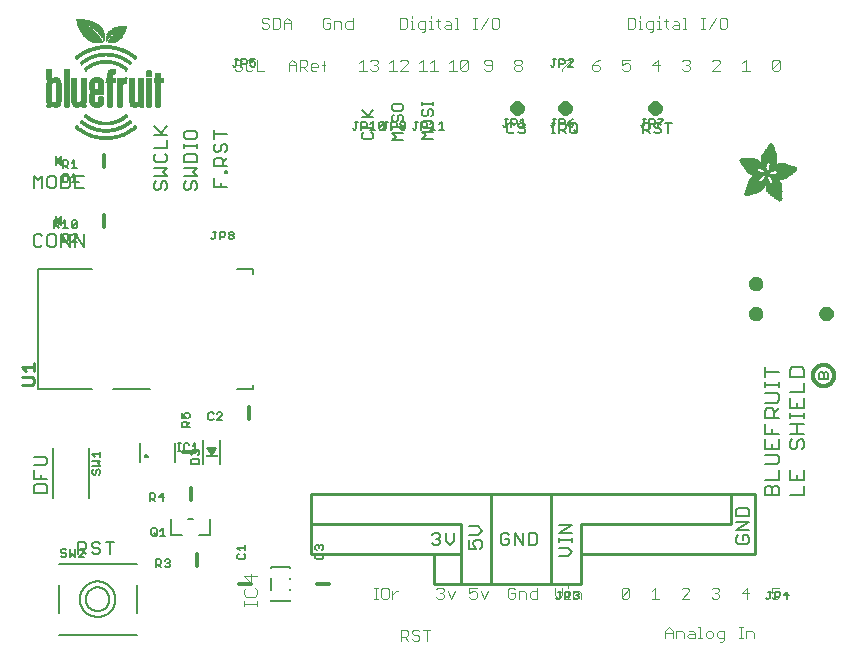
<source format=gbr>
G04 EAGLE Gerber RS-274X export*
G75*
%MOMM*%
%FSLAX34Y34*%
%LPD*%
%INSilkscreen Top*%
%IPPOS*%
%AMOC8*
5,1,8,0,0,1.08239X$1,22.5*%
G01*
%ADD10C,0.203200*%
%ADD11C,0.812800*%
%ADD12C,0.254000*%
%ADD13C,0.127000*%
%ADD14C,0.076200*%
%ADD15C,0.152400*%
%ADD16C,0.228600*%
%ADD17R,0.190500X0.889000*%
%ADD18C,0.304800*%
%ADD19R,0.068600X0.007600*%
%ADD20R,0.114300X0.007600*%
%ADD21R,0.152400X0.007700*%
%ADD22R,0.182900X0.007600*%
%ADD23R,0.205700X0.007600*%
%ADD24R,0.228600X0.007600*%
%ADD25R,0.259100X0.007600*%
%ADD26R,0.274300X0.007700*%
%ADD27R,0.289500X0.007600*%
%ADD28R,0.304800X0.007600*%
%ADD29R,0.320100X0.007600*%
%ADD30R,0.342900X0.007600*%
%ADD31R,0.350500X0.007700*%
%ADD32R,0.365800X0.007600*%
%ADD33R,0.381000X0.007600*%
%ADD34R,0.388600X0.007600*%
%ADD35R,0.403800X0.007600*%
%ADD36R,0.419100X0.007700*%
%ADD37R,0.426700X0.007600*%
%ADD38R,0.441900X0.007600*%
%ADD39R,0.449600X0.007600*%
%ADD40R,0.464800X0.007600*%
%ADD41R,0.480000X0.007700*%
%ADD42R,0.487600X0.007600*%
%ADD43R,0.495300X0.007600*%
%ADD44R,0.510500X0.007600*%
%ADD45R,0.518100X0.007600*%
%ADD46R,0.525700X0.007700*%
%ADD47R,0.541000X0.007600*%
%ADD48R,0.548600X0.007600*%
%ADD49R,0.563800X0.007600*%
%ADD50R,0.571500X0.007600*%
%ADD51R,0.579100X0.007700*%
%ADD52R,0.594300X0.007600*%
%ADD53R,0.601900X0.007600*%
%ADD54R,0.609600X0.007600*%
%ADD55R,0.624800X0.007600*%
%ADD56R,0.632400X0.007700*%
%ADD57R,0.640000X0.007600*%
%ADD58R,0.655300X0.007600*%
%ADD59R,0.662900X0.007600*%
%ADD60R,0.678100X0.007600*%
%ADD61R,0.685800X0.007700*%
%ADD62R,0.693400X0.007600*%
%ADD63R,0.708600X0.007600*%
%ADD64R,0.716200X0.007600*%
%ADD65R,0.723900X0.007600*%
%ADD66R,0.739100X0.007700*%
%ADD67R,0.746700X0.007600*%
%ADD68R,0.754300X0.007600*%
%ADD69R,0.769600X0.007600*%
%ADD70R,0.777200X0.007600*%
%ADD71R,0.792400X0.007700*%
%ADD72R,0.800100X0.007600*%
%ADD73R,0.807700X0.007600*%
%ADD74R,0.822900X0.007600*%
%ADD75R,0.830500X0.007600*%
%ADD76R,0.838200X0.007700*%
%ADD77R,0.091500X0.007600*%
%ADD78R,0.853400X0.007600*%
%ADD79R,0.144700X0.007600*%
%ADD80R,0.861000X0.007600*%
%ADD81R,0.190500X0.007600*%
%ADD82R,0.876300X0.007600*%
%ADD83R,0.221000X0.007600*%
%ADD84R,0.883900X0.007600*%
%ADD85R,0.259000X0.007700*%
%ADD86R,0.891500X0.007700*%
%ADD87R,0.289600X0.007600*%
%ADD88R,0.906700X0.007600*%
%ADD89R,0.914400X0.007600*%
%ADD90R,0.350500X0.007600*%
%ADD91R,0.922000X0.007600*%
%ADD92R,0.937200X0.007600*%
%ADD93R,0.411400X0.007700*%
%ADD94R,0.944800X0.007700*%
%ADD95R,0.434300X0.007600*%
%ADD96R,0.952500X0.007600*%
%ADD97R,0.464900X0.007600*%
%ADD98R,0.967700X0.007600*%
%ADD99R,0.975300X0.007600*%
%ADD100R,0.518200X0.007600*%
%ADD101R,0.990600X0.007600*%
%ADD102R,0.548600X0.007700*%
%ADD103R,0.998200X0.007700*%
%ADD104R,1.005800X0.007600*%
%ADD105R,0.594400X0.007600*%
%ADD106R,1.021000X0.007600*%
%ADD107R,0.617200X0.007600*%
%ADD108R,1.028700X0.007600*%
%ADD109R,0.647700X0.007600*%
%ADD110R,1.036300X0.007600*%
%ADD111R,0.670500X0.007700*%
%ADD112R,1.051500X0.007700*%
%ADD113R,1.059100X0.007600*%
%ADD114R,0.716300X0.007600*%
%ADD115R,1.066800X0.007600*%
%ADD116R,0.739100X0.007600*%
%ADD117R,1.074400X0.007600*%
%ADD118R,0.762000X0.007600*%
%ADD119R,1.089600X0.007600*%
%ADD120R,0.784800X0.007700*%
%ADD121R,1.097200X0.007700*%
%ADD122R,1.104900X0.007600*%
%ADD123R,0.830600X0.007600*%
%ADD124R,1.112500X0.007600*%
%ADD125R,0.845800X0.007600*%
%ADD126R,1.120100X0.007600*%
%ADD127R,0.868700X0.007600*%
%ADD128R,1.127700X0.007600*%
%ADD129R,1.135300X0.007700*%
%ADD130R,1.143000X0.007600*%
%ADD131R,0.944900X0.007600*%
%ADD132R,1.150600X0.007600*%
%ADD133R,0.960100X0.007600*%
%ADD134R,1.158200X0.007600*%
%ADD135R,0.983000X0.007600*%
%ADD136R,1.165800X0.007600*%
%ADD137R,1.005900X0.007700*%
%ADD138R,1.173400X0.007700*%
%ADD139R,1.021100X0.007600*%
%ADD140R,1.181100X0.007600*%
%ADD141R,1.044000X0.007600*%
%ADD142R,1.188700X0.007600*%
%ADD143R,1.196300X0.007600*%
%ADD144R,1.082000X0.007600*%
%ADD145R,1.203900X0.007600*%
%ADD146R,1.104900X0.007700*%
%ADD147R,1.211500X0.007700*%
%ADD148R,1.211500X0.007600*%
%ADD149R,1.219200X0.007600*%
%ADD150R,1.226800X0.007600*%
%ADD151R,1.234400X0.007600*%
%ADD152R,1.188700X0.007700*%
%ADD153R,1.242000X0.007700*%
%ADD154R,1.242000X0.007600*%
%ADD155R,1.211600X0.007600*%
%ADD156R,1.249600X0.007600*%
%ADD157R,1.257300X0.007600*%
%ADD158R,1.264900X0.007600*%
%ADD159R,1.242100X0.007700*%
%ADD160R,1.264900X0.007700*%
%ADD161R,1.272500X0.007600*%
%ADD162R,1.265000X0.007600*%
%ADD163R,1.280100X0.007600*%
%ADD164R,1.272600X0.007600*%
%ADD165R,1.287700X0.007600*%
%ADD166R,1.287800X0.007600*%
%ADD167R,1.295400X0.007700*%
%ADD168R,1.303000X0.007600*%
%ADD169R,1.318200X0.007600*%
%ADD170R,1.310600X0.007600*%
%ADD171R,1.325900X0.007600*%
%ADD172R,1.341100X0.007700*%
%ADD173R,1.318200X0.007700*%
%ADD174R,1.341100X0.007600*%
%ADD175R,1.325800X0.007600*%
%ADD176R,1.348700X0.007600*%
%ADD177R,1.364000X0.007600*%
%ADD178R,1.333500X0.007600*%
%ADD179R,1.371600X0.007700*%
%ADD180R,1.379200X0.007600*%
%ADD181R,1.379300X0.007600*%
%ADD182R,1.386900X0.007600*%
%ADD183R,1.394500X0.007600*%
%ADD184R,1.356300X0.007600*%
%ADD185R,1.394400X0.007700*%
%ADD186R,1.356300X0.007700*%
%ADD187R,1.402000X0.007600*%
%ADD188R,1.409700X0.007600*%
%ADD189R,1.363900X0.007600*%
%ADD190R,1.417300X0.007600*%
%ADD191R,1.371600X0.007600*%
%ADD192R,1.424900X0.007700*%
%ADD193R,1.424900X0.007600*%
%ADD194R,1.432600X0.007600*%
%ADD195R,1.440200X0.007600*%
%ADD196R,1.386800X0.007600*%
%ADD197R,1.447800X0.007700*%
%ADD198R,1.386800X0.007700*%
%ADD199R,1.447800X0.007600*%
%ADD200R,1.455500X0.007600*%
%ADD201R,1.394400X0.007600*%
%ADD202R,1.463100X0.007600*%
%ADD203R,1.455400X0.007700*%
%ADD204R,1.463000X0.007600*%
%ADD205R,1.470600X0.007600*%
%ADD206R,1.470600X0.007700*%
%ADD207R,1.409700X0.007700*%
%ADD208R,1.470700X0.007600*%
%ADD209R,1.402100X0.007600*%
%ADD210R,1.478300X0.007600*%
%ADD211R,1.478300X0.007700*%
%ADD212R,1.402100X0.007700*%
%ADD213R,1.485900X0.007600*%
%ADD214R,1.485900X0.007700*%
%ADD215R,1.493500X0.007700*%
%ADD216R,1.493500X0.007600*%
%ADD217R,1.394500X0.007700*%
%ADD218R,1.493600X0.007700*%
%ADD219R,1.386900X0.007700*%
%ADD220R,1.379200X0.007700*%
%ADD221R,2.857500X0.007700*%
%ADD222R,2.857500X0.007600*%
%ADD223R,2.849900X0.007600*%
%ADD224R,2.842300X0.007600*%
%ADD225R,2.834700X0.007700*%
%ADD226R,2.827000X0.007600*%
%ADD227R,2.819400X0.007600*%
%ADD228R,2.811800X0.007600*%
%ADD229R,2.811800X0.007700*%
%ADD230R,2.804100X0.007600*%
%ADD231R,2.796500X0.007600*%
%ADD232R,1.966000X0.007600*%
%ADD233R,1.943100X0.007600*%
%ADD234R,0.754400X0.007600*%
%ADD235R,1.927900X0.007700*%
%ADD236R,0.746700X0.007700*%
%ADD237R,1.912600X0.007600*%
%ADD238R,0.731500X0.007600*%
%ADD239R,1.905000X0.007600*%
%ADD240R,1.882200X0.007600*%
%ADD241R,1.874600X0.007600*%
%ADD242R,1.866900X0.007700*%
%ADD243R,0.708700X0.007700*%
%ADD244R,1.851600X0.007600*%
%ADD245R,0.701100X0.007600*%
%ADD246R,1.844000X0.007600*%
%ADD247R,1.836400X0.007600*%
%ADD248R,1.821200X0.007600*%
%ADD249R,0.685800X0.007600*%
%ADD250R,1.813500X0.007700*%
%ADD251R,1.805900X0.007600*%
%ADD252R,0.678200X0.007600*%
%ADD253R,1.790700X0.007600*%
%ADD254R,0.670600X0.007600*%
%ADD255R,1.775500X0.007600*%
%ADD256R,1.767900X0.007700*%
%ADD257R,0.663000X0.007700*%
%ADD258R,1.760200X0.007600*%
%ADD259R,1.752600X0.007600*%
%ADD260R,0.937300X0.007600*%
%ADD261R,0.792500X0.007600*%
%ADD262R,0.899100X0.007600*%
%ADD263R,0.883900X0.007700*%
%ADD264R,0.716300X0.007700*%
%ADD265R,0.647700X0.007700*%
%ADD266R,0.640100X0.007600*%
%ADD267R,0.632500X0.007600*%
%ADD268R,0.655400X0.007600*%
%ADD269R,0.632400X0.007600*%
%ADD270R,0.845800X0.007700*%
%ADD271R,0.617200X0.007700*%
%ADD272R,0.624800X0.007700*%
%ADD273R,0.602000X0.007600*%
%ADD274R,0.838200X0.007600*%
%ADD275R,0.586700X0.007600*%
%ADD276R,0.548700X0.007600*%
%ADD277R,0.830500X0.007700*%
%ADD278R,0.541000X0.007700*%
%ADD279R,0.594300X0.007700*%
%ADD280R,0.525800X0.007600*%
%ADD281R,0.586800X0.007600*%
%ADD282R,0.815300X0.007600*%
%ADD283R,0.579200X0.007600*%
%ADD284R,0.815400X0.007600*%
%ADD285R,0.815400X0.007700*%
%ADD286R,0.571500X0.007700*%
%ADD287R,0.807800X0.007600*%
%ADD288R,0.563900X0.007600*%
%ADD289R,0.457200X0.007600*%
%ADD290R,0.442000X0.007600*%
%ADD291R,0.556300X0.007600*%
%ADD292R,0.807700X0.007700*%
%ADD293R,0.411500X0.007600*%
%ADD294R,0.533400X0.007600*%
%ADD295R,0.076200X0.007600*%
%ADD296R,0.403900X0.007600*%
%ADD297R,0.525700X0.007600*%
%ADD298R,0.388700X0.007600*%
%ADD299R,0.297200X0.007600*%
%ADD300R,0.373400X0.007700*%
%ADD301R,0.503000X0.007700*%
%ADD302R,0.426800X0.007700*%
%ADD303R,0.358100X0.007600*%
%ADD304R,0.502900X0.007600*%
%ADD305R,0.472400X0.007600*%
%ADD306R,0.487700X0.007600*%
%ADD307R,0.335300X0.007600*%
%ADD308R,0.792500X0.007700*%
%ADD309R,0.327600X0.007700*%
%ADD310R,0.472400X0.007700*%
%ADD311R,0.640000X0.007700*%
%ADD312R,0.784800X0.007600*%
%ADD313R,0.320000X0.007600*%
%ADD314R,0.792400X0.007600*%
%ADD315R,1.173400X0.007600*%
%ADD316R,1.196400X0.007600*%
%ADD317R,0.784900X0.007600*%
%ADD318R,0.784900X0.007700*%
%ADD319R,0.297200X0.007700*%
%ADD320R,1.249700X0.007600*%
%ADD321R,0.281900X0.007600*%
%ADD322R,1.295400X0.007600*%
%ADD323R,0.266700X0.007600*%
%ADD324R,0.777300X0.007700*%
%ADD325R,0.266700X0.007700*%
%ADD326R,1.333500X0.007700*%
%ADD327R,0.777300X0.007600*%
%ADD328R,1.348800X0.007600*%
%ADD329R,0.251500X0.007600*%
%ADD330R,0.243900X0.007700*%
%ADD331R,0.243900X0.007600*%
%ADD332R,1.440100X0.007600*%
%ADD333R,0.236200X0.007600*%
%ADD334R,0.762000X0.007700*%
%ADD335R,0.236200X0.007700*%
%ADD336R,1.508700X0.007700*%
%ADD337R,1.531600X0.007600*%
%ADD338R,1.546900X0.007600*%
%ADD339R,1.569700X0.007600*%
%ADD340R,1.585000X0.007600*%
%ADD341R,0.746800X0.007700*%
%ADD342R,1.607800X0.007700*%
%ADD343R,0.243800X0.007600*%
%ADD344R,1.630700X0.007600*%
%ADD345R,1.653500X0.007600*%
%ADD346R,0.739200X0.007600*%
%ADD347R,1.684000X0.007600*%
%ADD348R,2.019300X0.007600*%
%ADD349R,0.731500X0.007700*%
%ADD350R,2.026900X0.007700*%
%ADD351R,2.049800X0.007600*%
%ADD352R,2.057400X0.007600*%
%ADD353R,0.708700X0.007600*%
%ADD354R,2.072600X0.007600*%
%ADD355R,0.701000X0.007600*%
%ADD356R,2.095500X0.007600*%
%ADD357R,0.693500X0.007700*%
%ADD358R,2.110800X0.007700*%
%ADD359R,2.141200X0.007600*%
%ADD360R,0.060900X0.007600*%
%ADD361R,2.872700X0.007600*%
%ADD362R,3.124200X0.007600*%
%ADD363R,3.177600X0.007600*%
%ADD364R,3.215600X0.007700*%
%ADD365R,3.253700X0.007600*%
%ADD366R,3.284300X0.007600*%
%ADD367R,3.314700X0.007600*%
%ADD368R,3.352800X0.007600*%
%ADD369R,3.375600X0.007700*%
%ADD370R,3.406200X0.007600*%
%ADD371R,3.429000X0.007600*%
%ADD372R,3.451800X0.007600*%
%ADD373R,3.482400X0.007600*%
%ADD374R,1.828800X0.007700*%
%ADD375R,1.539300X0.007700*%
%ADD376R,1.767900X0.007600*%
%ADD377R,1.767800X0.007600*%
%ADD378R,1.760200X0.007700*%
%ADD379R,1.760300X0.007600*%
%ADD380R,1.775400X0.007700*%
%ADD381R,1.379300X0.007700*%
%ADD382R,1.783000X0.007600*%
%ADD383R,1.813500X0.007600*%
%ADD384R,1.821100X0.007700*%
%ADD385R,0.503000X0.007600*%
%ADD386R,1.135400X0.007600*%
%ADD387R,1.127700X0.007700*%
%ADD388R,0.487700X0.007700*%
%ADD389R,1.120200X0.007600*%
%ADD390R,1.097300X0.007600*%
%ADD391R,0.510600X0.007600*%
%ADD392R,1.074400X0.007700*%
%ADD393R,0.525800X0.007700*%
%ADD394R,1.440200X0.007700*%
%ADD395R,1.059200X0.007600*%
%ADD396R,1.051600X0.007600*%
%ADD397R,1.051500X0.007600*%
%ADD398R,1.043900X0.007700*%
%ADD399R,0.602000X0.007700*%
%ADD400R,1.524000X0.007600*%
%ADD401R,1.539300X0.007600*%
%ADD402R,1.592600X0.007600*%
%ADD403R,1.021100X0.007700*%
%ADD404R,1.615400X0.007700*%
%ADD405R,1.013400X0.007600*%
%ADD406R,1.653600X0.007600*%
%ADD407R,1.013500X0.007600*%
%ADD408R,1.699300X0.007600*%
%ADD409R,2.743200X0.007600*%
%ADD410R,1.005900X0.007600*%
%ADD411R,2.415500X0.007600*%
%ADD412R,1.005800X0.007700*%
%ADD413R,0.281900X0.007700*%
%ADD414R,2.408000X0.007700*%
%ADD415R,2.407900X0.007600*%
%ADD416R,0.998200X0.007600*%
%ADD417R,0.282000X0.007600*%
%ADD418R,0.998300X0.007600*%
%ADD419R,2.400300X0.007600*%
%ADD420R,0.289500X0.007700*%
%ADD421R,2.400300X0.007700*%
%ADD422R,0.297100X0.007600*%
%ADD423R,0.312400X0.007600*%
%ADD424R,2.392700X0.007600*%
%ADD425R,0.990600X0.007700*%
%ADD426R,0.327700X0.007700*%
%ADD427R,2.392700X0.007700*%
%ADD428R,2.385100X0.007600*%
%ADD429R,0.381000X0.007700*%
%ADD430R,2.377400X0.007700*%
%ADD431R,2.377400X0.007600*%
%ADD432R,2.369800X0.007600*%
%ADD433R,0.419100X0.007600*%
%ADD434R,2.362200X0.007600*%
%ADD435R,0.426800X0.007600*%
%ADD436R,1.036300X0.007700*%
%ADD437R,0.442000X0.007700*%
%ADD438R,2.354600X0.007700*%
%ADD439R,2.354600X0.007600*%
%ADD440R,0.480100X0.007600*%
%ADD441R,2.347000X0.007600*%
%ADD442R,1.074500X0.007600*%
%ADD443R,2.339400X0.007600*%
%ADD444R,1.082100X0.007700*%
%ADD445R,0.548700X0.007700*%
%ADD446R,2.331800X0.007700*%
%ADD447R,2.331800X0.007600*%
%ADD448R,0.624900X0.007600*%
%ADD449R,2.324100X0.007600*%
%ADD450R,1.859300X0.007600*%
%ADD451R,2.308800X0.007600*%
%ADD452R,2.301200X0.007700*%
%ADD453R,2.301200X0.007600*%
%ADD454R,2.293600X0.007600*%
%ADD455R,2.278400X0.007600*%
%ADD456R,1.889800X0.007600*%
%ADD457R,2.270700X0.007600*%
%ADD458R,1.897400X0.007700*%
%ADD459R,2.255500X0.007700*%
%ADD460R,1.897400X0.007600*%
%ADD461R,2.247900X0.007600*%
%ADD462R,2.232600X0.007600*%
%ADD463R,1.912700X0.007600*%
%ADD464R,2.209800X0.007600*%
%ADD465R,1.920300X0.007600*%
%ADD466R,2.186900X0.007600*%
%ADD467R,1.920300X0.007700*%
%ADD468R,2.171700X0.007700*%
%ADD469R,1.935500X0.007600*%
%ADD470R,2.148800X0.007600*%
%ADD471R,2.126000X0.007600*%
%ADD472R,1.950700X0.007600*%
%ADD473R,1.958400X0.007700*%
%ADD474R,2.042200X0.007700*%
%ADD475R,1.973600X0.007600*%
%ADD476R,1.996500X0.007600*%
%ADD477R,1.981200X0.007600*%
%ADD478R,1.988800X0.007600*%
%ADD479R,1.996400X0.007700*%
%ADD480R,1.996400X0.007600*%
%ADD481R,2.004100X0.007600*%
%ADD482R,1.874500X0.007600*%
%ADD483R,1.425000X0.007600*%
%ADD484R,2.026900X0.007600*%
%ADD485R,0.434400X0.007700*%
%ADD486R,1.364000X0.007700*%
%ADD487R,2.034500X0.007600*%
%ADD488R,0.434400X0.007600*%
%ADD489R,2.049700X0.007600*%
%ADD490R,2.065000X0.007700*%
%ADD491R,0.464800X0.007700*%
%ADD492R,1.196300X0.007700*%
%ADD493R,2.080300X0.007600*%
%ADD494R,1.158300X0.007600*%
%ADD495R,2.087900X0.007600*%
%ADD496R,0.472500X0.007600*%
%ADD497R,2.103100X0.007600*%
%ADD498R,2.118400X0.007600*%
%ADD499R,2.133600X0.007600*%
%ADD500R,2.148800X0.007700*%
%ADD501R,2.164000X0.007600*%
%ADD502R,2.171700X0.007600*%
%ADD503R,2.187000X0.007600*%
%ADD504R,0.556200X0.007600*%
%ADD505R,2.202200X0.007700*%
%ADD506R,0.556200X0.007700*%
%ADD507R,0.640100X0.007700*%
%ADD508R,0.579100X0.007600*%
%ADD509R,0.480000X0.007600*%
%ADD510R,1.752600X0.007700*%
%ADD511R,0.487600X0.007700*%
%ADD512R,0.594400X0.007700*%
%ADD513R,0.358100X0.007700*%
%ADD514R,0.099000X0.007600*%
%ADD515R,1.280200X0.007600*%
%ADD516R,1.745000X0.007600*%
%ADD517R,1.744900X0.007600*%
%ADD518R,1.737300X0.007700*%
%ADD519R,1.737400X0.007600*%
%ADD520R,1.729800X0.007600*%
%ADD521R,1.722200X0.007600*%
%ADD522R,1.722100X0.007600*%
%ADD523R,1.714500X0.007700*%
%ADD524R,1.356400X0.007700*%
%ADD525R,1.706900X0.007600*%
%ADD526R,1.356400X0.007600*%
%ADD527R,1.691700X0.007600*%
%ADD528R,1.668800X0.007700*%
%ADD529R,1.645900X0.007600*%
%ADD530R,1.623100X0.007600*%
%ADD531R,1.577400X0.007600*%
%ADD532R,1.554400X0.007600*%
%ADD533R,1.539200X0.007600*%
%ADD534R,1.524000X0.007700*%
%ADD535R,1.501100X0.007600*%
%ADD536R,1.455400X0.007600*%
%ADD537R,1.348800X0.007700*%
%ADD538R,1.318300X0.007600*%
%ADD539R,1.310600X0.007700*%
%ADD540R,1.287800X0.007700*%
%ADD541R,1.234500X0.007600*%
%ADD542R,1.226900X0.007600*%
%ADD543R,1.173500X0.007700*%
%ADD544R,1.173500X0.007600*%
%ADD545R,1.165900X0.007600*%
%ADD546R,1.143000X0.007700*%
%ADD547R,1.127800X0.007600*%
%ADD548R,1.097200X0.007600*%
%ADD549R,1.028700X0.007700*%
%ADD550R,0.982900X0.007600*%
%ADD551R,0.952500X0.007700*%
%ADD552R,0.929600X0.007600*%
%ADD553R,0.906800X0.007700*%
%ADD554R,0.906800X0.007600*%
%ADD555R,0.899200X0.007600*%
%ADD556R,0.884000X0.007600*%
%ADD557R,0.876300X0.007700*%
%ADD558R,0.830600X0.007700*%
%ADD559R,0.754400X0.007700*%
%ADD560R,0.746800X0.007600*%
%ADD561R,0.708600X0.007700*%
%ADD562R,0.678200X0.007700*%
%ADD563R,0.663000X0.007600*%
%ADD564R,0.632500X0.007700*%
%ADD565R,0.556300X0.007700*%
%ADD566R,0.518200X0.007700*%
%ADD567R,0.434300X0.007700*%
%ADD568R,0.396300X0.007700*%
%ADD569R,0.373300X0.007600*%
%ADD570R,0.365700X0.007600*%
%ADD571R,0.327700X0.007600*%
%ADD572R,0.304800X0.007700*%
%ADD573R,0.274300X0.007600*%
%ADD574R,0.243800X0.007700*%
%ADD575R,0.205800X0.007600*%
%ADD576R,0.152400X0.007600*%
%ADD577R,0.121900X0.007700*%
%ADD578C,0.101600*%
%ADD579R,1.000000X0.200000*%
%ADD580R,0.595000X0.017500*%
%ADD581R,0.945000X0.017500*%
%ADD582R,1.225000X0.017500*%
%ADD583R,1.435000X0.017500*%
%ADD584R,1.610000X0.017500*%
%ADD585R,1.750100X0.017500*%
%ADD586R,1.925000X0.017500*%
%ADD587R,2.065000X0.017500*%
%ADD588R,2.170000X0.017500*%
%ADD589R,2.310000X0.017500*%
%ADD590R,2.415000X0.017500*%
%ADD591R,2.520000X0.017500*%
%ADD592R,2.625000X0.017500*%
%ADD593R,2.730000X0.017500*%
%ADD594R,2.800000X0.017500*%
%ADD595R,1.155000X0.017500*%
%ADD596R,1.032500X0.017500*%
%ADD597R,1.050000X0.017500*%
%ADD598R,0.962500X0.017500*%
%ADD599R,0.892500X0.017500*%
%ADD600R,0.857500X0.017500*%
%ADD601R,0.822500X0.017500*%
%ADD602R,0.787500X0.017500*%
%ADD603R,0.752500X0.017500*%
%ADD604R,0.717500X0.017500*%
%ADD605R,0.700000X0.017500*%
%ADD606R,0.682500X0.017500*%
%ADD607R,0.665000X0.017500*%
%ADD608R,0.647500X0.017500*%
%ADD609R,0.630000X0.017500*%
%ADD610R,0.612500X0.017500*%
%ADD611R,0.577500X0.017500*%
%ADD612R,0.560000X0.017500*%
%ADD613R,0.542500X0.017500*%
%ADD614R,0.525000X0.017500*%
%ADD615R,0.507500X0.017500*%
%ADD616R,1.330000X0.017500*%
%ADD617R,1.505000X0.017500*%
%ADD618R,0.490000X0.017500*%
%ADD619R,1.645000X0.017500*%
%ADD620R,1.785000X0.017500*%
%ADD621R,1.890000X0.017500*%
%ADD622R,0.472500X0.017500*%
%ADD623R,2.030000X0.017500*%
%ADD624R,2.135000X0.017500*%
%ADD625R,2.240000X0.017500*%
%ADD626R,0.455000X0.017500*%
%ADD627R,2.590000X0.017500*%
%ADD628R,0.437500X0.017500*%
%ADD629R,1.015000X0.017500*%
%ADD630R,0.875000X0.017500*%
%ADD631R,0.420000X0.017500*%
%ADD632R,0.770000X0.017500*%
%ADD633R,0.735000X0.017500*%
%ADD634R,0.385000X0.017500*%
%ADD635R,0.367500X0.017500*%
%ADD636R,0.350000X0.017500*%
%ADD637R,0.315000X0.017500*%
%ADD638R,0.262500X0.017500*%
%ADD639R,0.210000X0.017500*%
%ADD640R,0.175000X0.017500*%
%ADD641R,0.140000X0.017500*%
%ADD642R,0.105000X0.017500*%
%ADD643R,1.085000X0.017500*%
%ADD644R,1.365000X0.017500*%
%ADD645R,1.855000X0.017500*%
%ADD646R,2.100000X0.017500*%
%ADD647R,2.205000X0.017500*%
%ADD648R,2.275000X0.017500*%
%ADD649R,1.102500X0.017500*%
%ADD650R,1.120000X0.017500*%
%ADD651R,0.910000X0.017500*%
%ADD652R,0.297500X0.017500*%
%ADD653R,0.227500X0.017500*%
%ADD654R,0.192500X0.017500*%
%ADD655R,0.157500X0.017500*%
%ADD656R,0.122500X0.017500*%
%ADD657R,0.087500X0.017500*%
%ADD658R,0.035000X0.017500*%
%ADD659R,0.402500X0.017500*%
%ADD660R,0.367600X0.017500*%
%ADD661R,0.420100X0.017500*%
%ADD662R,0.437600X0.017500*%
%ADD663R,1.102600X0.017500*%
%ADD664R,1.120100X0.017500*%
%ADD665R,1.137500X0.017500*%
%ADD666R,1.137600X0.017500*%
%ADD667R,0.927500X0.017500*%
%ADD668R,1.155100X0.017500*%
%ADD669R,1.172500X0.017500*%
%ADD670R,1.172600X0.017500*%
%ADD671R,0.997500X0.017500*%
%ADD672R,1.190000X0.017500*%
%ADD673R,1.190100X0.017500*%
%ADD674R,1.207500X0.017500*%
%ADD675R,1.067500X0.017500*%
%ADD676R,1.207600X0.017500*%
%ADD677R,1.225100X0.017500*%
%ADD678R,1.242500X0.017500*%
%ADD679R,1.242600X0.017500*%
%ADD680R,1.260100X0.017500*%
%ADD681R,1.260000X0.017500*%
%ADD682R,0.612600X0.017500*%
%ADD683R,0.560100X0.017500*%
%ADD684R,0.507600X0.017500*%
%ADD685R,0.490100X0.017500*%
%ADD686R,0.455100X0.017500*%
%ADD687R,0.472600X0.017500*%
%ADD688R,0.805000X0.017500*%
%ADD689R,0.525100X0.017500*%
%ADD690R,0.577600X0.017500*%
%ADD691R,0.524900X0.017500*%
%ADD692R,0.840000X0.017500*%
%ADD693R,0.332500X0.017500*%
%ADD694R,0.245000X0.017500*%
%ADD695R,0.017500X0.017500*%
%ADD696R,0.594900X0.017500*%
%ADD697R,1.960000X0.017500*%
%ADD698R,1.540000X0.017500*%
%ADD699R,1.400000X0.017500*%
%ADD700R,0.052500X0.017500*%
%ADD701R,0.280000X0.017500*%
%ADD702R,2.432500X0.017500*%
%ADD703R,2.345000X0.017500*%
%ADD704R,1.680000X0.017500*%
%ADD705R,0.980000X0.017500*%
%ADD706R,2.835000X0.017500*%
%ADD707R,0.070000X0.017500*%
%ADD708R,1.277500X0.017500*%
%ADD709R,1.224900X0.017500*%
%ADD710R,0.665100X0.017500*%
%ADD711R,1.697500X0.017500*%
%ADD712R,1.662500X0.017500*%
%ADD713R,1.627500X0.017500*%
%ADD714R,1.592500X0.017500*%
%ADD715R,1.557400X0.017500*%
%ADD716R,1.470000X0.017500*%
%ADD717R,1.312500X0.017500*%

G36*
X30502Y404372D02*
X30502Y404372D01*
X30519Y404370D01*
X30622Y404392D01*
X30727Y404410D01*
X30742Y404418D01*
X30760Y404422D01*
X30850Y404476D01*
X30944Y404526D01*
X30956Y404539D01*
X30971Y404548D01*
X31040Y404628D01*
X31112Y404705D01*
X31119Y404722D01*
X31131Y404735D01*
X31170Y404833D01*
X31214Y404929D01*
X31216Y404947D01*
X31223Y404963D01*
X31241Y405130D01*
X31241Y412750D01*
X31239Y412767D01*
X31240Y412782D01*
X31240Y412785D01*
X31219Y412889D01*
X31202Y412993D01*
X31193Y413008D01*
X31190Y413026D01*
X31136Y413117D01*
X31086Y413210D01*
X31074Y413222D01*
X31065Y413238D01*
X30985Y413307D01*
X30908Y413380D01*
X30892Y413387D01*
X30878Y413399D01*
X30781Y413439D01*
X30685Y413483D01*
X30667Y413485D01*
X30651Y413492D01*
X30545Y413499D01*
X30441Y413510D01*
X30423Y413506D01*
X30405Y413508D01*
X30303Y413480D01*
X30230Y413464D01*
X30227Y413464D01*
X30200Y413458D01*
X30185Y413449D01*
X30168Y413444D01*
X30023Y413359D01*
X24943Y409549D01*
X24940Y409546D01*
X24937Y409544D01*
X24855Y409457D01*
X24773Y409372D01*
X24771Y409368D01*
X24768Y409365D01*
X24718Y409256D01*
X24668Y409149D01*
X24668Y409145D01*
X24666Y409141D01*
X24653Y409023D01*
X24640Y408905D01*
X24640Y408901D01*
X24640Y408896D01*
X24666Y408780D01*
X24691Y408664D01*
X24693Y408660D01*
X24694Y408656D01*
X24755Y408554D01*
X24816Y408452D01*
X24819Y408449D01*
X24821Y408446D01*
X24943Y408331D01*
X30023Y404521D01*
X30039Y404513D01*
X30052Y404501D01*
X30148Y404456D01*
X30241Y404407D01*
X30259Y404404D01*
X30275Y404397D01*
X30380Y404385D01*
X30484Y404369D01*
X30502Y404372D01*
G37*
G36*
X30502Y353572D02*
X30502Y353572D01*
X30519Y353570D01*
X30622Y353592D01*
X30727Y353610D01*
X30742Y353618D01*
X30760Y353622D01*
X30850Y353676D01*
X30944Y353726D01*
X30956Y353739D01*
X30971Y353748D01*
X31040Y353828D01*
X31112Y353905D01*
X31119Y353922D01*
X31131Y353935D01*
X31170Y354033D01*
X31214Y354129D01*
X31216Y354147D01*
X31223Y354163D01*
X31241Y354330D01*
X31241Y361950D01*
X31239Y361967D01*
X31240Y361982D01*
X31240Y361985D01*
X31219Y362089D01*
X31202Y362193D01*
X31193Y362208D01*
X31190Y362226D01*
X31136Y362317D01*
X31086Y362410D01*
X31074Y362422D01*
X31065Y362438D01*
X30985Y362507D01*
X30908Y362580D01*
X30892Y362587D01*
X30878Y362599D01*
X30781Y362639D01*
X30685Y362683D01*
X30667Y362685D01*
X30651Y362692D01*
X30545Y362699D01*
X30441Y362710D01*
X30423Y362706D01*
X30405Y362708D01*
X30303Y362680D01*
X30230Y362664D01*
X30227Y362664D01*
X30200Y362658D01*
X30185Y362649D01*
X30168Y362644D01*
X30023Y362559D01*
X24943Y358749D01*
X24940Y358746D01*
X24937Y358744D01*
X24855Y358657D01*
X24773Y358572D01*
X24771Y358568D01*
X24768Y358565D01*
X24718Y358456D01*
X24668Y358349D01*
X24668Y358345D01*
X24666Y358341D01*
X24653Y358223D01*
X24640Y358105D01*
X24640Y358101D01*
X24640Y358096D01*
X24666Y357980D01*
X24691Y357864D01*
X24693Y357860D01*
X24694Y357856D01*
X24755Y357754D01*
X24816Y357652D01*
X24819Y357649D01*
X24821Y357646D01*
X24943Y357531D01*
X30023Y353721D01*
X30039Y353713D01*
X30052Y353701D01*
X30148Y353656D01*
X30241Y353607D01*
X30259Y353604D01*
X30275Y353597D01*
X30380Y353585D01*
X30484Y353569D01*
X30502Y353572D01*
G37*
G36*
X157596Y160555D02*
X157596Y160555D01*
X157623Y160555D01*
X157734Y160587D01*
X157847Y160613D01*
X157870Y160626D01*
X157896Y160634D01*
X157994Y160696D01*
X158095Y160752D01*
X158111Y160770D01*
X158136Y160785D01*
X158321Y160993D01*
X158325Y160997D01*
X160325Y163997D01*
X160356Y164061D01*
X160396Y164121D01*
X160417Y164189D01*
X160448Y164253D01*
X160460Y164324D01*
X160481Y164392D01*
X160483Y164463D01*
X160495Y164534D01*
X160487Y164605D01*
X160489Y164676D01*
X160471Y164745D01*
X160462Y164816D01*
X160435Y164882D01*
X160417Y164951D01*
X160380Y165012D01*
X160353Y165078D01*
X160308Y165134D01*
X160272Y165196D01*
X160220Y165245D01*
X160175Y165300D01*
X160117Y165341D01*
X160064Y165390D01*
X160001Y165423D01*
X159943Y165464D01*
X159875Y165487D01*
X159811Y165520D01*
X159752Y165530D01*
X159674Y165557D01*
X159555Y165563D01*
X159480Y165575D01*
X155480Y165575D01*
X155409Y165565D01*
X155337Y165565D01*
X155269Y165545D01*
X155199Y165535D01*
X155133Y165506D01*
X155064Y165486D01*
X155004Y165448D01*
X154939Y165419D01*
X154884Y165373D01*
X154824Y165335D01*
X154776Y165282D01*
X154722Y165236D01*
X154682Y165176D01*
X154635Y165122D01*
X154604Y165058D01*
X154565Y164999D01*
X154543Y164931D01*
X154512Y164866D01*
X154500Y164796D01*
X154479Y164728D01*
X154477Y164656D01*
X154465Y164586D01*
X154473Y164515D01*
X154471Y164444D01*
X154490Y164374D01*
X154498Y164303D01*
X154523Y164248D01*
X154543Y164169D01*
X154604Y164066D01*
X154635Y163997D01*
X156635Y160997D01*
X156712Y160910D01*
X156785Y160820D01*
X156807Y160805D01*
X156825Y160785D01*
X156922Y160723D01*
X157017Y160656D01*
X157043Y160648D01*
X157065Y160633D01*
X157176Y160601D01*
X157286Y160563D01*
X157313Y160562D01*
X157338Y160555D01*
X157454Y160555D01*
X157570Y160549D01*
X157596Y160555D01*
G37*
D10*
X44435Y75946D02*
X44435Y86623D01*
X49774Y86623D01*
X51553Y84844D01*
X51553Y81285D01*
X49774Y79505D01*
X44435Y79505D01*
X47994Y79505D02*
X51553Y75946D01*
X61468Y86623D02*
X63247Y84844D01*
X61468Y86623D02*
X57909Y86623D01*
X56129Y84844D01*
X56129Y83064D01*
X57909Y81285D01*
X61468Y81285D01*
X63247Y79505D01*
X63247Y77726D01*
X61468Y75946D01*
X57909Y75946D01*
X56129Y77726D01*
X71382Y75946D02*
X71382Y86623D01*
X67823Y86623D02*
X74941Y86623D01*
D11*
X414764Y453390D02*
X414766Y453474D01*
X414772Y453558D01*
X414782Y453642D01*
X414795Y453725D01*
X414813Y453807D01*
X414835Y453889D01*
X414860Y453969D01*
X414889Y454048D01*
X414922Y454126D01*
X414958Y454202D01*
X414998Y454276D01*
X415041Y454348D01*
X415087Y454418D01*
X415137Y454486D01*
X415190Y454552D01*
X415246Y454615D01*
X415305Y454675D01*
X415367Y454732D01*
X415431Y454787D01*
X415498Y454838D01*
X415567Y454886D01*
X415638Y454931D01*
X415711Y454973D01*
X415786Y455011D01*
X415863Y455045D01*
X415941Y455076D01*
X416021Y455103D01*
X416102Y455127D01*
X416184Y455146D01*
X416267Y455162D01*
X416350Y455174D01*
X416434Y455182D01*
X416518Y455186D01*
X416602Y455186D01*
X416686Y455182D01*
X416770Y455174D01*
X416853Y455162D01*
X416936Y455146D01*
X417018Y455127D01*
X417099Y455103D01*
X417179Y455076D01*
X417257Y455045D01*
X417334Y455011D01*
X417409Y454973D01*
X417482Y454931D01*
X417553Y454886D01*
X417622Y454838D01*
X417689Y454787D01*
X417753Y454732D01*
X417815Y454675D01*
X417874Y454615D01*
X417930Y454552D01*
X417983Y454486D01*
X418033Y454418D01*
X418079Y454348D01*
X418122Y454276D01*
X418162Y454202D01*
X418198Y454126D01*
X418231Y454048D01*
X418260Y453969D01*
X418285Y453889D01*
X418307Y453807D01*
X418325Y453725D01*
X418338Y453642D01*
X418348Y453558D01*
X418354Y453474D01*
X418356Y453390D01*
X418354Y453306D01*
X418348Y453222D01*
X418338Y453138D01*
X418325Y453055D01*
X418307Y452973D01*
X418285Y452891D01*
X418260Y452811D01*
X418231Y452732D01*
X418198Y452654D01*
X418162Y452578D01*
X418122Y452504D01*
X418079Y452432D01*
X418033Y452362D01*
X417983Y452294D01*
X417930Y452228D01*
X417874Y452165D01*
X417815Y452105D01*
X417753Y452048D01*
X417689Y451993D01*
X417622Y451942D01*
X417553Y451894D01*
X417482Y451849D01*
X417409Y451807D01*
X417334Y451769D01*
X417257Y451735D01*
X417179Y451704D01*
X417099Y451677D01*
X417018Y451653D01*
X416936Y451634D01*
X416853Y451618D01*
X416770Y451606D01*
X416686Y451598D01*
X416602Y451594D01*
X416518Y451594D01*
X416434Y451598D01*
X416350Y451606D01*
X416267Y451618D01*
X416184Y451634D01*
X416102Y451653D01*
X416021Y451677D01*
X415941Y451704D01*
X415863Y451735D01*
X415786Y451769D01*
X415711Y451807D01*
X415638Y451849D01*
X415567Y451894D01*
X415498Y451942D01*
X415431Y451993D01*
X415367Y452048D01*
X415305Y452105D01*
X415246Y452165D01*
X415190Y452228D01*
X415137Y452294D01*
X415087Y452362D01*
X415041Y452432D01*
X414998Y452504D01*
X414958Y452578D01*
X414922Y452654D01*
X414889Y452732D01*
X414860Y452811D01*
X414835Y452891D01*
X414813Y452973D01*
X414795Y453055D01*
X414782Y453138D01*
X414772Y453222D01*
X414766Y453306D01*
X414764Y453390D01*
X455404Y453390D02*
X455406Y453474D01*
X455412Y453558D01*
X455422Y453642D01*
X455435Y453725D01*
X455453Y453807D01*
X455475Y453889D01*
X455500Y453969D01*
X455529Y454048D01*
X455562Y454126D01*
X455598Y454202D01*
X455638Y454276D01*
X455681Y454348D01*
X455727Y454418D01*
X455777Y454486D01*
X455830Y454552D01*
X455886Y454615D01*
X455945Y454675D01*
X456007Y454732D01*
X456071Y454787D01*
X456138Y454838D01*
X456207Y454886D01*
X456278Y454931D01*
X456351Y454973D01*
X456426Y455011D01*
X456503Y455045D01*
X456581Y455076D01*
X456661Y455103D01*
X456742Y455127D01*
X456824Y455146D01*
X456907Y455162D01*
X456990Y455174D01*
X457074Y455182D01*
X457158Y455186D01*
X457242Y455186D01*
X457326Y455182D01*
X457410Y455174D01*
X457493Y455162D01*
X457576Y455146D01*
X457658Y455127D01*
X457739Y455103D01*
X457819Y455076D01*
X457897Y455045D01*
X457974Y455011D01*
X458049Y454973D01*
X458122Y454931D01*
X458193Y454886D01*
X458262Y454838D01*
X458329Y454787D01*
X458393Y454732D01*
X458455Y454675D01*
X458514Y454615D01*
X458570Y454552D01*
X458623Y454486D01*
X458673Y454418D01*
X458719Y454348D01*
X458762Y454276D01*
X458802Y454202D01*
X458838Y454126D01*
X458871Y454048D01*
X458900Y453969D01*
X458925Y453889D01*
X458947Y453807D01*
X458965Y453725D01*
X458978Y453642D01*
X458988Y453558D01*
X458994Y453474D01*
X458996Y453390D01*
X458994Y453306D01*
X458988Y453222D01*
X458978Y453138D01*
X458965Y453055D01*
X458947Y452973D01*
X458925Y452891D01*
X458900Y452811D01*
X458871Y452732D01*
X458838Y452654D01*
X458802Y452578D01*
X458762Y452504D01*
X458719Y452432D01*
X458673Y452362D01*
X458623Y452294D01*
X458570Y452228D01*
X458514Y452165D01*
X458455Y452105D01*
X458393Y452048D01*
X458329Y451993D01*
X458262Y451942D01*
X458193Y451894D01*
X458122Y451849D01*
X458049Y451807D01*
X457974Y451769D01*
X457897Y451735D01*
X457819Y451704D01*
X457739Y451677D01*
X457658Y451653D01*
X457576Y451634D01*
X457493Y451618D01*
X457410Y451606D01*
X457326Y451598D01*
X457242Y451594D01*
X457158Y451594D01*
X457074Y451598D01*
X456990Y451606D01*
X456907Y451618D01*
X456824Y451634D01*
X456742Y451653D01*
X456661Y451677D01*
X456581Y451704D01*
X456503Y451735D01*
X456426Y451769D01*
X456351Y451807D01*
X456278Y451849D01*
X456207Y451894D01*
X456138Y451942D01*
X456071Y451993D01*
X456007Y452048D01*
X455945Y452105D01*
X455886Y452165D01*
X455830Y452228D01*
X455777Y452294D01*
X455727Y452362D01*
X455681Y452432D01*
X455638Y452504D01*
X455598Y452578D01*
X455562Y452654D01*
X455529Y452732D01*
X455500Y452811D01*
X455475Y452891D01*
X455453Y452973D01*
X455435Y453055D01*
X455422Y453138D01*
X455412Y453222D01*
X455406Y453306D01*
X455404Y453390D01*
X531604Y453390D02*
X531606Y453474D01*
X531612Y453558D01*
X531622Y453642D01*
X531635Y453725D01*
X531653Y453807D01*
X531675Y453889D01*
X531700Y453969D01*
X531729Y454048D01*
X531762Y454126D01*
X531798Y454202D01*
X531838Y454276D01*
X531881Y454348D01*
X531927Y454418D01*
X531977Y454486D01*
X532030Y454552D01*
X532086Y454615D01*
X532145Y454675D01*
X532207Y454732D01*
X532271Y454787D01*
X532338Y454838D01*
X532407Y454886D01*
X532478Y454931D01*
X532551Y454973D01*
X532626Y455011D01*
X532703Y455045D01*
X532781Y455076D01*
X532861Y455103D01*
X532942Y455127D01*
X533024Y455146D01*
X533107Y455162D01*
X533190Y455174D01*
X533274Y455182D01*
X533358Y455186D01*
X533442Y455186D01*
X533526Y455182D01*
X533610Y455174D01*
X533693Y455162D01*
X533776Y455146D01*
X533858Y455127D01*
X533939Y455103D01*
X534019Y455076D01*
X534097Y455045D01*
X534174Y455011D01*
X534249Y454973D01*
X534322Y454931D01*
X534393Y454886D01*
X534462Y454838D01*
X534529Y454787D01*
X534593Y454732D01*
X534655Y454675D01*
X534714Y454615D01*
X534770Y454552D01*
X534823Y454486D01*
X534873Y454418D01*
X534919Y454348D01*
X534962Y454276D01*
X535002Y454202D01*
X535038Y454126D01*
X535071Y454048D01*
X535100Y453969D01*
X535125Y453889D01*
X535147Y453807D01*
X535165Y453725D01*
X535178Y453642D01*
X535188Y453558D01*
X535194Y453474D01*
X535196Y453390D01*
X535194Y453306D01*
X535188Y453222D01*
X535178Y453138D01*
X535165Y453055D01*
X535147Y452973D01*
X535125Y452891D01*
X535100Y452811D01*
X535071Y452732D01*
X535038Y452654D01*
X535002Y452578D01*
X534962Y452504D01*
X534919Y452432D01*
X534873Y452362D01*
X534823Y452294D01*
X534770Y452228D01*
X534714Y452165D01*
X534655Y452105D01*
X534593Y452048D01*
X534529Y451993D01*
X534462Y451942D01*
X534393Y451894D01*
X534322Y451849D01*
X534249Y451807D01*
X534174Y451769D01*
X534097Y451735D01*
X534019Y451704D01*
X533939Y451677D01*
X533858Y451653D01*
X533776Y451634D01*
X533693Y451618D01*
X533610Y451606D01*
X533526Y451598D01*
X533442Y451594D01*
X533358Y451594D01*
X533274Y451598D01*
X533190Y451606D01*
X533107Y451618D01*
X533024Y451634D01*
X532942Y451653D01*
X532861Y451677D01*
X532781Y451704D01*
X532703Y451735D01*
X532626Y451769D01*
X532551Y451807D01*
X532478Y451849D01*
X532407Y451894D01*
X532338Y451942D01*
X532271Y451993D01*
X532207Y452048D01*
X532145Y452105D01*
X532086Y452165D01*
X532030Y452228D01*
X531977Y452294D01*
X531927Y452362D01*
X531881Y452432D01*
X531838Y452504D01*
X531798Y452578D01*
X531762Y452654D01*
X531729Y452732D01*
X531700Y452811D01*
X531675Y452891D01*
X531653Y452973D01*
X531635Y453055D01*
X531622Y453138D01*
X531612Y453222D01*
X531606Y453306D01*
X531604Y453390D01*
D10*
X18034Y128255D02*
X7357Y128255D01*
X18034Y128255D02*
X18034Y133594D01*
X16255Y135373D01*
X9136Y135373D01*
X7357Y133594D01*
X7357Y128255D01*
X7357Y139949D02*
X18034Y139949D01*
X7357Y139949D02*
X7357Y147067D01*
X12695Y143508D02*
X12695Y139949D01*
X16255Y151643D02*
X7357Y151643D01*
X16255Y151643D02*
X18034Y153422D01*
X18034Y156982D01*
X16255Y158761D01*
X7357Y158761D01*
X13956Y345194D02*
X12177Y346973D01*
X8618Y346973D01*
X6838Y345194D01*
X6838Y338076D01*
X8618Y336296D01*
X12177Y336296D01*
X13956Y338076D01*
X20311Y346973D02*
X23871Y346973D01*
X20311Y346973D02*
X18532Y345194D01*
X18532Y338076D01*
X20311Y336296D01*
X23871Y336296D01*
X25650Y338076D01*
X25650Y345194D01*
X23871Y346973D01*
X30226Y346973D02*
X30226Y336296D01*
X37344Y336296D02*
X30226Y346973D01*
X37344Y346973D02*
X37344Y336296D01*
X41920Y336296D02*
X41920Y346973D01*
X49038Y336296D01*
X49038Y346973D01*
X6838Y385826D02*
X6838Y396503D01*
X10397Y392944D01*
X13956Y396503D01*
X13956Y385826D01*
X20311Y396503D02*
X23871Y396503D01*
X20311Y396503D02*
X18532Y394724D01*
X18532Y387606D01*
X20311Y385826D01*
X23871Y385826D01*
X25650Y387606D01*
X25650Y394724D01*
X23871Y396503D01*
X30226Y396503D02*
X30226Y385826D01*
X35565Y385826D01*
X37344Y387606D01*
X37344Y394724D01*
X35565Y396503D01*
X30226Y396503D01*
X41920Y396503D02*
X49038Y396503D01*
X41920Y396503D02*
X41920Y385826D01*
X49038Y385826D01*
X45479Y391165D02*
X41920Y391165D01*
X601717Y90175D02*
X603496Y91954D01*
X601717Y90175D02*
X601717Y86616D01*
X603496Y84836D01*
X610615Y84836D01*
X612394Y86616D01*
X612394Y90175D01*
X610615Y91954D01*
X607055Y91954D01*
X607055Y88395D01*
X601717Y96530D02*
X612394Y96530D01*
X612394Y103648D02*
X601717Y96530D01*
X601717Y103648D02*
X612394Y103648D01*
X612394Y108224D02*
X601717Y108224D01*
X612394Y108224D02*
X612394Y113563D01*
X610615Y115342D01*
X603496Y115342D01*
X601717Y113563D01*
X601717Y108224D01*
X345696Y94243D02*
X343916Y92464D01*
X345696Y94243D02*
X349255Y94243D01*
X351034Y92464D01*
X351034Y90684D01*
X349255Y88905D01*
X347475Y88905D01*
X349255Y88905D02*
X351034Y87125D01*
X351034Y85346D01*
X349255Y83566D01*
X345696Y83566D01*
X343916Y85346D01*
X355610Y87125D02*
X355610Y94243D01*
X355610Y87125D02*
X359169Y83566D01*
X362728Y87125D01*
X362728Y94243D01*
D12*
X241300Y101600D02*
X241300Y76200D01*
X345440Y76200D01*
X368300Y101600D02*
X241300Y101600D01*
X368300Y50800D02*
X393700Y50800D01*
X393700Y127000D01*
X241300Y127000D01*
X241300Y101600D01*
D10*
X375657Y87880D02*
X375657Y80762D01*
X380995Y80762D01*
X379216Y84321D01*
X379216Y86101D01*
X380995Y87880D01*
X384555Y87880D01*
X386334Y86101D01*
X386334Y82542D01*
X384555Y80762D01*
X382775Y92456D02*
X375657Y92456D01*
X382775Y92456D02*
X386334Y96015D01*
X382775Y99574D01*
X375657Y99574D01*
X407914Y94243D02*
X409693Y92464D01*
X407914Y94243D02*
X404355Y94243D01*
X402575Y92464D01*
X402575Y85346D01*
X404355Y83566D01*
X407914Y83566D01*
X409693Y85346D01*
X409693Y88905D01*
X406134Y88905D01*
X414269Y94243D02*
X414269Y83566D01*
X421387Y83566D02*
X414269Y94243D01*
X421387Y94243D02*
X421387Y83566D01*
X425963Y83566D02*
X425963Y94243D01*
X425963Y83566D02*
X431302Y83566D01*
X433081Y85346D01*
X433081Y92464D01*
X431302Y94243D01*
X425963Y94243D01*
X451857Y74324D02*
X458975Y74324D01*
X462534Y77883D01*
X458975Y81442D01*
X451857Y81442D01*
X462534Y86018D02*
X462534Y89577D01*
X462534Y87798D02*
X451857Y87798D01*
X451857Y89577D02*
X451857Y86018D01*
X451857Y93814D02*
X462534Y93814D01*
X462534Y100932D02*
X451857Y93814D01*
X451857Y100932D02*
X462534Y100932D01*
D12*
X368300Y76200D02*
X368300Y50800D01*
X393700Y127000D02*
X444500Y127000D01*
X444500Y50800D01*
X444500Y127000D02*
X596900Y127000D01*
X596900Y101600D01*
X469900Y101600D01*
X469900Y76200D01*
X469900Y50800D01*
X444500Y50800D01*
X393700Y50800D01*
X345440Y50800D02*
X345440Y76200D01*
X345440Y50800D02*
X368300Y50800D01*
X469900Y76200D02*
X617220Y76200D01*
X617220Y127000D01*
X596900Y127000D01*
D10*
X625846Y125871D02*
X638048Y125871D01*
X625846Y125871D02*
X625846Y131972D01*
X627879Y134006D01*
X629913Y134006D01*
X631947Y131972D01*
X633981Y134006D01*
X636014Y134006D01*
X638048Y131972D01*
X638048Y125871D01*
X631947Y125871D02*
X631947Y131972D01*
X625846Y138968D02*
X638048Y138968D01*
X638048Y147103D01*
X636014Y152066D02*
X625846Y152066D01*
X636014Y152066D02*
X638048Y154099D01*
X638048Y158167D01*
X636014Y160201D01*
X625846Y160201D01*
X625846Y165163D02*
X625846Y173298D01*
X625846Y165163D02*
X638048Y165163D01*
X638048Y173298D01*
X631947Y169230D02*
X631947Y165163D01*
X638048Y178260D02*
X625846Y178260D01*
X625846Y186395D01*
X631947Y182328D02*
X631947Y178260D01*
X638048Y191357D02*
X625846Y191357D01*
X625846Y197459D01*
X627879Y199492D01*
X631947Y199492D01*
X633981Y197459D01*
X633981Y191357D01*
X633981Y195425D02*
X638048Y199492D01*
X636014Y204455D02*
X625846Y204455D01*
X636014Y204455D02*
X638048Y206488D01*
X638048Y210556D01*
X636014Y212590D01*
X625846Y212590D01*
X638048Y217552D02*
X638048Y221619D01*
X638048Y219586D02*
X625846Y219586D01*
X625846Y221619D02*
X625846Y217552D01*
X625846Y230351D02*
X638048Y230351D01*
X625846Y234418D02*
X625846Y226283D01*
X647182Y125871D02*
X659384Y125871D01*
X659384Y134006D01*
X647182Y138968D02*
X647182Y147103D01*
X647182Y138968D02*
X659384Y138968D01*
X659384Y147103D01*
X653283Y143036D02*
X653283Y138968D01*
X647182Y171264D02*
X649215Y173298D01*
X647182Y171264D02*
X647182Y167197D01*
X649215Y165163D01*
X651249Y165163D01*
X653283Y167197D01*
X653283Y171264D01*
X655317Y173298D01*
X657350Y173298D01*
X659384Y171264D01*
X659384Y167197D01*
X657350Y165163D01*
X659384Y178260D02*
X647182Y178260D01*
X653283Y178260D02*
X653283Y186395D01*
X647182Y186395D02*
X659384Y186395D01*
X659384Y191357D02*
X659384Y195425D01*
X659384Y193391D02*
X647182Y193391D01*
X647182Y191357D02*
X647182Y195425D01*
X647182Y200089D02*
X647182Y208224D01*
X647182Y200089D02*
X659384Y200089D01*
X659384Y208224D01*
X653283Y204156D02*
X653283Y200089D01*
X647182Y213186D02*
X659384Y213186D01*
X659384Y221321D01*
X659384Y226283D02*
X647182Y226283D01*
X659384Y226283D02*
X659384Y232385D01*
X657350Y234418D01*
X649215Y234418D01*
X647182Y232385D01*
X647182Y226283D01*
X110736Y391674D02*
X108957Y389895D01*
X108957Y386336D01*
X110736Y384556D01*
X112516Y384556D01*
X114295Y386336D01*
X114295Y389895D01*
X116075Y391674D01*
X117855Y391674D01*
X119634Y389895D01*
X119634Y386336D01*
X117855Y384556D01*
X119634Y396250D02*
X108957Y396250D01*
X116075Y399809D02*
X119634Y396250D01*
X116075Y399809D02*
X119634Y403368D01*
X108957Y403368D01*
X108957Y413283D02*
X110736Y415062D01*
X108957Y413283D02*
X108957Y409723D01*
X110736Y407944D01*
X117855Y407944D01*
X119634Y409723D01*
X119634Y413283D01*
X117855Y415062D01*
X119634Y419638D02*
X108957Y419638D01*
X119634Y419638D02*
X119634Y426756D01*
X119634Y431332D02*
X108957Y431332D01*
X116075Y431332D02*
X108957Y438450D01*
X114295Y433111D02*
X119634Y438450D01*
X136136Y391674D02*
X134357Y389895D01*
X134357Y386336D01*
X136136Y384556D01*
X137916Y384556D01*
X139695Y386336D01*
X139695Y389895D01*
X141475Y391674D01*
X143255Y391674D01*
X145034Y389895D01*
X145034Y386336D01*
X143255Y384556D01*
X145034Y396250D02*
X134357Y396250D01*
X141475Y399809D02*
X145034Y396250D01*
X141475Y399809D02*
X145034Y403368D01*
X134357Y403368D01*
X134357Y407944D02*
X145034Y407944D01*
X145034Y413283D01*
X143255Y415062D01*
X136136Y415062D01*
X134357Y413283D01*
X134357Y407944D01*
X145034Y419638D02*
X145034Y423197D01*
X145034Y421417D02*
X134357Y421417D01*
X134357Y419638D02*
X134357Y423197D01*
X134357Y429213D02*
X134357Y432772D01*
X134357Y429213D02*
X136136Y427434D01*
X143255Y427434D01*
X145034Y429213D01*
X145034Y432772D01*
X143255Y434552D01*
X136136Y434552D01*
X134357Y432772D01*
X159757Y387096D02*
X170434Y387096D01*
X159757Y387096D02*
X159757Y394214D01*
X165095Y390655D02*
X165095Y387096D01*
X168655Y398790D02*
X170434Y398790D01*
X168655Y398790D02*
X168655Y400569D01*
X170434Y400569D01*
X170434Y398790D01*
X170434Y404637D02*
X159757Y404637D01*
X159757Y409976D01*
X161536Y411755D01*
X165095Y411755D01*
X166875Y409976D01*
X166875Y404637D01*
X166875Y408196D02*
X170434Y411755D01*
X159757Y421669D02*
X161536Y423449D01*
X159757Y421669D02*
X159757Y418110D01*
X161536Y416331D01*
X163316Y416331D01*
X165095Y418110D01*
X165095Y421669D01*
X166875Y423449D01*
X168655Y423449D01*
X170434Y421669D01*
X170434Y418110D01*
X168655Y416331D01*
X170434Y431584D02*
X159757Y431584D01*
X159757Y428025D02*
X159757Y435143D01*
D13*
X522542Y432435D02*
X522542Y441333D01*
X526991Y441333D01*
X528474Y439850D01*
X528474Y436884D01*
X526991Y435401D01*
X522542Y435401D01*
X525508Y435401D02*
X528474Y432435D01*
X536346Y441333D02*
X537829Y439850D01*
X536346Y441333D02*
X533380Y441333D01*
X531897Y439850D01*
X531897Y438367D01*
X533380Y436884D01*
X536346Y436884D01*
X537829Y435401D01*
X537829Y433918D01*
X536346Y432435D01*
X533380Y432435D01*
X531897Y433918D01*
X544218Y432435D02*
X544218Y441333D01*
X541253Y441333D02*
X547184Y441333D01*
X448327Y432435D02*
X445361Y432435D01*
X446844Y432435D02*
X446844Y441333D01*
X445361Y441333D02*
X448327Y441333D01*
X451598Y441333D02*
X451598Y432435D01*
X451598Y441333D02*
X456047Y441333D01*
X457530Y439850D01*
X457530Y436884D01*
X456047Y435401D01*
X451598Y435401D01*
X454564Y435401D02*
X457530Y432435D01*
X460953Y433918D02*
X460953Y439850D01*
X462436Y441333D01*
X465402Y441333D01*
X466885Y439850D01*
X466885Y433918D01*
X465402Y432435D01*
X462436Y432435D01*
X460953Y433918D01*
X463919Y435401D02*
X466885Y432435D01*
X413772Y439850D02*
X412289Y441333D01*
X409323Y441333D01*
X407840Y439850D01*
X407840Y433918D01*
X409323Y432435D01*
X412289Y432435D01*
X413772Y433918D01*
X421644Y441333D02*
X423127Y439850D01*
X421644Y441333D02*
X418678Y441333D01*
X417195Y439850D01*
X417195Y438367D01*
X418678Y436884D01*
X421644Y436884D01*
X423127Y435401D01*
X423127Y433918D01*
X421644Y432435D01*
X418678Y432435D01*
X417195Y433918D01*
X286590Y433224D02*
X285107Y431741D01*
X285107Y428775D01*
X286590Y427292D01*
X292522Y427292D01*
X294005Y428775D01*
X294005Y431741D01*
X292522Y433224D01*
X294005Y436647D02*
X285107Y436647D01*
X294005Y436647D02*
X294005Y442579D01*
X294005Y446003D02*
X285107Y446003D01*
X285107Y451934D02*
X291039Y446003D01*
X289556Y447486D02*
X294005Y451934D01*
X310507Y426714D02*
X319405Y426714D01*
X313473Y429680D02*
X310507Y426714D01*
X313473Y429680D02*
X310507Y432646D01*
X319405Y432646D01*
X319405Y436069D02*
X319405Y439035D01*
X319405Y437552D02*
X310507Y437552D01*
X310507Y436069D02*
X310507Y439035D01*
X310507Y446755D02*
X311990Y448238D01*
X310507Y446755D02*
X310507Y443789D01*
X311990Y442306D01*
X313473Y442306D01*
X314956Y443789D01*
X314956Y446755D01*
X316439Y448238D01*
X317922Y448238D01*
X319405Y446755D01*
X319405Y443789D01*
X317922Y442306D01*
X310507Y453144D02*
X310507Y456110D01*
X310507Y453144D02*
X311990Y451661D01*
X317922Y451661D01*
X319405Y453144D01*
X319405Y456110D01*
X317922Y457593D01*
X311990Y457593D01*
X310507Y456110D01*
X335907Y427984D02*
X344805Y427984D01*
X338873Y430950D02*
X335907Y427984D01*
X338873Y430950D02*
X335907Y433916D01*
X344805Y433916D01*
X335907Y438822D02*
X335907Y441788D01*
X335907Y438822D02*
X337390Y437339D01*
X343322Y437339D01*
X344805Y438822D01*
X344805Y441788D01*
X343322Y443271D01*
X337390Y443271D01*
X335907Y441788D01*
X335907Y451143D02*
X337390Y452626D01*
X335907Y451143D02*
X335907Y448177D01*
X337390Y446694D01*
X338873Y446694D01*
X340356Y448177D01*
X340356Y451143D01*
X341839Y452626D01*
X343322Y452626D01*
X344805Y451143D01*
X344805Y448177D01*
X343322Y446694D01*
X344805Y456049D02*
X344805Y459015D01*
X344805Y457532D02*
X335907Y457532D01*
X335907Y456049D02*
X335907Y459015D01*
D11*
X616694Y279400D02*
X616696Y279484D01*
X616702Y279568D01*
X616712Y279652D01*
X616725Y279735D01*
X616743Y279817D01*
X616765Y279899D01*
X616790Y279979D01*
X616819Y280058D01*
X616852Y280136D01*
X616888Y280212D01*
X616928Y280286D01*
X616971Y280358D01*
X617017Y280428D01*
X617067Y280496D01*
X617120Y280562D01*
X617176Y280625D01*
X617235Y280685D01*
X617297Y280742D01*
X617361Y280797D01*
X617428Y280848D01*
X617497Y280896D01*
X617568Y280941D01*
X617641Y280983D01*
X617716Y281021D01*
X617793Y281055D01*
X617871Y281086D01*
X617951Y281113D01*
X618032Y281137D01*
X618114Y281156D01*
X618197Y281172D01*
X618280Y281184D01*
X618364Y281192D01*
X618448Y281196D01*
X618532Y281196D01*
X618616Y281192D01*
X618700Y281184D01*
X618783Y281172D01*
X618866Y281156D01*
X618948Y281137D01*
X619029Y281113D01*
X619109Y281086D01*
X619187Y281055D01*
X619264Y281021D01*
X619339Y280983D01*
X619412Y280941D01*
X619483Y280896D01*
X619552Y280848D01*
X619619Y280797D01*
X619683Y280742D01*
X619745Y280685D01*
X619804Y280625D01*
X619860Y280562D01*
X619913Y280496D01*
X619963Y280428D01*
X620009Y280358D01*
X620052Y280286D01*
X620092Y280212D01*
X620128Y280136D01*
X620161Y280058D01*
X620190Y279979D01*
X620215Y279899D01*
X620237Y279817D01*
X620255Y279735D01*
X620268Y279652D01*
X620278Y279568D01*
X620284Y279484D01*
X620286Y279400D01*
X620284Y279316D01*
X620278Y279232D01*
X620268Y279148D01*
X620255Y279065D01*
X620237Y278983D01*
X620215Y278901D01*
X620190Y278821D01*
X620161Y278742D01*
X620128Y278664D01*
X620092Y278588D01*
X620052Y278514D01*
X620009Y278442D01*
X619963Y278372D01*
X619913Y278304D01*
X619860Y278238D01*
X619804Y278175D01*
X619745Y278115D01*
X619683Y278058D01*
X619619Y278003D01*
X619552Y277952D01*
X619483Y277904D01*
X619412Y277859D01*
X619339Y277817D01*
X619264Y277779D01*
X619187Y277745D01*
X619109Y277714D01*
X619029Y277687D01*
X618948Y277663D01*
X618866Y277644D01*
X618783Y277628D01*
X618700Y277616D01*
X618616Y277608D01*
X618532Y277604D01*
X618448Y277604D01*
X618364Y277608D01*
X618280Y277616D01*
X618197Y277628D01*
X618114Y277644D01*
X618032Y277663D01*
X617951Y277687D01*
X617871Y277714D01*
X617793Y277745D01*
X617716Y277779D01*
X617641Y277817D01*
X617568Y277859D01*
X617497Y277904D01*
X617428Y277952D01*
X617361Y278003D01*
X617297Y278058D01*
X617235Y278115D01*
X617176Y278175D01*
X617120Y278238D01*
X617067Y278304D01*
X617017Y278372D01*
X616971Y278442D01*
X616928Y278514D01*
X616888Y278588D01*
X616852Y278664D01*
X616819Y278742D01*
X616790Y278821D01*
X616765Y278901D01*
X616743Y278983D01*
X616725Y279065D01*
X616712Y279148D01*
X616702Y279232D01*
X616696Y279316D01*
X616694Y279400D01*
X676384Y279400D02*
X676386Y279484D01*
X676392Y279568D01*
X676402Y279652D01*
X676415Y279735D01*
X676433Y279817D01*
X676455Y279899D01*
X676480Y279979D01*
X676509Y280058D01*
X676542Y280136D01*
X676578Y280212D01*
X676618Y280286D01*
X676661Y280358D01*
X676707Y280428D01*
X676757Y280496D01*
X676810Y280562D01*
X676866Y280625D01*
X676925Y280685D01*
X676987Y280742D01*
X677051Y280797D01*
X677118Y280848D01*
X677187Y280896D01*
X677258Y280941D01*
X677331Y280983D01*
X677406Y281021D01*
X677483Y281055D01*
X677561Y281086D01*
X677641Y281113D01*
X677722Y281137D01*
X677804Y281156D01*
X677887Y281172D01*
X677970Y281184D01*
X678054Y281192D01*
X678138Y281196D01*
X678222Y281196D01*
X678306Y281192D01*
X678390Y281184D01*
X678473Y281172D01*
X678556Y281156D01*
X678638Y281137D01*
X678719Y281113D01*
X678799Y281086D01*
X678877Y281055D01*
X678954Y281021D01*
X679029Y280983D01*
X679102Y280941D01*
X679173Y280896D01*
X679242Y280848D01*
X679309Y280797D01*
X679373Y280742D01*
X679435Y280685D01*
X679494Y280625D01*
X679550Y280562D01*
X679603Y280496D01*
X679653Y280428D01*
X679699Y280358D01*
X679742Y280286D01*
X679782Y280212D01*
X679818Y280136D01*
X679851Y280058D01*
X679880Y279979D01*
X679905Y279899D01*
X679927Y279817D01*
X679945Y279735D01*
X679958Y279652D01*
X679968Y279568D01*
X679974Y279484D01*
X679976Y279400D01*
X679974Y279316D01*
X679968Y279232D01*
X679958Y279148D01*
X679945Y279065D01*
X679927Y278983D01*
X679905Y278901D01*
X679880Y278821D01*
X679851Y278742D01*
X679818Y278664D01*
X679782Y278588D01*
X679742Y278514D01*
X679699Y278442D01*
X679653Y278372D01*
X679603Y278304D01*
X679550Y278238D01*
X679494Y278175D01*
X679435Y278115D01*
X679373Y278058D01*
X679309Y278003D01*
X679242Y277952D01*
X679173Y277904D01*
X679102Y277859D01*
X679029Y277817D01*
X678954Y277779D01*
X678877Y277745D01*
X678799Y277714D01*
X678719Y277687D01*
X678638Y277663D01*
X678556Y277644D01*
X678473Y277628D01*
X678390Y277616D01*
X678306Y277608D01*
X678222Y277604D01*
X678138Y277604D01*
X678054Y277608D01*
X677970Y277616D01*
X677887Y277628D01*
X677804Y277644D01*
X677722Y277663D01*
X677641Y277687D01*
X677561Y277714D01*
X677483Y277745D01*
X677406Y277779D01*
X677331Y277817D01*
X677258Y277859D01*
X677187Y277904D01*
X677118Y277952D01*
X677051Y278003D01*
X676987Y278058D01*
X676925Y278115D01*
X676866Y278175D01*
X676810Y278238D01*
X676757Y278304D01*
X676707Y278372D01*
X676661Y278442D01*
X676618Y278514D01*
X676578Y278588D01*
X676542Y278664D01*
X676509Y278742D01*
X676480Y278821D01*
X676455Y278901D01*
X676433Y278983D01*
X676415Y279065D01*
X676402Y279148D01*
X676392Y279232D01*
X676386Y279316D01*
X676384Y279400D01*
X616694Y304800D02*
X616696Y304884D01*
X616702Y304968D01*
X616712Y305052D01*
X616725Y305135D01*
X616743Y305217D01*
X616765Y305299D01*
X616790Y305379D01*
X616819Y305458D01*
X616852Y305536D01*
X616888Y305612D01*
X616928Y305686D01*
X616971Y305758D01*
X617017Y305828D01*
X617067Y305896D01*
X617120Y305962D01*
X617176Y306025D01*
X617235Y306085D01*
X617297Y306142D01*
X617361Y306197D01*
X617428Y306248D01*
X617497Y306296D01*
X617568Y306341D01*
X617641Y306383D01*
X617716Y306421D01*
X617793Y306455D01*
X617871Y306486D01*
X617951Y306513D01*
X618032Y306537D01*
X618114Y306556D01*
X618197Y306572D01*
X618280Y306584D01*
X618364Y306592D01*
X618448Y306596D01*
X618532Y306596D01*
X618616Y306592D01*
X618700Y306584D01*
X618783Y306572D01*
X618866Y306556D01*
X618948Y306537D01*
X619029Y306513D01*
X619109Y306486D01*
X619187Y306455D01*
X619264Y306421D01*
X619339Y306383D01*
X619412Y306341D01*
X619483Y306296D01*
X619552Y306248D01*
X619619Y306197D01*
X619683Y306142D01*
X619745Y306085D01*
X619804Y306025D01*
X619860Y305962D01*
X619913Y305896D01*
X619963Y305828D01*
X620009Y305758D01*
X620052Y305686D01*
X620092Y305612D01*
X620128Y305536D01*
X620161Y305458D01*
X620190Y305379D01*
X620215Y305299D01*
X620237Y305217D01*
X620255Y305135D01*
X620268Y305052D01*
X620278Y304968D01*
X620284Y304884D01*
X620286Y304800D01*
X620284Y304716D01*
X620278Y304632D01*
X620268Y304548D01*
X620255Y304465D01*
X620237Y304383D01*
X620215Y304301D01*
X620190Y304221D01*
X620161Y304142D01*
X620128Y304064D01*
X620092Y303988D01*
X620052Y303914D01*
X620009Y303842D01*
X619963Y303772D01*
X619913Y303704D01*
X619860Y303638D01*
X619804Y303575D01*
X619745Y303515D01*
X619683Y303458D01*
X619619Y303403D01*
X619552Y303352D01*
X619483Y303304D01*
X619412Y303259D01*
X619339Y303217D01*
X619264Y303179D01*
X619187Y303145D01*
X619109Y303114D01*
X619029Y303087D01*
X618948Y303063D01*
X618866Y303044D01*
X618783Y303028D01*
X618700Y303016D01*
X618616Y303008D01*
X618532Y303004D01*
X618448Y303004D01*
X618364Y303008D01*
X618280Y303016D01*
X618197Y303028D01*
X618114Y303044D01*
X618032Y303063D01*
X617951Y303087D01*
X617871Y303114D01*
X617793Y303145D01*
X617716Y303179D01*
X617641Y303217D01*
X617568Y303259D01*
X617497Y303304D01*
X617428Y303352D01*
X617361Y303403D01*
X617297Y303458D01*
X617235Y303515D01*
X617176Y303575D01*
X617120Y303638D01*
X617067Y303704D01*
X617017Y303772D01*
X616971Y303842D01*
X616928Y303914D01*
X616888Y303988D01*
X616852Y304064D01*
X616819Y304142D01*
X616790Y304221D01*
X616765Y304301D01*
X616743Y304383D01*
X616725Y304465D01*
X616712Y304548D01*
X616702Y304632D01*
X616696Y304716D01*
X616694Y304800D01*
D12*
X368300Y76200D02*
X345440Y76200D01*
X368300Y76200D02*
X368300Y101600D01*
D14*
X317780Y12327D02*
X317780Y2921D01*
X317780Y12327D02*
X322483Y12327D01*
X324051Y10759D01*
X324051Y7624D01*
X322483Y6056D01*
X317780Y6056D01*
X320915Y6056D02*
X324051Y2921D01*
X333406Y10759D02*
X331838Y12327D01*
X328703Y12327D01*
X327135Y10759D01*
X327135Y9192D01*
X328703Y7624D01*
X331838Y7624D01*
X333406Y6056D01*
X333406Y4489D01*
X331838Y2921D01*
X328703Y2921D01*
X327135Y4489D01*
X339626Y2921D02*
X339626Y12327D01*
X342761Y12327D02*
X336490Y12327D01*
X347904Y46319D02*
X349472Y47887D01*
X352607Y47887D01*
X354175Y46319D01*
X354175Y44752D01*
X352607Y43184D01*
X351039Y43184D01*
X352607Y43184D02*
X354175Y41616D01*
X354175Y40049D01*
X352607Y38481D01*
X349472Y38481D01*
X347904Y40049D01*
X357259Y44752D02*
X360395Y38481D01*
X363530Y44752D01*
X375844Y47887D02*
X382115Y47887D01*
X375844Y47887D02*
X375844Y43184D01*
X378979Y44752D01*
X380547Y44752D01*
X382115Y43184D01*
X382115Y40049D01*
X380547Y38481D01*
X377412Y38481D01*
X375844Y40049D01*
X385199Y44752D02*
X388335Y38481D01*
X391470Y44752D01*
X412855Y47887D02*
X414423Y46319D01*
X412855Y47887D02*
X409720Y47887D01*
X408152Y46319D01*
X408152Y40049D01*
X409720Y38481D01*
X412855Y38481D01*
X414423Y40049D01*
X414423Y43184D01*
X411287Y43184D01*
X417507Y44752D02*
X417507Y38481D01*
X417507Y44752D02*
X422210Y44752D01*
X423778Y43184D01*
X423778Y38481D01*
X433133Y38481D02*
X433133Y47887D01*
X433133Y38481D02*
X428430Y38481D01*
X426862Y40049D01*
X426862Y43184D01*
X428430Y44752D01*
X433133Y44752D01*
X448234Y47887D02*
X448234Y41616D01*
X451369Y38481D01*
X454505Y41616D01*
X454505Y47887D01*
X457589Y44752D02*
X459157Y44752D01*
X459157Y38481D01*
X457589Y38481D02*
X460725Y38481D01*
X459157Y47887D02*
X459157Y49455D01*
X463826Y44752D02*
X463826Y38481D01*
X463826Y44752D02*
X468529Y44752D01*
X470097Y43184D01*
X470097Y38481D01*
X541502Y11275D02*
X541502Y5004D01*
X541502Y11275D02*
X544637Y14410D01*
X547773Y11275D01*
X547773Y5004D01*
X547773Y9707D02*
X541502Y9707D01*
X550857Y11275D02*
X550857Y5004D01*
X550857Y11275D02*
X555560Y11275D01*
X557128Y9707D01*
X557128Y5004D01*
X561780Y11275D02*
X564915Y11275D01*
X566483Y9707D01*
X566483Y5004D01*
X561780Y5004D01*
X560212Y6572D01*
X561780Y8139D01*
X566483Y8139D01*
X569568Y14410D02*
X571135Y14410D01*
X571135Y5004D01*
X569568Y5004D02*
X572703Y5004D01*
X577372Y5004D02*
X580507Y5004D01*
X582075Y6572D01*
X582075Y9707D01*
X580507Y11275D01*
X577372Y11275D01*
X575804Y9707D01*
X575804Y6572D01*
X577372Y5004D01*
X588295Y1869D02*
X589863Y1869D01*
X591430Y3436D01*
X591430Y11275D01*
X586727Y11275D01*
X585160Y9707D01*
X585160Y6572D01*
X586727Y5004D01*
X591430Y5004D01*
X603870Y5004D02*
X607005Y5004D01*
X605438Y5004D02*
X605438Y14410D01*
X607005Y14410D02*
X603870Y14410D01*
X610107Y11275D02*
X610107Y5004D01*
X610107Y11275D02*
X614810Y11275D01*
X616377Y9707D01*
X616377Y5004D01*
X504571Y40049D02*
X504571Y46319D01*
X506139Y47887D01*
X509274Y47887D01*
X510842Y46319D01*
X510842Y40049D01*
X509274Y38481D01*
X506139Y38481D01*
X504571Y40049D01*
X510842Y46319D01*
X529971Y44752D02*
X533106Y47887D01*
X533106Y38481D01*
X529971Y38481D02*
X536242Y38481D01*
X555371Y38481D02*
X561642Y38481D01*
X555371Y38481D02*
X561642Y44752D01*
X561642Y46319D01*
X560074Y47887D01*
X556939Y47887D01*
X555371Y46319D01*
X580771Y46319D02*
X582339Y47887D01*
X585474Y47887D01*
X587042Y46319D01*
X587042Y44752D01*
X585474Y43184D01*
X583906Y43184D01*
X585474Y43184D02*
X587042Y41616D01*
X587042Y40049D01*
X585474Y38481D01*
X582339Y38481D01*
X580771Y40049D01*
X610874Y38481D02*
X610874Y47887D01*
X606171Y43184D01*
X612442Y43184D01*
X631571Y47887D02*
X637842Y47887D01*
X631571Y47887D02*
X631571Y43184D01*
X634706Y44752D01*
X636274Y44752D01*
X637842Y43184D01*
X637842Y40049D01*
X636274Y38481D01*
X633139Y38481D01*
X631571Y40049D01*
X222631Y485521D02*
X222631Y491792D01*
X225766Y494927D01*
X228902Y491792D01*
X228902Y485521D01*
X228902Y490224D02*
X222631Y490224D01*
X231986Y485521D02*
X231986Y494927D01*
X236689Y494927D01*
X238257Y493359D01*
X238257Y490224D01*
X236689Y488656D01*
X231986Y488656D01*
X235122Y488656D02*
X238257Y485521D01*
X242909Y485521D02*
X246044Y485521D01*
X242909Y485521D02*
X241341Y487089D01*
X241341Y490224D01*
X242909Y491792D01*
X246044Y491792D01*
X247612Y490224D01*
X247612Y488656D01*
X241341Y488656D01*
X252264Y485521D02*
X252264Y493359D01*
X253832Y494927D01*
X253832Y490224D02*
X250697Y490224D01*
X258112Y528919D02*
X256544Y530487D01*
X253409Y530487D01*
X251841Y528919D01*
X251841Y522649D01*
X253409Y521081D01*
X256544Y521081D01*
X258112Y522649D01*
X258112Y525784D01*
X254976Y525784D01*
X261196Y527352D02*
X261196Y521081D01*
X261196Y527352D02*
X265899Y527352D01*
X267467Y525784D01*
X267467Y521081D01*
X276822Y521081D02*
X276822Y530487D01*
X276822Y521081D02*
X272119Y521081D01*
X270551Y522649D01*
X270551Y525784D01*
X272119Y527352D01*
X276822Y527352D01*
X285796Y494927D02*
X282661Y491792D01*
X285796Y494927D02*
X285796Y485521D01*
X282661Y485521D02*
X288931Y485521D01*
X292016Y493359D02*
X293583Y494927D01*
X296719Y494927D01*
X298287Y493359D01*
X298287Y491792D01*
X296719Y490224D01*
X295151Y490224D01*
X296719Y490224D02*
X298287Y488656D01*
X298287Y487089D01*
X296719Y485521D01*
X293583Y485521D01*
X292016Y487089D01*
X308061Y491792D02*
X311196Y494927D01*
X311196Y485521D01*
X308061Y485521D02*
X314331Y485521D01*
X317416Y485521D02*
X323687Y485521D01*
X317416Y485521D02*
X323687Y491792D01*
X323687Y493359D01*
X322119Y494927D01*
X318983Y494927D01*
X317416Y493359D01*
X333461Y491792D02*
X336596Y494927D01*
X336596Y485521D01*
X333461Y485521D02*
X339731Y485521D01*
X342816Y491792D02*
X345951Y494927D01*
X345951Y485521D01*
X342816Y485521D02*
X349087Y485521D01*
X358861Y491792D02*
X361996Y494927D01*
X361996Y485521D01*
X358861Y485521D02*
X365131Y485521D01*
X368216Y487089D02*
X368216Y493359D01*
X369783Y494927D01*
X372919Y494927D01*
X374487Y493359D01*
X374487Y487089D01*
X372919Y485521D01*
X369783Y485521D01*
X368216Y487089D01*
X374487Y493359D01*
X388536Y487089D02*
X390103Y485521D01*
X393239Y485521D01*
X394807Y487089D01*
X394807Y493359D01*
X393239Y494927D01*
X390103Y494927D01*
X388536Y493359D01*
X388536Y491792D01*
X390103Y490224D01*
X394807Y490224D01*
X413936Y493359D02*
X415503Y494927D01*
X418639Y494927D01*
X420207Y493359D01*
X420207Y491792D01*
X418639Y490224D01*
X420207Y488656D01*
X420207Y487089D01*
X418639Y485521D01*
X415503Y485521D01*
X413936Y487089D01*
X413936Y488656D01*
X415503Y490224D01*
X413936Y491792D01*
X413936Y493359D01*
X415503Y490224D02*
X418639Y490224D01*
X454576Y494927D02*
X460847Y494927D01*
X460847Y493359D01*
X454576Y487089D01*
X454576Y485521D01*
X483111Y493359D02*
X486247Y494927D01*
X483111Y493359D02*
X479976Y490224D01*
X479976Y487089D01*
X481543Y485521D01*
X484679Y485521D01*
X486247Y487089D01*
X486247Y488656D01*
X484679Y490224D01*
X479976Y490224D01*
X505376Y494927D02*
X511647Y494927D01*
X505376Y494927D02*
X505376Y490224D01*
X508511Y491792D01*
X510079Y491792D01*
X511647Y490224D01*
X511647Y487089D01*
X510079Y485521D01*
X506943Y485521D01*
X505376Y487089D01*
X535479Y485521D02*
X535479Y494927D01*
X530776Y490224D01*
X537047Y490224D01*
X556176Y493359D02*
X557743Y494927D01*
X560879Y494927D01*
X562447Y493359D01*
X562447Y491792D01*
X560879Y490224D01*
X559311Y490224D01*
X560879Y490224D02*
X562447Y488656D01*
X562447Y487089D01*
X560879Y485521D01*
X557743Y485521D01*
X556176Y487089D01*
X581576Y485521D02*
X587847Y485521D01*
X581576Y485521D02*
X587847Y491792D01*
X587847Y493359D01*
X586279Y494927D01*
X583143Y494927D01*
X581576Y493359D01*
X606976Y491792D02*
X610111Y494927D01*
X610111Y485521D01*
X606976Y485521D02*
X613247Y485521D01*
X632376Y487089D02*
X632376Y493359D01*
X633943Y494927D01*
X637079Y494927D01*
X638647Y493359D01*
X638647Y487089D01*
X637079Y485521D01*
X633943Y485521D01*
X632376Y487089D01*
X638647Y493359D01*
X316611Y521081D02*
X316611Y530487D01*
X316611Y521081D02*
X321314Y521081D01*
X322882Y522649D01*
X322882Y528919D01*
X321314Y530487D01*
X316611Y530487D01*
X325966Y527352D02*
X327534Y527352D01*
X327534Y521081D01*
X325966Y521081D02*
X329102Y521081D01*
X327534Y530487D02*
X327534Y532055D01*
X335338Y517946D02*
X336906Y517946D01*
X338474Y519513D01*
X338474Y527352D01*
X333771Y527352D01*
X332203Y525784D01*
X332203Y522649D01*
X333771Y521081D01*
X338474Y521081D01*
X341558Y527352D02*
X343126Y527352D01*
X343126Y521081D01*
X341558Y521081D02*
X344694Y521081D01*
X343126Y530487D02*
X343126Y532055D01*
X349363Y528919D02*
X349363Y522649D01*
X350930Y521081D01*
X350930Y527352D02*
X347795Y527352D01*
X355599Y527352D02*
X358735Y527352D01*
X360302Y525784D01*
X360302Y521081D01*
X355599Y521081D01*
X354032Y522649D01*
X355599Y524216D01*
X360302Y524216D01*
X363387Y530487D02*
X364955Y530487D01*
X364955Y521081D01*
X366522Y521081D02*
X363387Y521081D01*
X378979Y521081D02*
X382114Y521081D01*
X380547Y521081D02*
X380547Y530487D01*
X382114Y530487D02*
X378979Y530487D01*
X385216Y521081D02*
X391486Y530487D01*
X396139Y530487D02*
X399274Y530487D01*
X396139Y530487D02*
X394571Y528919D01*
X394571Y522649D01*
X396139Y521081D01*
X399274Y521081D01*
X400842Y522649D01*
X400842Y528919D01*
X399274Y530487D01*
X509651Y530487D02*
X509651Y521081D01*
X514354Y521081D01*
X515922Y522649D01*
X515922Y528919D01*
X514354Y530487D01*
X509651Y530487D01*
X519006Y527352D02*
X520574Y527352D01*
X520574Y521081D01*
X519006Y521081D02*
X522142Y521081D01*
X520574Y530487D02*
X520574Y532055D01*
X528378Y517946D02*
X529946Y517946D01*
X531514Y519513D01*
X531514Y527352D01*
X526811Y527352D01*
X525243Y525784D01*
X525243Y522649D01*
X526811Y521081D01*
X531514Y521081D01*
X534598Y527352D02*
X536166Y527352D01*
X536166Y521081D01*
X534598Y521081D02*
X537734Y521081D01*
X536166Y530487D02*
X536166Y532055D01*
X542403Y528919D02*
X542403Y522649D01*
X543970Y521081D01*
X543970Y527352D02*
X540835Y527352D01*
X548639Y527352D02*
X551775Y527352D01*
X553342Y525784D01*
X553342Y521081D01*
X548639Y521081D01*
X547072Y522649D01*
X548639Y524216D01*
X553342Y524216D01*
X556427Y530487D02*
X557995Y530487D01*
X557995Y521081D01*
X559562Y521081D02*
X556427Y521081D01*
X572019Y521081D02*
X575154Y521081D01*
X573587Y521081D02*
X573587Y530487D01*
X575154Y530487D02*
X572019Y530487D01*
X578256Y521081D02*
X584526Y530487D01*
X589179Y530487D02*
X592314Y530487D01*
X589179Y530487D02*
X587611Y528919D01*
X587611Y522649D01*
X589179Y521081D01*
X592314Y521081D01*
X593882Y522649D01*
X593882Y528919D01*
X592314Y530487D01*
X183182Y493359D02*
X181614Y494927D01*
X178479Y494927D01*
X176911Y493359D01*
X176911Y491792D01*
X178479Y490224D01*
X181614Y490224D01*
X183182Y488656D01*
X183182Y487089D01*
X181614Y485521D01*
X178479Y485521D01*
X176911Y487089D01*
X190969Y494927D02*
X192537Y493359D01*
X190969Y494927D02*
X187834Y494927D01*
X186266Y493359D01*
X186266Y487089D01*
X187834Y485521D01*
X190969Y485521D01*
X192537Y487089D01*
X195621Y485521D02*
X195621Y494927D01*
X195621Y485521D02*
X201892Y485521D01*
X206042Y528919D02*
X204474Y530487D01*
X201339Y530487D01*
X199771Y528919D01*
X199771Y527352D01*
X201339Y525784D01*
X204474Y525784D01*
X206042Y524216D01*
X206042Y522649D01*
X204474Y521081D01*
X201339Y521081D01*
X199771Y522649D01*
X209126Y521081D02*
X209126Y530487D01*
X209126Y521081D02*
X213829Y521081D01*
X215397Y522649D01*
X215397Y528919D01*
X213829Y530487D01*
X209126Y530487D01*
X218481Y527352D02*
X218481Y521081D01*
X218481Y527352D02*
X221617Y530487D01*
X224752Y527352D01*
X224752Y521081D01*
X224752Y525784D02*
X218481Y525784D01*
X294920Y38481D02*
X298055Y38481D01*
X296488Y38481D02*
X296488Y47887D01*
X298055Y47887D02*
X294920Y47887D01*
X302724Y47887D02*
X305860Y47887D01*
X302724Y47887D02*
X301157Y46319D01*
X301157Y40049D01*
X302724Y38481D01*
X305860Y38481D01*
X307427Y40049D01*
X307427Y46319D01*
X305860Y47887D01*
X310512Y44752D02*
X310512Y38481D01*
X310512Y41616D02*
X313647Y44752D01*
X315215Y44752D01*
D10*
X93960Y68100D02*
X27960Y68100D01*
X27960Y8100D02*
X93960Y8100D01*
X27960Y26100D02*
X27960Y50100D01*
X93960Y50100D02*
X93960Y26100D01*
X45927Y38100D02*
X45932Y38469D01*
X45945Y38838D01*
X45968Y39206D01*
X45999Y39573D01*
X46040Y39940D01*
X46090Y40306D01*
X46148Y40670D01*
X46216Y41033D01*
X46292Y41394D01*
X46378Y41753D01*
X46472Y42109D01*
X46574Y42464D01*
X46686Y42816D01*
X46806Y43164D01*
X46934Y43510D01*
X47071Y43853D01*
X47217Y44192D01*
X47370Y44527D01*
X47532Y44859D01*
X47702Y45187D01*
X47880Y45510D01*
X48066Y45829D01*
X48259Y46143D01*
X48461Y46452D01*
X48669Y46756D01*
X48885Y47055D01*
X49109Y47349D01*
X49339Y47637D01*
X49577Y47919D01*
X49821Y48196D01*
X50072Y48466D01*
X50330Y48730D01*
X50594Y48988D01*
X50864Y49239D01*
X51141Y49483D01*
X51423Y49721D01*
X51711Y49951D01*
X52005Y50175D01*
X52304Y50391D01*
X52608Y50599D01*
X52917Y50801D01*
X53231Y50994D01*
X53550Y51180D01*
X53873Y51358D01*
X54201Y51528D01*
X54533Y51690D01*
X54868Y51843D01*
X55207Y51989D01*
X55550Y52126D01*
X55896Y52254D01*
X56244Y52374D01*
X56596Y52486D01*
X56951Y52588D01*
X57307Y52682D01*
X57666Y52768D01*
X58027Y52844D01*
X58390Y52912D01*
X58754Y52970D01*
X59120Y53020D01*
X59487Y53061D01*
X59854Y53092D01*
X60222Y53115D01*
X60591Y53128D01*
X60960Y53133D01*
X61329Y53128D01*
X61698Y53115D01*
X62066Y53092D01*
X62433Y53061D01*
X62800Y53020D01*
X63166Y52970D01*
X63530Y52912D01*
X63893Y52844D01*
X64254Y52768D01*
X64613Y52682D01*
X64969Y52588D01*
X65324Y52486D01*
X65676Y52374D01*
X66024Y52254D01*
X66370Y52126D01*
X66713Y51989D01*
X67052Y51843D01*
X67387Y51690D01*
X67719Y51528D01*
X68047Y51358D01*
X68370Y51180D01*
X68689Y50994D01*
X69003Y50801D01*
X69312Y50599D01*
X69616Y50391D01*
X69915Y50175D01*
X70209Y49951D01*
X70497Y49721D01*
X70779Y49483D01*
X71056Y49239D01*
X71326Y48988D01*
X71590Y48730D01*
X71848Y48466D01*
X72099Y48196D01*
X72343Y47919D01*
X72581Y47637D01*
X72811Y47349D01*
X73035Y47055D01*
X73251Y46756D01*
X73459Y46452D01*
X73661Y46143D01*
X73854Y45829D01*
X74040Y45510D01*
X74218Y45187D01*
X74388Y44859D01*
X74550Y44527D01*
X74703Y44192D01*
X74849Y43853D01*
X74986Y43510D01*
X75114Y43164D01*
X75234Y42816D01*
X75346Y42464D01*
X75448Y42109D01*
X75542Y41753D01*
X75628Y41394D01*
X75704Y41033D01*
X75772Y40670D01*
X75830Y40306D01*
X75880Y39940D01*
X75921Y39573D01*
X75952Y39206D01*
X75975Y38838D01*
X75988Y38469D01*
X75993Y38100D01*
X75988Y37731D01*
X75975Y37362D01*
X75952Y36994D01*
X75921Y36627D01*
X75880Y36260D01*
X75830Y35894D01*
X75772Y35530D01*
X75704Y35167D01*
X75628Y34806D01*
X75542Y34447D01*
X75448Y34091D01*
X75346Y33736D01*
X75234Y33384D01*
X75114Y33036D01*
X74986Y32690D01*
X74849Y32347D01*
X74703Y32008D01*
X74550Y31673D01*
X74388Y31341D01*
X74218Y31013D01*
X74040Y30690D01*
X73854Y30371D01*
X73661Y30057D01*
X73459Y29748D01*
X73251Y29444D01*
X73035Y29145D01*
X72811Y28851D01*
X72581Y28563D01*
X72343Y28281D01*
X72099Y28004D01*
X71848Y27734D01*
X71590Y27470D01*
X71326Y27212D01*
X71056Y26961D01*
X70779Y26717D01*
X70497Y26479D01*
X70209Y26249D01*
X69915Y26025D01*
X69616Y25809D01*
X69312Y25601D01*
X69003Y25399D01*
X68689Y25206D01*
X68370Y25020D01*
X68047Y24842D01*
X67719Y24672D01*
X67387Y24510D01*
X67052Y24357D01*
X66713Y24211D01*
X66370Y24074D01*
X66024Y23946D01*
X65676Y23826D01*
X65324Y23714D01*
X64969Y23612D01*
X64613Y23518D01*
X64254Y23432D01*
X63893Y23356D01*
X63530Y23288D01*
X63166Y23230D01*
X62800Y23180D01*
X62433Y23139D01*
X62066Y23108D01*
X61698Y23085D01*
X61329Y23072D01*
X60960Y23067D01*
X60591Y23072D01*
X60222Y23085D01*
X59854Y23108D01*
X59487Y23139D01*
X59120Y23180D01*
X58754Y23230D01*
X58390Y23288D01*
X58027Y23356D01*
X57666Y23432D01*
X57307Y23518D01*
X56951Y23612D01*
X56596Y23714D01*
X56244Y23826D01*
X55896Y23946D01*
X55550Y24074D01*
X55207Y24211D01*
X54868Y24357D01*
X54533Y24510D01*
X54201Y24672D01*
X53873Y24842D01*
X53550Y25020D01*
X53231Y25206D01*
X52917Y25399D01*
X52608Y25601D01*
X52304Y25809D01*
X52005Y26025D01*
X51711Y26249D01*
X51423Y26479D01*
X51141Y26717D01*
X50864Y26961D01*
X50594Y27212D01*
X50330Y27470D01*
X50072Y27734D01*
X49821Y28004D01*
X49577Y28281D01*
X49339Y28563D01*
X49109Y28851D01*
X48885Y29145D01*
X48669Y29444D01*
X48461Y29748D01*
X48259Y30057D01*
X48066Y30371D01*
X47880Y30690D01*
X47702Y31013D01*
X47532Y31341D01*
X47370Y31673D01*
X47217Y32008D01*
X47071Y32347D01*
X46934Y32690D01*
X46806Y33036D01*
X46686Y33384D01*
X46574Y33736D01*
X46472Y34091D01*
X46378Y34447D01*
X46292Y34806D01*
X46216Y35167D01*
X46148Y35530D01*
X46090Y35894D01*
X46040Y36260D01*
X45999Y36627D01*
X45968Y36994D01*
X45945Y37362D01*
X45932Y37731D01*
X45927Y38100D01*
X50960Y38100D02*
X50963Y38345D01*
X50972Y38591D01*
X50987Y38836D01*
X51008Y39080D01*
X51035Y39324D01*
X51068Y39567D01*
X51107Y39810D01*
X51152Y40051D01*
X51203Y40291D01*
X51260Y40530D01*
X51322Y40767D01*
X51391Y41003D01*
X51465Y41237D01*
X51545Y41469D01*
X51630Y41699D01*
X51721Y41927D01*
X51818Y42152D01*
X51920Y42376D01*
X52028Y42596D01*
X52141Y42814D01*
X52259Y43029D01*
X52383Y43241D01*
X52511Y43450D01*
X52645Y43656D01*
X52784Y43858D01*
X52928Y44057D01*
X53077Y44252D01*
X53230Y44444D01*
X53388Y44632D01*
X53550Y44816D01*
X53718Y44995D01*
X53889Y45171D01*
X54065Y45342D01*
X54244Y45510D01*
X54428Y45672D01*
X54616Y45830D01*
X54808Y45983D01*
X55003Y46132D01*
X55202Y46276D01*
X55404Y46415D01*
X55610Y46549D01*
X55819Y46677D01*
X56031Y46801D01*
X56246Y46919D01*
X56464Y47032D01*
X56684Y47140D01*
X56908Y47242D01*
X57133Y47339D01*
X57361Y47430D01*
X57591Y47515D01*
X57823Y47595D01*
X58057Y47669D01*
X58293Y47738D01*
X58530Y47800D01*
X58769Y47857D01*
X59009Y47908D01*
X59250Y47953D01*
X59493Y47992D01*
X59736Y48025D01*
X59980Y48052D01*
X60224Y48073D01*
X60469Y48088D01*
X60715Y48097D01*
X60960Y48100D01*
X61205Y48097D01*
X61451Y48088D01*
X61696Y48073D01*
X61940Y48052D01*
X62184Y48025D01*
X62427Y47992D01*
X62670Y47953D01*
X62911Y47908D01*
X63151Y47857D01*
X63390Y47800D01*
X63627Y47738D01*
X63863Y47669D01*
X64097Y47595D01*
X64329Y47515D01*
X64559Y47430D01*
X64787Y47339D01*
X65012Y47242D01*
X65236Y47140D01*
X65456Y47032D01*
X65674Y46919D01*
X65889Y46801D01*
X66101Y46677D01*
X66310Y46549D01*
X66516Y46415D01*
X66718Y46276D01*
X66917Y46132D01*
X67112Y45983D01*
X67304Y45830D01*
X67492Y45672D01*
X67676Y45510D01*
X67855Y45342D01*
X68031Y45171D01*
X68202Y44995D01*
X68370Y44816D01*
X68532Y44632D01*
X68690Y44444D01*
X68843Y44252D01*
X68992Y44057D01*
X69136Y43858D01*
X69275Y43656D01*
X69409Y43450D01*
X69537Y43241D01*
X69661Y43029D01*
X69779Y42814D01*
X69892Y42596D01*
X70000Y42376D01*
X70102Y42152D01*
X70199Y41927D01*
X70290Y41699D01*
X70375Y41469D01*
X70455Y41237D01*
X70529Y41003D01*
X70598Y40767D01*
X70660Y40530D01*
X70717Y40291D01*
X70768Y40051D01*
X70813Y39810D01*
X70852Y39567D01*
X70885Y39324D01*
X70912Y39080D01*
X70933Y38836D01*
X70948Y38591D01*
X70957Y38345D01*
X70960Y38100D01*
X70957Y37855D01*
X70948Y37609D01*
X70933Y37364D01*
X70912Y37120D01*
X70885Y36876D01*
X70852Y36633D01*
X70813Y36390D01*
X70768Y36149D01*
X70717Y35909D01*
X70660Y35670D01*
X70598Y35433D01*
X70529Y35197D01*
X70455Y34963D01*
X70375Y34731D01*
X70290Y34501D01*
X70199Y34273D01*
X70102Y34048D01*
X70000Y33824D01*
X69892Y33604D01*
X69779Y33386D01*
X69661Y33171D01*
X69537Y32959D01*
X69409Y32750D01*
X69275Y32544D01*
X69136Y32342D01*
X68992Y32143D01*
X68843Y31948D01*
X68690Y31756D01*
X68532Y31568D01*
X68370Y31384D01*
X68202Y31205D01*
X68031Y31029D01*
X67855Y30858D01*
X67676Y30690D01*
X67492Y30528D01*
X67304Y30370D01*
X67112Y30217D01*
X66917Y30068D01*
X66718Y29924D01*
X66516Y29785D01*
X66310Y29651D01*
X66101Y29523D01*
X65889Y29399D01*
X65674Y29281D01*
X65456Y29168D01*
X65236Y29060D01*
X65012Y28958D01*
X64787Y28861D01*
X64559Y28770D01*
X64329Y28685D01*
X64097Y28605D01*
X63863Y28531D01*
X63627Y28462D01*
X63390Y28400D01*
X63151Y28343D01*
X62911Y28292D01*
X62670Y28247D01*
X62427Y28208D01*
X62184Y28175D01*
X61940Y28148D01*
X61696Y28127D01*
X61451Y28112D01*
X61205Y28103D01*
X60960Y28100D01*
X60715Y28103D01*
X60469Y28112D01*
X60224Y28127D01*
X59980Y28148D01*
X59736Y28175D01*
X59493Y28208D01*
X59250Y28247D01*
X59009Y28292D01*
X58769Y28343D01*
X58530Y28400D01*
X58293Y28462D01*
X58057Y28531D01*
X57823Y28605D01*
X57591Y28685D01*
X57361Y28770D01*
X57133Y28861D01*
X56908Y28958D01*
X56684Y29060D01*
X56464Y29168D01*
X56246Y29281D01*
X56031Y29399D01*
X55819Y29523D01*
X55610Y29651D01*
X55404Y29785D01*
X55202Y29924D01*
X55003Y30068D01*
X54808Y30217D01*
X54616Y30370D01*
X54428Y30528D01*
X54244Y30690D01*
X54065Y30858D01*
X53889Y31029D01*
X53718Y31205D01*
X53550Y31384D01*
X53388Y31568D01*
X53230Y31756D01*
X53077Y31948D01*
X52928Y32143D01*
X52784Y32342D01*
X52645Y32544D01*
X52511Y32750D01*
X52383Y32959D01*
X52259Y33171D01*
X52141Y33386D01*
X52028Y33604D01*
X51920Y33824D01*
X51818Y34048D01*
X51721Y34273D01*
X51630Y34501D01*
X51545Y34731D01*
X51465Y34963D01*
X51391Y35197D01*
X51322Y35433D01*
X51260Y35670D01*
X51203Y35909D01*
X51152Y36149D01*
X51107Y36390D01*
X51068Y36633D01*
X51035Y36876D01*
X51008Y37120D01*
X50987Y37364D01*
X50972Y37609D01*
X50963Y37855D01*
X50960Y38100D01*
D15*
X34378Y79370D02*
X33277Y80472D01*
X31074Y80472D01*
X29972Y79370D01*
X29972Y78268D01*
X31074Y77167D01*
X33277Y77167D01*
X34378Y76065D01*
X34378Y74964D01*
X33277Y73862D01*
X31074Y73862D01*
X29972Y74964D01*
X37456Y73862D02*
X37456Y80472D01*
X39659Y76065D02*
X37456Y73862D01*
X39659Y76065D02*
X41863Y73862D01*
X41863Y80472D01*
X44940Y73862D02*
X49347Y73862D01*
X49347Y78268D02*
X44940Y73862D01*
X49347Y78268D02*
X49347Y79370D01*
X48245Y80472D01*
X46042Y80472D01*
X44940Y79370D01*
X445602Y488950D02*
X444500Y490052D01*
X445602Y488950D02*
X446703Y488950D01*
X447805Y490052D01*
X447805Y495560D01*
X448906Y495560D02*
X446703Y495560D01*
X451984Y495560D02*
X451984Y488950D01*
X451984Y495560D02*
X455289Y495560D01*
X456391Y494458D01*
X456391Y492255D01*
X455289Y491153D01*
X451984Y491153D01*
X459468Y488950D02*
X463875Y488950D01*
X463875Y493356D02*
X459468Y488950D01*
X463875Y493356D02*
X463875Y494458D01*
X462773Y495560D01*
X460570Y495560D01*
X459468Y494458D01*
X448972Y38948D02*
X450073Y37846D01*
X451175Y37846D01*
X452276Y38948D01*
X452276Y44456D01*
X451175Y44456D02*
X453378Y44456D01*
X456456Y44456D02*
X456456Y37846D01*
X456456Y44456D02*
X459761Y44456D01*
X460862Y43354D01*
X460862Y41151D01*
X459761Y40049D01*
X456456Y40049D01*
X463940Y43354D02*
X465041Y44456D01*
X467245Y44456D01*
X468346Y43354D01*
X468346Y42252D01*
X467245Y41151D01*
X466143Y41151D01*
X467245Y41151D02*
X468346Y40049D01*
X468346Y38948D01*
X467245Y37846D01*
X465041Y37846D01*
X463940Y38948D01*
X626772Y38948D02*
X627873Y37846D01*
X628975Y37846D01*
X630076Y38948D01*
X630076Y44456D01*
X628975Y44456D02*
X631178Y44456D01*
X634256Y44456D02*
X634256Y37846D01*
X634256Y44456D02*
X637561Y44456D01*
X638662Y43354D01*
X638662Y41151D01*
X637561Y40049D01*
X634256Y40049D01*
X645045Y37846D02*
X645045Y44456D01*
X641740Y41151D01*
X646146Y41151D01*
X176362Y488950D02*
X175260Y490052D01*
X176362Y488950D02*
X177463Y488950D01*
X178565Y490052D01*
X178565Y495560D01*
X179666Y495560D02*
X177463Y495560D01*
X182744Y495560D02*
X182744Y488950D01*
X182744Y495560D02*
X186049Y495560D01*
X187151Y494458D01*
X187151Y492255D01*
X186049Y491153D01*
X182744Y491153D01*
X190228Y495560D02*
X194635Y495560D01*
X190228Y495560D02*
X190228Y492255D01*
X192432Y493356D01*
X193533Y493356D01*
X194635Y492255D01*
X194635Y490052D01*
X193533Y488950D01*
X191330Y488950D01*
X190228Y490052D01*
D13*
X56600Y215700D02*
X10600Y215700D01*
X10600Y317700D01*
X56600Y317700D01*
X73600Y215700D02*
X105600Y215700D01*
X178600Y215700D02*
X192600Y215700D01*
X192600Y219700D01*
X192600Y313700D02*
X192600Y317700D01*
X178600Y317700D01*
D16*
X5440Y219183D02*
X-3246Y219183D01*
X5440Y219183D02*
X7177Y220920D01*
X7177Y224394D01*
X5440Y226132D01*
X-3246Y226132D01*
X228Y230877D02*
X-3246Y234351D01*
X7177Y234351D01*
X7177Y230877D02*
X7177Y237826D01*
D17*
X25583Y408940D03*
D15*
X31514Y398024D02*
X31514Y391414D01*
X34819Y391414D01*
X35920Y392516D01*
X35920Y396922D01*
X34819Y398024D01*
X31514Y398024D01*
X38998Y395820D02*
X41201Y398024D01*
X41201Y391414D01*
X38998Y391414D02*
X43404Y391414D01*
D17*
X25583Y358140D03*
D15*
X31514Y347224D02*
X31514Y340614D01*
X34819Y340614D01*
X35920Y341716D01*
X35920Y346122D01*
X34819Y347224D01*
X31514Y347224D01*
X38998Y340614D02*
X43404Y340614D01*
X38998Y340614D02*
X43404Y345020D01*
X43404Y346122D01*
X42303Y347224D01*
X40099Y347224D01*
X38998Y346122D01*
D18*
X66040Y403860D02*
X66040Y414020D01*
D15*
X31514Y409454D02*
X31514Y402844D01*
X31514Y409454D02*
X34819Y409454D01*
X35920Y408352D01*
X35920Y406149D01*
X34819Y405047D01*
X31514Y405047D01*
X33717Y405047D02*
X35920Y402844D01*
X38998Y407250D02*
X41201Y409454D01*
X41201Y402844D01*
X38998Y402844D02*
X43404Y402844D01*
D18*
X66040Y363220D02*
X66040Y353060D01*
D15*
X24030Y352044D02*
X24030Y358654D01*
X27334Y358654D01*
X28436Y357552D01*
X28436Y355349D01*
X27334Y354247D01*
X24030Y354247D01*
X26233Y354247D02*
X28436Y352044D01*
X31514Y356450D02*
X33717Y358654D01*
X33717Y352044D01*
X31514Y352044D02*
X35920Y352044D01*
X38998Y353146D02*
X38998Y357552D01*
X40099Y358654D01*
X42303Y358654D01*
X43404Y357552D01*
X43404Y353146D01*
X42303Y352044D01*
X40099Y352044D01*
X38998Y353146D01*
X43404Y357552D01*
D18*
X189230Y200660D02*
X189230Y190500D01*
D15*
X159110Y194992D02*
X158009Y196094D01*
X155805Y196094D01*
X154704Y194992D01*
X154704Y190586D01*
X155805Y189484D01*
X158009Y189484D01*
X159110Y190586D01*
X162188Y189484D02*
X166594Y189484D01*
X162188Y189484D02*
X166594Y193890D01*
X166594Y194992D01*
X165493Y196094D01*
X163289Y196094D01*
X162188Y194992D01*
D10*
X53354Y165780D02*
X53354Y123780D01*
X22846Y123780D02*
X22846Y165780D01*
D15*
X56636Y146714D02*
X57738Y147816D01*
X56636Y146714D02*
X56636Y144511D01*
X57738Y143410D01*
X58840Y143410D01*
X59941Y144511D01*
X59941Y146714D01*
X61043Y147816D01*
X62144Y147816D01*
X63246Y146714D01*
X63246Y144511D01*
X62144Y143410D01*
X63246Y150894D02*
X56636Y150894D01*
X61043Y153097D02*
X63246Y150894D01*
X61043Y153097D02*
X63246Y155300D01*
X56636Y155300D01*
X58840Y158378D02*
X56636Y160581D01*
X63246Y160581D01*
X63246Y158378D02*
X63246Y162784D01*
X403860Y439252D02*
X404962Y438150D01*
X406063Y438150D01*
X407165Y439252D01*
X407165Y444760D01*
X408266Y444760D02*
X406063Y444760D01*
X411344Y444760D02*
X411344Y438150D01*
X411344Y444760D02*
X414649Y444760D01*
X415751Y443658D01*
X415751Y441455D01*
X414649Y440353D01*
X411344Y440353D01*
X418828Y442556D02*
X421032Y444760D01*
X421032Y438150D01*
X423235Y438150D02*
X418828Y438150D01*
X444500Y439252D02*
X445602Y438150D01*
X446703Y438150D01*
X447805Y439252D01*
X447805Y444760D01*
X448906Y444760D02*
X446703Y444760D01*
X451984Y444760D02*
X451984Y438150D01*
X451984Y444760D02*
X455289Y444760D01*
X456391Y443658D01*
X456391Y441455D01*
X455289Y440353D01*
X451984Y440353D01*
X461672Y443658D02*
X463875Y444760D01*
X461672Y443658D02*
X459468Y441455D01*
X459468Y439252D01*
X460570Y438150D01*
X462773Y438150D01*
X463875Y439252D01*
X463875Y440353D01*
X462773Y441455D01*
X459468Y441455D01*
X520700Y439252D02*
X521802Y438150D01*
X522903Y438150D01*
X524005Y439252D01*
X524005Y444760D01*
X525106Y444760D02*
X522903Y444760D01*
X528184Y444760D02*
X528184Y438150D01*
X528184Y444760D02*
X531489Y444760D01*
X532591Y443658D01*
X532591Y441455D01*
X531489Y440353D01*
X528184Y440353D01*
X535668Y444760D02*
X540075Y444760D01*
X540075Y443658D01*
X535668Y439252D01*
X535668Y438150D01*
X157973Y342646D02*
X156872Y343748D01*
X157973Y342646D02*
X159075Y342646D01*
X160176Y343748D01*
X160176Y349256D01*
X159075Y349256D02*
X161278Y349256D01*
X164356Y349256D02*
X164356Y342646D01*
X164356Y349256D02*
X167661Y349256D01*
X168762Y348154D01*
X168762Y345951D01*
X167661Y344849D01*
X164356Y344849D01*
X171840Y348154D02*
X172941Y349256D01*
X175145Y349256D01*
X176246Y348154D01*
X176246Y347052D01*
X175145Y345951D01*
X176246Y344849D01*
X176246Y343748D01*
X175145Y342646D01*
X172941Y342646D01*
X171840Y343748D01*
X171840Y344849D01*
X172941Y345951D01*
X171840Y347052D01*
X171840Y348154D01*
X172941Y345951D02*
X175145Y345951D01*
D19*
X638658Y374650D03*
D20*
X638658Y374726D03*
D21*
X638620Y374803D03*
D22*
X638620Y374879D03*
D23*
X638658Y374955D03*
D24*
X638620Y375031D03*
D25*
X638620Y375107D03*
D26*
X638620Y375184D03*
D27*
X638620Y375260D03*
D28*
X638543Y375336D03*
D29*
X638544Y375412D03*
D30*
X638506Y375488D03*
D31*
X638468Y375565D03*
D32*
X638467Y375641D03*
D33*
X638391Y375717D03*
D34*
X638353Y375793D03*
D35*
X638353Y375869D03*
D36*
X638277Y375946D03*
D37*
X638239Y376022D03*
D38*
X638163Y376098D03*
D39*
X638124Y376174D03*
D40*
X638124Y376250D03*
D41*
X638048Y376327D03*
D42*
X638010Y376403D03*
D43*
X637972Y376479D03*
D44*
X637896Y376555D03*
D45*
X637858Y376631D03*
D46*
X637820Y376708D03*
D47*
X637743Y376784D03*
D48*
X637705Y376860D03*
D49*
X637629Y376936D03*
D50*
X637591Y377012D03*
D51*
X637553Y377089D03*
D52*
X637477Y377165D03*
D53*
X637439Y377241D03*
D54*
X637400Y377317D03*
D55*
X637324Y377393D03*
D56*
X637286Y377470D03*
D57*
X637248Y377546D03*
D58*
X637172Y377622D03*
D59*
X637134Y377698D03*
D60*
X637058Y377774D03*
D61*
X637019Y377851D03*
D62*
X636981Y377927D03*
D63*
X636905Y378003D03*
D64*
X636867Y378079D03*
D65*
X636829Y378155D03*
D66*
X636753Y378232D03*
D67*
X636715Y378308D03*
D68*
X636677Y378384D03*
D69*
X636600Y378460D03*
D70*
X636562Y378536D03*
D71*
X636486Y378613D03*
D72*
X636448Y378689D03*
D73*
X636410Y378765D03*
D74*
X636334Y378841D03*
D75*
X636296Y378917D03*
D76*
X636257Y378994D03*
D77*
X610731Y379070D03*
D78*
X636181Y379070D03*
D79*
X610769Y379146D03*
D80*
X636143Y379146D03*
D81*
X610845Y379222D03*
D82*
X636067Y379222D03*
D83*
X610921Y379298D03*
D84*
X636029Y379298D03*
D85*
X610959Y379375D03*
D86*
X635991Y379375D03*
D87*
X611035Y379451D03*
D88*
X635915Y379451D03*
D29*
X611112Y379527D03*
D89*
X635876Y379527D03*
D90*
X611188Y379603D03*
D91*
X635838Y379603D03*
D33*
X611264Y379679D03*
D92*
X635762Y379679D03*
D93*
X611340Y379756D03*
D94*
X635724Y379756D03*
D95*
X611455Y379832D03*
D96*
X635686Y379832D03*
D97*
X611531Y379908D03*
D98*
X635610Y379908D03*
D43*
X611607Y379984D03*
D99*
X635572Y379984D03*
D100*
X611721Y380060D03*
D101*
X635495Y380060D03*
D102*
X611797Y380137D03*
D103*
X635457Y380137D03*
D50*
X611912Y380213D03*
D104*
X635419Y380213D03*
D105*
X612026Y380289D03*
D106*
X635343Y380289D03*
D107*
X612140Y380365D03*
D108*
X635305Y380365D03*
D109*
X612217Y380441D03*
D110*
X635267Y380441D03*
D111*
X612331Y380518D03*
D112*
X635191Y380518D03*
D62*
X612445Y380594D03*
D113*
X635153Y380594D03*
D114*
X612560Y380670D03*
D115*
X635114Y380670D03*
D116*
X612674Y380746D03*
D117*
X635076Y380746D03*
D118*
X612788Y380822D03*
D119*
X635000Y380822D03*
D120*
X612902Y380899D03*
D121*
X634962Y380899D03*
D73*
X613017Y380975D03*
D122*
X634924Y380975D03*
D123*
X613131Y381051D03*
D124*
X634886Y381051D03*
D125*
X613283Y381127D03*
D126*
X634848Y381127D03*
D127*
X613398Y381203D03*
D128*
X634810Y381203D03*
D86*
X613512Y381280D03*
D129*
X634772Y381280D03*
D91*
X613664Y381356D03*
D130*
X634733Y381356D03*
D131*
X613779Y381432D03*
D132*
X634695Y381432D03*
D133*
X613931Y381508D03*
D134*
X634657Y381508D03*
D135*
X614045Y381584D03*
D136*
X634619Y381584D03*
D137*
X614160Y381661D03*
D138*
X634581Y381661D03*
D139*
X614312Y381737D03*
D140*
X634543Y381737D03*
D141*
X614426Y381813D03*
D142*
X634505Y381813D03*
D115*
X614540Y381889D03*
D143*
X634467Y381889D03*
D144*
X614693Y381965D03*
D145*
X634429Y381965D03*
D146*
X614808Y382042D03*
D147*
X634391Y382042D03*
D126*
X614884Y382118D03*
D148*
X634391Y382118D03*
D130*
X614998Y382194D03*
D149*
X634352Y382194D03*
D132*
X615112Y382270D03*
D150*
X634314Y382270D03*
D136*
X615188Y382346D03*
D151*
X634276Y382346D03*
D152*
X615303Y382423D03*
D153*
X634238Y382423D03*
D143*
X615417Y382499D03*
D154*
X634238Y382499D03*
D155*
X615493Y382575D03*
D156*
X634200Y382575D03*
D150*
X615569Y382651D03*
D157*
X634162Y382651D03*
D150*
X615645Y382727D03*
D158*
X634124Y382727D03*
D159*
X615722Y382804D03*
D160*
X634124Y382804D03*
D157*
X615798Y382880D03*
D161*
X634086Y382880D03*
D162*
X615912Y382956D03*
D163*
X634048Y382956D03*
D164*
X615950Y383032D03*
D165*
X634010Y383032D03*
D166*
X616026Y383108D03*
D165*
X634010Y383108D03*
D167*
X616141Y383185D03*
X633971Y383185D03*
D168*
X616179Y383261D03*
X633933Y383261D03*
D169*
X616255Y383337D03*
D168*
X633933Y383337D03*
D169*
X616331Y383413D03*
D170*
X633895Y383413D03*
D171*
X616370Y383489D03*
D170*
X633895Y383489D03*
D172*
X616446Y383566D03*
D173*
X633857Y383566D03*
D174*
X616522Y383642D03*
D175*
X633819Y383642D03*
D176*
X616560Y383718D03*
D175*
X633819Y383718D03*
D177*
X616636Y383794D03*
D178*
X633781Y383794D03*
D177*
X616712Y383870D03*
D178*
X633781Y383870D03*
D179*
X616750Y383947D03*
D172*
X633743Y383947D03*
D180*
X616788Y384023D03*
D174*
X633743Y384023D03*
D181*
X616865Y384099D03*
D176*
X633705Y384099D03*
D182*
X616903Y384175D03*
D176*
X633705Y384175D03*
D183*
X616941Y384251D03*
D184*
X633667Y384251D03*
D185*
X617017Y384328D03*
D186*
X633667Y384328D03*
D187*
X617055Y384404D03*
D184*
X633667Y384404D03*
D188*
X617094Y384480D03*
D189*
X633629Y384480D03*
D188*
X617170Y384556D03*
D189*
X633629Y384556D03*
D190*
X617208Y384632D03*
D191*
X633590Y384632D03*
D192*
X617246Y384709D03*
D179*
X633590Y384709D03*
D193*
X617322Y384785D03*
D191*
X633590Y384785D03*
D194*
X617360Y384861D03*
D180*
X633552Y384861D03*
D195*
X617398Y384937D03*
D180*
X633552Y384937D03*
D195*
X617474Y385013D03*
D196*
X633514Y385013D03*
D197*
X617512Y385090D03*
D198*
X633514Y385090D03*
D199*
X617512Y385166D03*
D196*
X633514Y385166D03*
D199*
X617588Y385242D03*
D196*
X633514Y385242D03*
D200*
X617627Y385318D03*
D201*
X633476Y385318D03*
D202*
X617665Y385394D03*
D201*
X633476Y385394D03*
D203*
X617703Y385471D03*
D185*
X633476Y385471D03*
D204*
X617741Y385547D03*
D187*
X633438Y385547D03*
D205*
X617779Y385623D03*
D187*
X633438Y385623D03*
D204*
X617817Y385699D03*
D187*
X633438Y385699D03*
D205*
X617855Y385775D03*
D187*
X633438Y385775D03*
D206*
X617855Y385852D03*
D207*
X633400Y385852D03*
D208*
X617932Y385928D03*
D209*
X633362Y385928D03*
D210*
X617970Y386004D03*
D209*
X633362Y386004D03*
D210*
X617970Y386080D03*
D209*
X633362Y386080D03*
D210*
X618046Y386156D03*
D209*
X633362Y386156D03*
D211*
X618046Y386233D03*
D212*
X633362Y386233D03*
D213*
X618084Y386309D03*
D188*
X633324Y386309D03*
D210*
X618122Y386385D03*
D188*
X633324Y386385D03*
D213*
X618160Y386461D03*
D188*
X633324Y386461D03*
D213*
X618160Y386537D03*
D188*
X633324Y386537D03*
D214*
X618237Y386614D03*
D207*
X633324Y386614D03*
D213*
X618237Y386690D03*
D188*
X633324Y386690D03*
D213*
X618237Y386766D03*
D188*
X633324Y386766D03*
D213*
X618313Y386842D03*
D209*
X633286Y386842D03*
D213*
X618313Y386918D03*
D209*
X633286Y386918D03*
D215*
X618351Y386995D03*
D212*
X633286Y386995D03*
D213*
X618389Y387071D03*
D209*
X633286Y387071D03*
D213*
X618389Y387147D03*
D209*
X633286Y387147D03*
D216*
X618427Y387223D03*
D209*
X633286Y387223D03*
D213*
X618465Y387299D03*
D209*
X633286Y387299D03*
D214*
X618465Y387376D03*
D217*
X633248Y387376D03*
D216*
X618503Y387452D03*
D183*
X633248Y387452D03*
D213*
X618541Y387528D03*
D183*
X633248Y387528D03*
D213*
X618541Y387604D03*
D183*
X633248Y387604D03*
D213*
X618541Y387680D03*
D183*
X633248Y387680D03*
D218*
X618579Y387757D03*
D219*
X633210Y387757D03*
D213*
X618618Y387833D03*
D182*
X633210Y387833D03*
D213*
X618618Y387909D03*
D182*
X633210Y387909D03*
D216*
X618656Y387985D03*
D182*
X633210Y387985D03*
D213*
X618694Y388061D03*
D180*
X633171Y388061D03*
D214*
X618694Y388138D03*
D220*
X633171Y388138D03*
D216*
X618732Y388214D03*
D180*
X633171Y388214D03*
D213*
X618770Y388290D03*
D180*
X633171Y388290D03*
D213*
X618770Y388366D03*
D191*
X633133Y388366D03*
D213*
X618770Y388442D03*
D191*
X633133Y388442D03*
D221*
X625704Y388519D03*
D222*
X625704Y388595D03*
D223*
X625666Y388671D03*
D224*
X625704Y388747D03*
X625704Y388823D03*
D225*
X625666Y388900D03*
D226*
X625704Y388976D03*
X625704Y389052D03*
D227*
X625666Y389128D03*
D228*
X625704Y389204D03*
D229*
X625704Y389281D03*
D230*
X625666Y389357D03*
D231*
X625704Y389433D03*
D232*
X621551Y389509D03*
D69*
X635762Y389509D03*
D233*
X621437Y389585D03*
D234*
X635838Y389585D03*
D235*
X621437Y389662D03*
D236*
X635877Y389662D03*
D237*
X621360Y389738D03*
D238*
X635877Y389738D03*
D239*
X621322Y389814D03*
D238*
X635877Y389814D03*
D240*
X621284Y389890D03*
D114*
X635877Y389890D03*
D241*
X621246Y389966D03*
D114*
X635877Y389966D03*
D242*
X621208Y390043D03*
D243*
X635839Y390043D03*
D244*
X621208Y390119D03*
D245*
X635877Y390119D03*
D246*
X621170Y390195D03*
D62*
X635838Y390195D03*
D247*
X621132Y390271D03*
D62*
X635838Y390271D03*
D248*
X621132Y390347D03*
D249*
X635800Y390347D03*
D250*
X621094Y390424D03*
D61*
X635800Y390424D03*
D251*
X621056Y390500D03*
D252*
X635762Y390500D03*
D253*
X621056Y390576D03*
D252*
X635762Y390576D03*
D253*
X621056Y390652D03*
D254*
X635724Y390652D03*
D255*
X621056Y390728D03*
D254*
X635724Y390728D03*
D256*
X621018Y390805D03*
D257*
X635686Y390805D03*
D258*
X620979Y390881D03*
D58*
X635648Y390881D03*
D259*
X621017Y390957D03*
D58*
X635648Y390957D03*
D260*
X616941Y391033D03*
D261*
X625742Y391033D03*
D109*
X635610Y391033D03*
D262*
X616827Y391109D03*
D116*
X625933Y391109D03*
D109*
X635534Y391109D03*
D263*
X616751Y391186D03*
D264*
X626047Y391186D03*
D265*
X635534Y391186D03*
D127*
X616751Y391262D03*
D62*
X626085Y391262D03*
D266*
X635496Y391262D03*
D127*
X616751Y391338D03*
D254*
X626123Y391338D03*
D267*
X635458Y391338D03*
D78*
X616750Y391414D03*
D268*
X626199Y391414D03*
D55*
X635419Y391414D03*
D78*
X616750Y391490D03*
D269*
X626237Y391490D03*
D55*
X635419Y391490D03*
D270*
X616788Y391567D03*
D271*
X626313Y391567D03*
D272*
X635343Y391567D03*
D125*
X616788Y391643D03*
D273*
X626313Y391643D03*
D107*
X635305Y391643D03*
D274*
X616826Y391719D03*
D275*
X626390Y391719D03*
D54*
X635267Y391719D03*
D274*
X616826Y391795D03*
D50*
X626390Y391795D03*
D273*
X635229Y391795D03*
D75*
X616865Y391871D03*
D276*
X626428Y391871D03*
D53*
X635153Y391871D03*
D277*
X616865Y391948D03*
D278*
X626466Y391948D03*
D279*
X635115Y391948D03*
D74*
X616903Y392024D03*
D280*
X626466Y392024D03*
D275*
X635077Y392024D03*
D74*
X616903Y392100D03*
D100*
X626504Y392100D03*
D281*
X635000Y392100D03*
D282*
X616941Y392176D03*
D43*
X626542Y392176D03*
D283*
X634962Y392176D03*
D284*
X617017Y392252D03*
D42*
X626580Y392252D03*
D50*
X634924Y392252D03*
D285*
X617017Y392329D03*
D41*
X626618Y392329D03*
D286*
X634848Y392329D03*
D287*
X617055Y392405D03*
D40*
X626618Y392405D03*
D288*
X634810Y392405D03*
D284*
X617093Y392481D03*
D289*
X626656Y392481D03*
D288*
X634734Y392481D03*
D73*
X617132Y392557D03*
D290*
X626656Y392557D03*
D291*
X634696Y392557D03*
D72*
X617170Y392633D03*
D95*
X626695Y392633D03*
D47*
X634619Y392633D03*
D292*
X617208Y392710D03*
D36*
X626695Y392710D03*
D278*
X634543Y392710D03*
D72*
X617246Y392786D03*
D293*
X626733Y392786D03*
D294*
X634505Y392786D03*
D295*
X639458Y392786D03*
D72*
X617322Y392862D03*
D296*
X626771Y392862D03*
D297*
X634391Y392862D03*
D83*
X639496Y392862D03*
D72*
X617322Y392938D03*
D298*
X626771Y392938D03*
D45*
X634353Y392938D03*
D299*
X639496Y392938D03*
D72*
X617398Y393014D03*
D33*
X626809Y393014D03*
D100*
X634276Y393014D03*
D32*
X639534Y393014D03*
D71*
X617436Y393091D03*
D300*
X626847Y393091D03*
D301*
X634200Y393091D03*
D302*
X639534Y393091D03*
D261*
X617513Y393167D03*
D303*
X626847Y393167D03*
D304*
X634124Y393167D03*
D305*
X639534Y393167D03*
D72*
X617551Y393243D03*
D303*
X626847Y393243D03*
D306*
X634048Y393243D03*
D100*
X639534Y393243D03*
D261*
X617589Y393319D03*
D90*
X626885Y393319D03*
D306*
X633972Y393319D03*
D49*
X639534Y393319D03*
D261*
X617665Y393395D03*
D307*
X626885Y393395D03*
D305*
X633895Y393395D03*
D273*
X639572Y393395D03*
D308*
X617741Y393472D03*
D309*
X626923Y393472D03*
D310*
X633819Y393472D03*
D311*
X639534Y393472D03*
D312*
X617779Y393548D03*
D313*
X626961Y393548D03*
D289*
X633743Y393548D03*
D249*
X639534Y393548D03*
D314*
X617817Y393624D03*
D313*
X626961Y393624D03*
D315*
X637248Y393624D03*
D261*
X617894Y393700D03*
D28*
X626961Y393700D03*
D316*
X637286Y393700D03*
D317*
X617932Y393776D03*
D299*
X626999Y393776D03*
D155*
X637362Y393776D03*
D318*
X618008Y393853D03*
D319*
X626999Y393853D03*
D159*
X637439Y393853D03*
D317*
X618084Y393929D03*
D87*
X627037Y393929D03*
D320*
X637477Y393929D03*
D312*
X618160Y394005D03*
D321*
X627076Y394005D03*
D161*
X637515Y394005D03*
D312*
X618236Y394081D03*
D321*
X627076Y394081D03*
D322*
X637553Y394081D03*
D70*
X618274Y394157D03*
D323*
X627076Y394157D03*
D170*
X637629Y394157D03*
D324*
X618351Y394234D03*
D325*
X627076Y394234D03*
D326*
X637668Y394234D03*
D327*
X618427Y394310D03*
D25*
X627114Y394310D03*
D328*
X637667Y394310D03*
D70*
X618503Y394386D03*
D25*
X627114Y394386D03*
D191*
X637705Y394386D03*
D70*
X618579Y394462D03*
D329*
X627152Y394462D03*
D182*
X637782Y394462D03*
D70*
X618655Y394538D03*
D329*
X627152Y394538D03*
D209*
X637782Y394538D03*
D324*
X618732Y394615D03*
D330*
X627190Y394615D03*
D192*
X637820Y394615D03*
D69*
X618846Y394691D03*
D331*
X627190Y394691D03*
D332*
X637820Y394691D03*
D69*
X618922Y394767D03*
D333*
X627228Y394767D03*
D200*
X637820Y394767D03*
D69*
X618998Y394843D03*
D333*
X627228Y394843D03*
D210*
X637858Y394843D03*
D69*
X619074Y394919D03*
D24*
X627266Y394919D03*
D216*
X637858Y394919D03*
D334*
X619189Y394996D03*
D335*
X627304Y394996D03*
D336*
X637858Y394996D03*
D118*
X619265Y395072D03*
D333*
X627304Y395072D03*
D337*
X637896Y395072D03*
D118*
X619417Y395148D03*
D333*
X627304Y395148D03*
D338*
X637896Y395148D03*
D118*
X619493Y395224D03*
D24*
X627342Y395224D03*
D339*
X637934Y395224D03*
D234*
X619608Y395300D03*
D333*
X627380Y395300D03*
D340*
X637934Y395300D03*
D341*
X619722Y395377D03*
D335*
X627380Y395377D03*
D342*
X637896Y395377D03*
D67*
X619875Y395453D03*
D343*
X627418Y395453D03*
D344*
X637934Y395453D03*
D67*
X619951Y395529D03*
D329*
X627457Y395529D03*
D345*
X637896Y395529D03*
D346*
X620141Y395605D03*
D323*
X627533Y395605D03*
D347*
X637896Y395605D03*
D238*
X620256Y395681D03*
D348*
X636296Y395681D03*
D349*
X620408Y395758D03*
D350*
X636334Y395758D03*
D65*
X620599Y395834D03*
D351*
X636372Y395834D03*
D114*
X620789Y395910D03*
D352*
X636410Y395910D03*
D353*
X620980Y395986D03*
D354*
X636410Y395986D03*
D355*
X621170Y396062D03*
D356*
X636448Y396062D03*
D357*
X621437Y396139D03*
D358*
X636448Y396139D03*
D62*
X621665Y396215D03*
D359*
X636448Y396215D03*
D360*
X617208Y396291D03*
D361*
X632867Y396291D03*
D362*
X631685Y396367D03*
D363*
X631571Y396443D03*
D364*
X631457Y396520D03*
D365*
X631419Y396596D03*
D366*
X631343Y396672D03*
D367*
X631267Y396748D03*
D368*
X631228Y396824D03*
D369*
X631190Y396901D03*
D370*
X631190Y396977D03*
D371*
X631152Y397053D03*
D372*
X631114Y397129D03*
D373*
X631114Y397205D03*
D374*
X622694Y397282D03*
D375*
X640906Y397282D03*
D253*
X622351Y397358D03*
D213*
X641249Y397358D03*
D376*
X622161Y397434D03*
D204*
X641515Y397434D03*
D377*
X622008Y397510D03*
D195*
X641706Y397510D03*
D376*
X621856Y397586D03*
D193*
X641935Y397586D03*
D378*
X621741Y397663D03*
D207*
X642087Y397663D03*
D258*
X621589Y397739D03*
D201*
X642239Y397739D03*
D258*
X621513Y397815D03*
D183*
X642392Y397815D03*
D379*
X621437Y397891D03*
D196*
X642506Y397891D03*
D255*
X621361Y397967D03*
D180*
X642696Y397967D03*
D380*
X621284Y398044D03*
D381*
X642773Y398044D03*
D382*
X621246Y398120D03*
D191*
X642887Y398120D03*
D253*
X621208Y398196D03*
D191*
X643039Y398196D03*
D251*
X621132Y398272D03*
D191*
X643115Y398272D03*
D383*
X621094Y398348D03*
D177*
X643230Y398348D03*
D384*
X621056Y398425D03*
D179*
X643344Y398425D03*
D149*
X617969Y398501D03*
D297*
X627533Y398501D03*
D191*
X643420Y398501D03*
D140*
X617703Y398577D03*
D385*
X627723Y398577D03*
D181*
X643535Y398577D03*
D134*
X617512Y398653D03*
D306*
X627800Y398653D03*
D180*
X643611Y398653D03*
D386*
X617322Y398729D03*
D306*
X627876Y398729D03*
D196*
X643649Y398729D03*
D387*
X617208Y398806D03*
D388*
X627952Y398806D03*
D185*
X643763Y398806D03*
D389*
X617017Y398882D03*
D43*
X627990Y398882D03*
D183*
X643840Y398882D03*
D124*
X616903Y398958D03*
D43*
X628066Y398958D03*
D188*
X643916Y398958D03*
D390*
X616751Y399034D03*
D385*
X628104Y399034D03*
D190*
X643954Y399034D03*
D144*
X616674Y399110D03*
D391*
X628142Y399110D03*
D193*
X643992Y399110D03*
D392*
X616560Y399187D03*
D393*
X628218Y399187D03*
D394*
X644068Y399187D03*
D115*
X616445Y399263D03*
D294*
X628256Y399263D03*
D199*
X644106Y399263D03*
D395*
X616331Y399339D03*
D276*
X628333Y399339D03*
D204*
X644182Y399339D03*
D396*
X616217Y399415D03*
D288*
X628409Y399415D03*
D208*
X644221Y399415D03*
D397*
X616141Y399491D03*
D283*
X628485Y399491D03*
D213*
X644221Y399491D03*
D398*
X616027Y399568D03*
D399*
X628523Y399568D03*
D336*
X644259Y399568D03*
D141*
X615950Y399644D03*
D107*
X628599Y399644D03*
D400*
X644258Y399644D03*
D110*
X615836Y399720D03*
D109*
X628676Y399720D03*
D401*
X644259Y399720D03*
D110*
X615760Y399796D03*
D254*
X628790Y399796D03*
D339*
X644259Y399796D03*
D139*
X615684Y399872D03*
D355*
X628866Y399872D03*
D402*
X644220Y399872D03*
D403*
X615608Y399949D03*
D66*
X628981Y399949D03*
D404*
X644182Y399949D03*
D405*
X615493Y400025D03*
D70*
X629171Y400025D03*
D406*
X644144Y400025D03*
D407*
X615417Y400101D03*
D123*
X629361Y400101D03*
D408*
X643992Y400101D03*
D407*
X615341Y400177D03*
D409*
X638848Y400177D03*
D410*
X615303Y400253D03*
D87*
X626504Y400253D03*
D411*
X640563Y400253D03*
D412*
X615226Y400330D03*
D413*
X626390Y400330D03*
D414*
X640677Y400330D03*
D104*
X615150Y400406D03*
D321*
X626314Y400406D03*
D415*
X640754Y400406D03*
D416*
X615112Y400482D03*
D417*
X626237Y400482D03*
D415*
X640830Y400482D03*
D416*
X615036Y400558D03*
D87*
X626199Y400558D03*
D415*
X640906Y400558D03*
D418*
X614960Y400634D03*
D87*
X626123Y400634D03*
D419*
X640944Y400634D03*
D103*
X614883Y400711D03*
D420*
X626047Y400711D03*
D421*
X641020Y400711D03*
D101*
X614845Y400787D03*
D422*
X626009Y400787D03*
D419*
X641097Y400787D03*
D101*
X614769Y400863D03*
D28*
X625894Y400863D03*
D419*
X641097Y400863D03*
D416*
X614731Y400939D03*
D423*
X625856Y400939D03*
D424*
X641135Y400939D03*
D416*
X614655Y401015D03*
D313*
X625818Y401015D03*
D424*
X641211Y401015D03*
D425*
X614617Y401092D03*
D426*
X625704Y401092D03*
D427*
X641211Y401092D03*
D418*
X614579Y401168D03*
D307*
X625666Y401168D03*
D428*
X641249Y401168D03*
D416*
X614502Y401244D03*
D90*
X625590Y401244D03*
D428*
X641249Y401244D03*
D104*
X614464Y401320D03*
D303*
X625552Y401320D03*
D428*
X641325Y401320D03*
D416*
X614426Y401396D03*
D32*
X625437Y401396D03*
D428*
X641325Y401396D03*
D412*
X614388Y401473D03*
D429*
X625361Y401473D03*
D430*
X641363Y401473D03*
D405*
X614350Y401549D03*
D34*
X625323Y401549D03*
D431*
X641363Y401549D03*
D405*
X614350Y401625D03*
D296*
X625247Y401625D03*
D432*
X641401Y401625D03*
D139*
X614312Y401701D03*
D433*
X625171Y401701D03*
D434*
X641363Y401701D03*
D108*
X614274Y401777D03*
D435*
X625056Y401777D03*
D434*
X641363Y401777D03*
D436*
X614236Y401854D03*
D437*
X624980Y401854D03*
D438*
X641401Y401854D03*
D110*
X614236Y401930D03*
D97*
X624866Y401930D03*
D439*
X641401Y401930D03*
D397*
X614236Y402006D03*
D440*
X624790Y402006D03*
D441*
X641439Y402006D03*
D113*
X614198Y402082D03*
D385*
X624675Y402082D03*
D441*
X641439Y402082D03*
D442*
X614198Y402158D03*
D280*
X624561Y402158D03*
D443*
X641401Y402158D03*
D444*
X614236Y402235D03*
D445*
X624447Y402235D03*
D446*
X641439Y402235D03*
D122*
X614274Y402311D03*
D283*
X624294Y402311D03*
D447*
X641439Y402311D03*
D130*
X614388Y402387D03*
D448*
X624066Y402387D03*
D449*
X641401Y402387D03*
D450*
X617894Y402463D03*
D449*
X641401Y402463D03*
D450*
X617894Y402539D03*
D451*
X641401Y402539D03*
D242*
X617856Y402616D03*
D452*
X641363Y402616D03*
D241*
X617817Y402692D03*
D453*
X641363Y402692D03*
D241*
X617817Y402768D03*
D454*
X641325Y402768D03*
D240*
X617779Y402844D03*
D455*
X641325Y402844D03*
D456*
X617741Y402920D03*
D457*
X641287Y402920D03*
D458*
X617703Y402997D03*
D459*
X641211Y402997D03*
D460*
X617703Y403073D03*
D461*
X641173Y403073D03*
D239*
X617665Y403149D03*
D462*
X641096Y403149D03*
D463*
X617627Y403225D03*
D464*
X641058Y403225D03*
D465*
X617589Y403301D03*
D466*
X640944Y403301D03*
D467*
X617589Y403378D03*
D468*
X640868Y403378D03*
D469*
X617589Y403454D03*
D470*
X640753Y403454D03*
D233*
X617551Y403530D03*
D471*
X640639Y403530D03*
D472*
X617513Y403606D03*
D356*
X640487Y403606D03*
D472*
X617513Y403682D03*
D354*
X640372Y403682D03*
D473*
X617474Y403759D03*
D474*
X640296Y403759D03*
D232*
X617436Y403835D03*
D348*
X640182Y403835D03*
D475*
X617398Y403911D03*
D476*
X640068Y403911D03*
D477*
X617436Y403987D03*
D475*
X639953Y403987D03*
D478*
X617398Y404063D03*
D472*
X639839Y404063D03*
D479*
X617360Y404140D03*
D235*
X639725Y404140D03*
D480*
X617360Y404216D03*
D460*
X639572Y404216D03*
D481*
X617322Y404292D03*
D482*
X639458Y404292D03*
D348*
X617322Y404368D03*
D433*
X632181Y404368D03*
D483*
X641477Y404368D03*
D484*
X617284Y404444D03*
D37*
X632219Y404444D03*
D201*
X641401Y404444D03*
D350*
X617284Y404521D03*
D485*
X632257Y404521D03*
D486*
X641325Y404521D03*
D487*
X617246Y404597D03*
D488*
X632257Y404597D03*
D178*
X641249Y404597D03*
D489*
X617246Y404673D03*
D290*
X632295Y404673D03*
D322*
X641210Y404673D03*
D352*
X617207Y404749D03*
D39*
X632333Y404749D03*
D157*
X641097Y404749D03*
D352*
X617207Y404825D03*
D289*
X632371Y404825D03*
D150*
X641020Y404825D03*
D490*
X617169Y404902D03*
D491*
X632409Y404902D03*
D492*
X640944Y404902D03*
D493*
X617170Y404978D03*
D40*
X632409Y404978D03*
D494*
X640906Y404978D03*
D495*
X617132Y405054D03*
D496*
X632448Y405054D03*
D128*
X640830Y405054D03*
D495*
X617132Y405130D03*
D440*
X632486Y405130D03*
D390*
X640754Y405130D03*
D497*
X617132Y405206D03*
D306*
X632524Y405206D03*
D395*
X640715Y405206D03*
D358*
X617093Y405283D03*
D388*
X632524Y405283D03*
D403*
X640601Y405283D03*
D498*
X617131Y405359D03*
D43*
X632562Y405359D03*
D135*
X640563Y405359D03*
D471*
X617093Y405435D03*
D44*
X632562Y405435D03*
D96*
X640487Y405435D03*
D499*
X617055Y405511D03*
D100*
X632600Y405511D03*
D89*
X640448Y405511D03*
D470*
X617055Y405587D03*
D100*
X632600Y405587D03*
D84*
X640373Y405587D03*
D500*
X617055Y405664D03*
D393*
X632638Y405664D03*
D270*
X640334Y405664D03*
D501*
X617055Y405740D03*
D294*
X632676Y405740D03*
D287*
X640296Y405740D03*
D502*
X617017Y405816D03*
D294*
X632676Y405816D03*
D69*
X640258Y405816D03*
D503*
X617017Y405892D03*
D48*
X632676Y405892D03*
D65*
X640182Y405892D03*
D503*
X617017Y405968D03*
D504*
X632714Y405968D03*
D249*
X640144Y405968D03*
D505*
X617017Y406045D03*
D506*
X632714Y406045D03*
D507*
X640144Y406045D03*
D259*
X614693Y406121D03*
D39*
X625780Y406121D03*
D50*
X632715Y406121D03*
D53*
X640106Y406121D03*
D259*
X614617Y406197D03*
D40*
X625780Y406197D03*
D50*
X632715Y406197D03*
D291*
X640106Y406197D03*
D259*
X614617Y406273D03*
D305*
X625818Y406273D03*
D508*
X632753Y406273D03*
D43*
X640106Y406273D03*
D259*
X614540Y406349D03*
D509*
X625780Y406349D03*
D281*
X632714Y406349D03*
D95*
X640030Y406349D03*
D510*
X614464Y406426D03*
D511*
X625818Y406426D03*
D512*
X632752Y406426D03*
D513*
X640030Y406426D03*
D259*
X614464Y406502D03*
D43*
X625857Y406502D03*
D273*
X632714Y406502D03*
D25*
X639992Y406502D03*
D259*
X614388Y406578D03*
D391*
X625856Y406578D03*
D54*
X632752Y406578D03*
D514*
X639953Y406578D03*
D259*
X614312Y406654D03*
D100*
X625894Y406654D03*
D107*
X632714Y406654D03*
D258*
X614274Y406730D03*
D280*
X625932Y406730D03*
D269*
X632714Y406730D03*
D510*
X614236Y406807D03*
D278*
X625932Y406807D03*
D311*
X632676Y406807D03*
D259*
X614159Y406883D03*
D291*
X626009Y406883D03*
D268*
X632676Y406883D03*
D258*
X614121Y406959D03*
D515*
X629552Y406959D03*
D258*
X614045Y407035D03*
D515*
X629552Y407035D03*
D259*
X614007Y407111D03*
D166*
X629590Y407111D03*
D510*
X613931Y407188D03*
D167*
X629552Y407188D03*
D258*
X613893Y407264D03*
D168*
X629590Y407264D03*
D259*
X613855Y407340D03*
D168*
X629590Y407340D03*
D259*
X613778Y407416D03*
D170*
X629552Y407416D03*
D259*
X613702Y407492D03*
D169*
X629590Y407492D03*
D510*
X613702Y407569D03*
D173*
X629590Y407569D03*
D259*
X613626Y407645D03*
D169*
X629590Y407645D03*
D259*
X613550Y407721D03*
D171*
X629552Y407721D03*
D516*
X613512Y407797D03*
D178*
X629590Y407797D03*
D517*
X613436Y407873D03*
D178*
X629590Y407873D03*
D518*
X613398Y407950D03*
D172*
X629552Y407950D03*
D519*
X613321Y408026D03*
D174*
X629552Y408026D03*
D520*
X613283Y408102D03*
D328*
X629590Y408102D03*
D521*
X613245Y408178D03*
D328*
X629590Y408178D03*
D522*
X613169Y408254D03*
D328*
X629590Y408254D03*
D523*
X613131Y408331D03*
D524*
X629552Y408331D03*
D525*
X613093Y408407D03*
D526*
X629552Y408407D03*
D527*
X613017Y408483D03*
D177*
X629590Y408483D03*
D347*
X612978Y408559D03*
D177*
X629590Y408559D03*
D347*
X612902Y408635D03*
D177*
X629590Y408635D03*
D528*
X612902Y408712D03*
D486*
X629590Y408712D03*
D406*
X612826Y408788D03*
D177*
X629590Y408788D03*
D529*
X612788Y408864D03*
D191*
X629552Y408864D03*
D344*
X612712Y408940D03*
D180*
X629590Y408940D03*
D530*
X612674Y409016D03*
D180*
X629590Y409016D03*
D342*
X612597Y409093D03*
D220*
X629590Y409093D03*
D340*
X612559Y409169D03*
D180*
X629590Y409169D03*
D531*
X612521Y409245D03*
D180*
X629590Y409245D03*
D532*
X612483Y409321D03*
D180*
X629590Y409321D03*
D533*
X612407Y409397D03*
D180*
X629590Y409397D03*
D534*
X612331Y409474D03*
D220*
X629590Y409474D03*
D535*
X612293Y409550D03*
D180*
X629590Y409550D03*
D208*
X612217Y409626D03*
D180*
X629590Y409626D03*
D536*
X612140Y409702D03*
D180*
X629590Y409702D03*
D483*
X612064Y409778D03*
D180*
X629590Y409778D03*
D217*
X611988Y409855D03*
D220*
X629590Y409855D03*
D191*
X611873Y409931D03*
D180*
X629590Y409931D03*
D174*
X611798Y410007D03*
D180*
X629590Y410007D03*
D322*
X611721Y410083D03*
D180*
X629590Y410083D03*
D157*
X611607Y410159D03*
D180*
X629590Y410159D03*
D147*
X611531Y410236D03*
D220*
X629590Y410236D03*
D132*
X611378Y410312D03*
D191*
X629628Y410312D03*
D117*
X611226Y410388D03*
D191*
X629628Y410388D03*
D273*
X609473Y410464D03*
D191*
X629628Y410464D03*
X629628Y410540D03*
D179*
X629628Y410617D03*
D191*
X629628Y410693D03*
X629628Y410769D03*
D177*
X629666Y410845D03*
X629666Y410921D03*
D486*
X629666Y410998D03*
D177*
X629666Y411074D03*
D526*
X629628Y411150D03*
D328*
X629666Y411226D03*
X629666Y411302D03*
D537*
X629666Y411379D03*
D328*
X629666Y411455D03*
D174*
X629705Y411531D03*
X629705Y411607D03*
X629705Y411683D03*
D326*
X629667Y411760D03*
D171*
X629705Y411836D03*
X629705Y411912D03*
X629705Y411988D03*
D538*
X629743Y412064D03*
D539*
X629704Y412141D03*
D170*
X629704Y412217D03*
D168*
X629742Y412293D03*
X629742Y412369D03*
X629742Y412445D03*
D540*
X629742Y412522D03*
D166*
X629742Y412598D03*
X629742Y412674D03*
D163*
X629781Y412750D03*
D161*
X629743Y412826D03*
D160*
X629781Y412903D03*
D158*
X629781Y412979D03*
X629781Y413055D03*
D320*
X629781Y413131D03*
X629781Y413207D03*
D159*
X629819Y413284D03*
D541*
X629781Y413360D03*
D542*
X629819Y413436D03*
X629819Y413512D03*
D148*
X629819Y413588D03*
D147*
X629819Y413665D03*
D145*
X629857Y413741D03*
D143*
X629819Y413817D03*
D142*
X629857Y413893D03*
X629857Y413969D03*
D543*
X629857Y414046D03*
D544*
X629857Y414122D03*
D545*
X629895Y414198D03*
X629895Y414274D03*
D132*
X629895Y414350D03*
D546*
X629933Y414427D03*
D130*
X629933Y414503D03*
D547*
X629933Y414579D03*
X629933Y414655D03*
D389*
X629971Y414731D03*
D146*
X629971Y414808D03*
D122*
X629971Y414884D03*
D548*
X630009Y414960D03*
D144*
X630009Y415036D03*
X630009Y415112D03*
D392*
X630047Y415189D03*
D395*
X630047Y415265D03*
D396*
X630085Y415341D03*
X630085Y415417D03*
D110*
X630086Y415493D03*
D549*
X630124Y415570D03*
D139*
X630162Y415646D03*
D407*
X630124Y415722D03*
D410*
X630162Y415798D03*
D418*
X630200Y415874D03*
D425*
X630161Y415951D03*
D550*
X630200Y416027D03*
D99*
X630238Y416103D03*
D133*
X630238Y416179D03*
X630238Y416255D03*
D551*
X630276Y416332D03*
D131*
X630314Y416408D03*
D260*
X630276Y416484D03*
D552*
X630314Y416560D03*
D91*
X630352Y416636D03*
D553*
X630352Y416713D03*
D554*
X630352Y416789D03*
D555*
X630390Y416865D03*
D556*
X630390Y416941D03*
X630390Y417017D03*
D557*
X630429Y417094D03*
D80*
X630428Y417170D03*
D78*
X630466Y417246D03*
X630466Y417322D03*
D274*
X630466Y417398D03*
D558*
X630504Y417475D03*
D123*
X630504Y417551D03*
D282*
X630505Y417627D03*
D73*
X630543Y417703D03*
D72*
X630581Y417779D03*
D308*
X630543Y417856D03*
D317*
X630581Y417932D03*
D327*
X630619Y418008D03*
D118*
X630619Y418084D03*
X630619Y418160D03*
D559*
X630657Y418237D03*
D560*
X630695Y418313D03*
D116*
X630657Y418389D03*
D238*
X630695Y418465D03*
D65*
X630733Y418541D03*
D561*
X630733Y418618D03*
D63*
X630733Y418694D03*
D355*
X630771Y418770D03*
D249*
X630771Y418846D03*
X630771Y418922D03*
D562*
X630809Y418999D03*
D563*
X630809Y419075D03*
D58*
X630848Y419151D03*
X630848Y419227D03*
D266*
X630848Y419303D03*
D564*
X630886Y419380D03*
D267*
X630886Y419456D03*
D107*
X630885Y419532D03*
D54*
X630923Y419608D03*
D53*
X630962Y419684D03*
D279*
X630924Y419761D03*
D275*
X630962Y419837D03*
D508*
X631000Y419913D03*
D50*
X630962Y419989D03*
D288*
X631000Y420065D03*
D565*
X631038Y420142D03*
D47*
X631038Y420218D03*
X631038Y420294D03*
D294*
X631076Y420370D03*
D280*
X631114Y420446D03*
D566*
X631076Y420523D03*
D391*
X631114Y420599D03*
D385*
X631152Y420675D03*
D42*
X631152Y420751D03*
X631152Y420827D03*
D41*
X631190Y420904D03*
D40*
X631190Y420980D03*
D289*
X631228Y421056D03*
X631228Y421132D03*
D290*
X631228Y421208D03*
D567*
X631267Y421285D03*
D95*
X631267Y421361D03*
D433*
X631267Y421437D03*
D293*
X631305Y421513D03*
D296*
X631343Y421589D03*
D568*
X631305Y421666D03*
D298*
X631343Y421742D03*
D33*
X631381Y421818D03*
D569*
X631343Y421894D03*
D570*
X631381Y421970D03*
D31*
X631381Y422047D03*
D30*
X631419Y422123D03*
X631419Y422199D03*
D571*
X631419Y422275D03*
D313*
X631457Y422351D03*
D572*
X631457Y422428D03*
D87*
X631457Y422504D03*
X631457Y422580D03*
D573*
X631457Y422656D03*
D25*
X631457Y422732D03*
D574*
X631457Y422809D03*
D24*
X631457Y422885D03*
D575*
X631495Y422961D03*
D22*
X631457Y423037D03*
D576*
X631457Y423113D03*
D577*
X631457Y423190D03*
D360*
X631381Y423266D03*
D15*
X224000Y65020D02*
X207800Y65020D01*
X207800Y36580D02*
X224000Y36580D01*
X207800Y45580D02*
X207800Y56020D01*
X224000Y46520D02*
X224000Y45580D01*
X224000Y55080D02*
X224000Y56020D01*
X224000Y37520D02*
X224000Y36580D01*
X224000Y64080D02*
X224000Y65020D01*
X207800Y65020D02*
X207800Y64080D01*
X207800Y37520D02*
X207800Y36580D01*
D578*
X196342Y36156D02*
X196342Y32258D01*
X196342Y34207D02*
X184648Y34207D01*
X184648Y32258D02*
X184648Y36156D01*
X184648Y45901D02*
X186597Y47850D01*
X184648Y45901D02*
X184648Y42003D01*
X186597Y40054D01*
X194393Y40054D01*
X196342Y42003D01*
X196342Y45901D01*
X194393Y47850D01*
X196342Y57595D02*
X184648Y57595D01*
X190495Y51748D01*
X190495Y59544D01*
D18*
X190500Y50800D02*
X180340Y50800D01*
D15*
X179318Y75187D02*
X180420Y76288D01*
X179318Y75187D02*
X179318Y72984D01*
X180420Y71882D01*
X184826Y71882D01*
X185928Y72984D01*
X185928Y75187D01*
X184826Y76288D01*
X181522Y79366D02*
X179318Y81569D01*
X185928Y81569D01*
X185928Y79366D02*
X185928Y83773D01*
D18*
X246380Y50800D02*
X256540Y50800D01*
D15*
X245358Y75187D02*
X246460Y76288D01*
X245358Y75187D02*
X245358Y72984D01*
X246460Y71882D01*
X250866Y71882D01*
X251968Y72984D01*
X251968Y75187D01*
X250866Y76288D01*
X246460Y79366D02*
X245358Y80468D01*
X245358Y82671D01*
X246460Y83773D01*
X247562Y83773D01*
X248663Y82671D01*
X248663Y81569D01*
X248663Y82671D02*
X249765Y83773D01*
X250866Y83773D01*
X251968Y82671D01*
X251968Y80468D01*
X250866Y79366D01*
D18*
X144780Y76200D02*
X144780Y66040D01*
D15*
X110254Y65024D02*
X110254Y71634D01*
X113559Y71634D01*
X114660Y70532D01*
X114660Y68329D01*
X113559Y67227D01*
X110254Y67227D01*
X112457Y67227D02*
X114660Y65024D01*
X117738Y70532D02*
X118839Y71634D01*
X121043Y71634D01*
X122144Y70532D01*
X122144Y69430D01*
X121043Y68329D01*
X119941Y68329D01*
X121043Y68329D02*
X122144Y67227D01*
X122144Y66126D01*
X121043Y65024D01*
X118839Y65024D01*
X117738Y66126D01*
D10*
X156424Y92456D02*
X156424Y105584D01*
X156424Y92456D02*
X146836Y92456D01*
X122976Y92456D02*
X122976Y105584D01*
X122976Y92456D02*
X132564Y92456D01*
X137476Y105664D02*
X142064Y105664D01*
D15*
X106444Y97202D02*
X106444Y92796D01*
X106444Y97202D02*
X107545Y98304D01*
X109749Y98304D01*
X110850Y97202D01*
X110850Y92796D01*
X109749Y91694D01*
X107545Y91694D01*
X106444Y92796D01*
X108647Y93897D02*
X110850Y91694D01*
X113928Y96100D02*
X116131Y98304D01*
X116131Y91694D01*
X113928Y91694D02*
X118334Y91694D01*
D18*
X139700Y121920D02*
X139700Y132080D01*
D15*
X105174Y127514D02*
X105174Y120904D01*
X105174Y127514D02*
X108479Y127514D01*
X109580Y126412D01*
X109580Y124209D01*
X108479Y123107D01*
X105174Y123107D01*
X107377Y123107D02*
X109580Y120904D01*
X115963Y120904D02*
X115963Y127514D01*
X112658Y124209D01*
X117064Y124209D01*
D10*
X97260Y154560D02*
X97260Y170560D01*
X126260Y170560D02*
X126260Y154560D01*
X101260Y159060D02*
X101262Y159123D01*
X101268Y159185D01*
X101278Y159247D01*
X101291Y159309D01*
X101309Y159369D01*
X101330Y159428D01*
X101355Y159486D01*
X101384Y159542D01*
X101416Y159596D01*
X101451Y159648D01*
X101489Y159697D01*
X101531Y159745D01*
X101575Y159789D01*
X101623Y159831D01*
X101672Y159869D01*
X101724Y159904D01*
X101778Y159936D01*
X101834Y159965D01*
X101892Y159990D01*
X101951Y160011D01*
X102011Y160029D01*
X102073Y160042D01*
X102135Y160052D01*
X102197Y160058D01*
X102260Y160060D01*
X102323Y160058D01*
X102385Y160052D01*
X102447Y160042D01*
X102509Y160029D01*
X102569Y160011D01*
X102628Y159990D01*
X102686Y159965D01*
X102742Y159936D01*
X102796Y159904D01*
X102848Y159869D01*
X102897Y159831D01*
X102945Y159789D01*
X102989Y159745D01*
X103031Y159697D01*
X103069Y159648D01*
X103104Y159596D01*
X103136Y159542D01*
X103165Y159486D01*
X103190Y159428D01*
X103211Y159369D01*
X103229Y159309D01*
X103242Y159247D01*
X103252Y159185D01*
X103258Y159123D01*
X103260Y159060D01*
X103258Y158997D01*
X103252Y158935D01*
X103242Y158873D01*
X103229Y158811D01*
X103211Y158751D01*
X103190Y158692D01*
X103165Y158634D01*
X103136Y158578D01*
X103104Y158524D01*
X103069Y158472D01*
X103031Y158423D01*
X102989Y158375D01*
X102945Y158331D01*
X102897Y158289D01*
X102848Y158251D01*
X102796Y158216D01*
X102742Y158184D01*
X102686Y158155D01*
X102628Y158130D01*
X102569Y158109D01*
X102509Y158091D01*
X102447Y158078D01*
X102385Y158068D01*
X102323Y158062D01*
X102260Y158060D01*
X102197Y158062D01*
X102135Y158068D01*
X102073Y158078D01*
X102011Y158091D01*
X101951Y158109D01*
X101892Y158130D01*
X101834Y158155D01*
X101778Y158184D01*
X101724Y158216D01*
X101672Y158251D01*
X101623Y158289D01*
X101575Y158331D01*
X101531Y158375D01*
X101489Y158423D01*
X101451Y158472D01*
X101416Y158524D01*
X101384Y158578D01*
X101355Y158634D01*
X101330Y158692D01*
X101309Y158751D01*
X101291Y158811D01*
X101278Y158873D01*
X101268Y158935D01*
X101262Y158997D01*
X101260Y159060D01*
D15*
X129032Y163322D02*
X131235Y163322D01*
X130134Y163322D02*
X130134Y169932D01*
X131235Y169932D02*
X129032Y169932D01*
X137326Y169932D02*
X138428Y168830D01*
X137326Y169932D02*
X135123Y169932D01*
X134021Y168830D01*
X134021Y164424D01*
X135123Y163322D01*
X137326Y163322D01*
X138428Y164424D01*
X141506Y167728D02*
X143709Y169932D01*
X143709Y163322D01*
X141506Y163322D02*
X145912Y163322D01*
D10*
X150480Y172560D02*
X150480Y152560D01*
X164480Y152560D02*
X164480Y172560D01*
X153480Y166060D02*
X157480Y160060D01*
X153480Y166060D02*
X161480Y166060D01*
X157480Y160060D01*
D579*
X157480Y159060D03*
D15*
X146718Y152322D02*
X140108Y152322D01*
X146718Y152322D02*
X146718Y155627D01*
X145616Y156728D01*
X141210Y156728D01*
X140108Y155627D01*
X140108Y152322D01*
X141210Y159806D02*
X140108Y160908D01*
X140108Y163111D01*
X141210Y164213D01*
X142312Y164213D01*
X143413Y163111D01*
X143413Y162009D01*
X143413Y163111D02*
X144515Y164213D01*
X145616Y164213D01*
X146718Y163111D01*
X146718Y160908D01*
X145616Y159806D01*
D18*
X143510Y162560D02*
X133350Y162560D01*
D15*
X132328Y183642D02*
X138938Y183642D01*
X132328Y183642D02*
X132328Y186947D01*
X133430Y188048D01*
X135633Y188048D01*
X136735Y186947D01*
X136735Y183642D01*
X136735Y185845D02*
X138938Y188048D01*
X132328Y191126D02*
X132328Y195533D01*
X132328Y191126D02*
X135633Y191126D01*
X134532Y193329D01*
X134532Y194431D01*
X135633Y195533D01*
X137836Y195533D01*
X138938Y194431D01*
X138938Y192228D01*
X137836Y191126D01*
X303362Y435610D02*
X302260Y436712D01*
X303362Y435610D02*
X304463Y435610D01*
X305565Y436712D01*
X305565Y442220D01*
X306666Y442220D02*
X304463Y442220D01*
X309744Y442220D02*
X309744Y435610D01*
X309744Y442220D02*
X313049Y442220D01*
X314151Y441118D01*
X314151Y438915D01*
X313049Y437813D01*
X309744Y437813D01*
X317228Y436712D02*
X318330Y435610D01*
X320533Y435610D01*
X321635Y436712D01*
X321635Y441118D01*
X320533Y442220D01*
X318330Y442220D01*
X317228Y441118D01*
X317228Y440016D01*
X318330Y438915D01*
X321635Y438915D01*
X277962Y435610D02*
X276860Y436712D01*
X277962Y435610D02*
X279063Y435610D01*
X280165Y436712D01*
X280165Y442220D01*
X281266Y442220D02*
X279063Y442220D01*
X284344Y442220D02*
X284344Y435610D01*
X284344Y442220D02*
X287649Y442220D01*
X288751Y441118D01*
X288751Y438915D01*
X287649Y437813D01*
X284344Y437813D01*
X291828Y440016D02*
X294032Y442220D01*
X294032Y435610D01*
X296235Y435610D02*
X291828Y435610D01*
X299312Y436712D02*
X299312Y441118D01*
X300414Y442220D01*
X302617Y442220D01*
X303719Y441118D01*
X303719Y436712D01*
X302617Y435610D01*
X300414Y435610D01*
X299312Y436712D01*
X303719Y441118D01*
X327660Y436712D02*
X328762Y435610D01*
X329863Y435610D01*
X330965Y436712D01*
X330965Y442220D01*
X332066Y442220D02*
X329863Y442220D01*
X335144Y442220D02*
X335144Y435610D01*
X335144Y442220D02*
X338449Y442220D01*
X339551Y441118D01*
X339551Y438915D01*
X338449Y437813D01*
X335144Y437813D01*
X342628Y440016D02*
X344832Y442220D01*
X344832Y435610D01*
X347035Y435610D02*
X342628Y435610D01*
X350112Y440016D02*
X352316Y442220D01*
X352316Y435610D01*
X354519Y435610D02*
X350112Y435610D01*
D580*
X68093Y426720D03*
D581*
X68093Y426895D03*
D582*
X68093Y427070D03*
D583*
X68093Y427245D03*
D584*
X68093Y427420D03*
D585*
X68093Y427595D03*
D586*
X68093Y427770D03*
D587*
X68093Y427945D03*
D588*
X68093Y428120D03*
D589*
X68093Y428295D03*
D590*
X68093Y428470D03*
D591*
X68093Y428645D03*
D592*
X68093Y428820D03*
D593*
X68093Y428995D03*
D594*
X68093Y429170D03*
D595*
X59343Y429345D03*
X76843Y429345D03*
D596*
X58381Y429520D03*
D597*
X77893Y429520D03*
D598*
X57506Y429695D03*
X78681Y429695D03*
D599*
X56806Y429870D03*
X79381Y429870D03*
D600*
X56106Y430045D03*
X80081Y430045D03*
D601*
X55581Y430220D03*
X80606Y430220D03*
D602*
X55056Y430395D03*
X81131Y430395D03*
D603*
X54531Y430570D03*
X81656Y430570D03*
D604*
X54006Y430745D03*
X82181Y430745D03*
D605*
X53568Y430920D03*
X82618Y430920D03*
D606*
X53131Y431095D03*
X83056Y431095D03*
D607*
X52693Y431270D03*
X83493Y431270D03*
D608*
X52256Y431445D03*
X83931Y431445D03*
D609*
X51818Y431620D03*
X84368Y431620D03*
D610*
X51556Y431795D03*
X84631Y431795D03*
D580*
X51118Y431970D03*
X85068Y431970D03*
X50768Y432145D03*
X85418Y432145D03*
D611*
X50506Y432320D03*
X85681Y432320D03*
D612*
X50068Y432495D03*
X86118Y432495D03*
X49718Y432670D03*
X86468Y432670D03*
D613*
X49456Y432845D03*
X86731Y432845D03*
X49106Y433020D03*
D609*
X68093Y433020D03*
D613*
X87081Y433020D03*
D614*
X48843Y433195D03*
D581*
X68093Y433195D03*
D614*
X87343Y433195D03*
X48493Y433370D03*
D595*
X68093Y433370D03*
D614*
X87693Y433370D03*
D615*
X48231Y433545D03*
D616*
X68093Y433545D03*
D615*
X87956Y433545D03*
X47881Y433720D03*
D617*
X68093Y433720D03*
D615*
X88306Y433720D03*
D618*
X47618Y433895D03*
D619*
X68093Y433895D03*
D618*
X88568Y433895D03*
D615*
X47356Y434070D03*
D620*
X68093Y434070D03*
D615*
X88831Y434070D03*
D618*
X47093Y434245D03*
D621*
X68093Y434245D03*
D618*
X89093Y434245D03*
D622*
X46831Y434420D03*
D623*
X68093Y434420D03*
D622*
X89356Y434420D03*
D618*
X46568Y434595D03*
D624*
X68093Y434595D03*
D622*
X89706Y434595D03*
X46306Y434770D03*
D625*
X68093Y434770D03*
D622*
X89881Y434770D03*
D626*
X46043Y434945D03*
D589*
X68093Y434945D03*
D626*
X90143Y434945D03*
D622*
X45781Y435120D03*
D590*
X68093Y435120D03*
D622*
X90406Y435120D03*
D626*
X45518Y435295D03*
D591*
X68093Y435295D03*
D626*
X90668Y435295D03*
X45343Y435470D03*
D627*
X68093Y435470D03*
D626*
X90843Y435470D03*
D628*
X45081Y435645D03*
D629*
X59868Y435645D03*
X76318Y435645D03*
D628*
X91106Y435645D03*
D626*
X44818Y435820D03*
D581*
X58993Y435820D03*
X77193Y435820D03*
D626*
X91368Y435820D03*
D628*
X44556Y435995D03*
D630*
X58293Y435995D03*
X77893Y435995D03*
D628*
X91631Y435995D03*
X44381Y436170D03*
D601*
X57681Y436170D03*
X78506Y436170D03*
D628*
X91806Y436170D03*
D631*
X44118Y436345D03*
D632*
X57068Y436345D03*
X79118Y436345D03*
D631*
X92068Y436345D03*
X43943Y436520D03*
D633*
X56543Y436520D03*
X79643Y436520D03*
D631*
X92243Y436520D03*
X43768Y436695D03*
D604*
X56106Y436695D03*
X80081Y436695D03*
D631*
X92418Y436695D03*
D634*
X43593Y436870D03*
D606*
X55581Y436870D03*
X80606Y436870D03*
D634*
X92593Y436870D03*
D635*
X43506Y437045D03*
D607*
X55143Y437045D03*
X81043Y437045D03*
D635*
X92681Y437045D03*
D636*
X43418Y437220D03*
D609*
X54793Y437220D03*
X81393Y437220D03*
D636*
X92768Y437220D03*
D637*
X43418Y437395D03*
D610*
X54356Y437395D03*
X81831Y437395D03*
D637*
X92768Y437395D03*
D638*
X43331Y437570D03*
D610*
X54006Y437570D03*
X82181Y437570D03*
D638*
X92856Y437570D03*
D639*
X43418Y437745D03*
D580*
X53568Y437745D03*
X82618Y437745D03*
D639*
X92768Y437745D03*
D640*
X43418Y437920D03*
D611*
X53306Y437920D03*
X82881Y437920D03*
D640*
X92768Y437920D03*
D641*
X43418Y438095D03*
D612*
X52868Y438095D03*
X83318Y438095D03*
D641*
X92768Y438095D03*
D642*
X43418Y438270D03*
D613*
X52606Y438270D03*
X83581Y438270D03*
D642*
X92768Y438270D03*
D613*
X52256Y438445D03*
X83931Y438445D03*
D614*
X51993Y438620D03*
X84193Y438620D03*
X51643Y438795D03*
X84543Y438795D03*
D615*
X51381Y438970D03*
X84806Y438970D03*
X51031Y439145D03*
D609*
X68093Y439145D03*
D615*
X85156Y439145D03*
D618*
X50768Y439320D03*
D630*
X68093Y439320D03*
D618*
X85418Y439320D03*
D622*
X50506Y439495D03*
D643*
X68093Y439495D03*
D622*
X85681Y439495D03*
D618*
X50243Y439670D03*
D582*
X68093Y439670D03*
D618*
X85943Y439670D03*
D622*
X49981Y439845D03*
D644*
X68093Y439845D03*
D622*
X86206Y439845D03*
D626*
X49718Y440020D03*
D617*
X68093Y440020D03*
D626*
X86468Y440020D03*
D622*
X49456Y440195D03*
D584*
X68093Y440195D03*
D622*
X86731Y440195D03*
D626*
X49193Y440370D03*
D585*
X68093Y440370D03*
D626*
X86993Y440370D03*
X49018Y440545D03*
D645*
X68093Y440545D03*
D626*
X87168Y440545D03*
D628*
X48756Y440720D03*
D586*
X68093Y440720D03*
D628*
X87431Y440720D03*
X48581Y440895D03*
D623*
X68093Y440895D03*
D628*
X87606Y440895D03*
D631*
X48318Y441070D03*
D646*
X68093Y441070D03*
D628*
X87956Y441070D03*
D631*
X48143Y441245D03*
D647*
X68093Y441245D03*
D631*
X88043Y441245D03*
D634*
X47968Y441420D03*
D648*
X68093Y441420D03*
D634*
X88218Y441420D03*
D635*
X47881Y441595D03*
D649*
X61881Y441595D03*
D650*
X74218Y441595D03*
D635*
X88306Y441595D03*
D636*
X47793Y441770D03*
D651*
X60568Y441770D03*
X75618Y441770D03*
D636*
X88393Y441770D03*
D652*
X47706Y441945D03*
D601*
X59781Y441945D03*
X76406Y441945D03*
D652*
X88481Y441945D03*
D638*
X47706Y442120D03*
D632*
X59168Y442120D03*
X77018Y442120D03*
D638*
X88481Y442120D03*
D653*
X47706Y442295D03*
D633*
X58643Y442295D03*
X77543Y442295D03*
D653*
X88481Y442295D03*
D654*
X47706Y442470D03*
D605*
X58118Y442470D03*
X78068Y442470D03*
D654*
X88481Y442470D03*
D655*
X47531Y442645D03*
D607*
X57593Y442645D03*
X78593Y442645D03*
D655*
X88656Y442645D03*
D656*
X47531Y442820D03*
D609*
X57243Y442820D03*
X78943Y442820D03*
D656*
X88656Y442820D03*
D657*
X47531Y442995D03*
D610*
X56806Y442995D03*
X79381Y442995D03*
D657*
X88656Y442995D03*
D658*
X47443Y443170D03*
D580*
X56543Y443170D03*
D610*
X79731Y443170D03*
D658*
X88743Y443170D03*
D611*
X56106Y443345D03*
X80081Y443345D03*
X55756Y443520D03*
X80431Y443520D03*
D613*
X55406Y443695D03*
X80781Y443695D03*
X55056Y443870D03*
X81131Y443870D03*
D614*
X54793Y444045D03*
X81393Y444045D03*
D615*
X54531Y444220D03*
X81656Y444220D03*
X54181Y444395D03*
X82006Y444395D03*
D618*
X53918Y444570D03*
X82268Y444570D03*
D622*
X53656Y444745D03*
X82531Y444745D03*
X53306Y444920D03*
X82881Y444920D03*
X53131Y445095D03*
X83056Y445095D03*
D626*
X52868Y445270D03*
X83318Y445270D03*
D628*
X52606Y445445D03*
X83581Y445445D03*
X52431Y445620D03*
X83756Y445620D03*
X52081Y445795D03*
X84106Y445795D03*
X51906Y445970D03*
X84281Y445970D03*
D631*
X51818Y446145D03*
X84543Y446145D03*
D659*
X51556Y446320D03*
X84631Y446320D03*
D634*
X51468Y446495D03*
X84718Y446495D03*
D636*
X51293Y446670D03*
X84893Y446670D03*
D637*
X51293Y446845D03*
X84893Y446845D03*
D652*
X51206Y447020D03*
X84981Y447020D03*
D638*
X51206Y447195D03*
X84981Y447195D03*
D653*
X51031Y447370D03*
X85156Y447370D03*
D654*
X51031Y447545D03*
X85156Y447545D03*
D655*
X51031Y447720D03*
D640*
X85243Y447720D03*
D641*
X50943Y447895D03*
X85243Y447895D03*
D642*
X50943Y448070D03*
X85243Y448070D03*
D657*
X50856Y448245D03*
X85331Y448245D03*
D638*
X25481Y454020D03*
X43681Y454020D03*
D659*
X60131Y454020D03*
D638*
X92331Y454020D03*
D634*
X19793Y454195D03*
D659*
X25481Y454195D03*
D634*
X34668Y454195D03*
D659*
X43681Y454195D03*
D634*
X49543Y454195D03*
D613*
X60131Y454195D03*
D634*
X71243Y454195D03*
X79993Y454195D03*
D659*
X92331Y454195D03*
D634*
X98193Y454195D03*
D660*
X104755Y454195D03*
D635*
X112456Y454195D03*
D661*
X19793Y454370D03*
D622*
X25481Y454370D03*
D631*
X34668Y454370D03*
D618*
X43768Y454370D03*
D631*
X49543Y454370D03*
D608*
X60131Y454370D03*
D631*
X71243Y454370D03*
X79993Y454370D03*
D618*
X92418Y454370D03*
D631*
X98193Y454370D03*
D628*
X104756Y454370D03*
D631*
X112368Y454370D03*
D662*
X19880Y454545D03*
D613*
X25481Y454545D03*
D628*
X34756Y454545D03*
D612*
X43768Y454545D03*
D628*
X49456Y454545D03*
D604*
X60131Y454545D03*
D628*
X71156Y454545D03*
X80081Y454545D03*
D612*
X92418Y454545D03*
D628*
X98106Y454545D03*
X104756Y454545D03*
X112456Y454545D03*
D662*
X19880Y454720D03*
D580*
X25393Y454720D03*
D628*
X34756Y454720D03*
D609*
X43768Y454720D03*
D628*
X49456Y454720D03*
D602*
X60131Y454720D03*
D626*
X71243Y454720D03*
D628*
X80081Y454720D03*
D609*
X92418Y454720D03*
D628*
X98106Y454720D03*
X104756Y454720D03*
X112456Y454720D03*
D663*
X23205Y454895D03*
D628*
X34756Y454895D03*
D607*
X43768Y454895D03*
D628*
X49456Y454895D03*
D601*
X60131Y454895D03*
D626*
X71243Y454895D03*
D628*
X80081Y454895D03*
D607*
X92418Y454895D03*
D628*
X98106Y454895D03*
X104756Y454895D03*
X112456Y454895D03*
D664*
X23293Y455070D03*
D628*
X34756Y455070D03*
D665*
X45956Y455070D03*
D599*
X60131Y455070D03*
D626*
X71243Y455070D03*
D628*
X80081Y455070D03*
D665*
X94606Y455070D03*
D628*
X104756Y455070D03*
X112456Y455070D03*
D666*
X23380Y455245D03*
D628*
X34756Y455245D03*
D595*
X45868Y455245D03*
D667*
X60131Y455245D03*
D626*
X71243Y455245D03*
D628*
X80081Y455245D03*
D595*
X94518Y455245D03*
D628*
X104756Y455245D03*
X112456Y455245D03*
D668*
X23468Y455420D03*
D628*
X34756Y455420D03*
D669*
X45781Y455420D03*
D598*
X60131Y455420D03*
D626*
X71243Y455420D03*
D628*
X80081Y455420D03*
D669*
X94431Y455420D03*
D628*
X104756Y455420D03*
X112456Y455420D03*
D670*
X23555Y455595D03*
D628*
X34756Y455595D03*
D669*
X45781Y455595D03*
D671*
X60131Y455595D03*
D626*
X71243Y455595D03*
D628*
X80081Y455595D03*
D669*
X94431Y455595D03*
D628*
X104756Y455595D03*
X112456Y455595D03*
D670*
X23555Y455770D03*
D628*
X34756Y455770D03*
D672*
X45693Y455770D03*
D596*
X60131Y455770D03*
D626*
X71243Y455770D03*
D628*
X80081Y455770D03*
D672*
X94343Y455770D03*
D628*
X104756Y455770D03*
X112456Y455770D03*
D673*
X23643Y455945D03*
D628*
X34756Y455945D03*
D672*
X45693Y455945D03*
D596*
X60131Y455945D03*
D626*
X71243Y455945D03*
D628*
X80081Y455945D03*
D672*
X94343Y455945D03*
D628*
X104756Y455945D03*
X112456Y455945D03*
D673*
X23643Y456120D03*
D628*
X34756Y456120D03*
D674*
X45606Y456120D03*
D675*
X60131Y456120D03*
D626*
X71243Y456120D03*
D628*
X80081Y456120D03*
D674*
X94256Y456120D03*
D628*
X104756Y456120D03*
X112456Y456120D03*
D676*
X23730Y456295D03*
D628*
X34756Y456295D03*
D674*
X45606Y456295D03*
D649*
X60131Y456295D03*
D626*
X71243Y456295D03*
D628*
X80081Y456295D03*
D674*
X94256Y456295D03*
D628*
X104756Y456295D03*
X112456Y456295D03*
D676*
X23730Y456470D03*
D628*
X34756Y456470D03*
D582*
X45518Y456470D03*
D649*
X60131Y456470D03*
D626*
X71243Y456470D03*
D628*
X80081Y456470D03*
D582*
X94168Y456470D03*
D628*
X104756Y456470D03*
X112456Y456470D03*
D677*
X23818Y456645D03*
D628*
X34756Y456645D03*
D582*
X45518Y456645D03*
D665*
X60131Y456645D03*
D626*
X71243Y456645D03*
D628*
X80081Y456645D03*
D582*
X94168Y456645D03*
D628*
X104756Y456645D03*
X112456Y456645D03*
D677*
X23818Y456820D03*
D628*
X34756Y456820D03*
D582*
X45518Y456820D03*
D665*
X60131Y456820D03*
D626*
X71243Y456820D03*
D628*
X80081Y456820D03*
D582*
X94168Y456820D03*
D628*
X104756Y456820D03*
X112456Y456820D03*
D677*
X23818Y456995D03*
D628*
X34756Y456995D03*
D678*
X45431Y456995D03*
D669*
X60131Y456995D03*
D626*
X71243Y456995D03*
D628*
X80081Y456995D03*
D678*
X94081Y456995D03*
D628*
X104756Y456995D03*
X112456Y456995D03*
D679*
X23905Y457170D03*
D628*
X34756Y457170D03*
D678*
X45431Y457170D03*
D669*
X60131Y457170D03*
D626*
X71243Y457170D03*
D628*
X80081Y457170D03*
D678*
X94081Y457170D03*
D628*
X104756Y457170D03*
X112456Y457170D03*
D679*
X23905Y457345D03*
D628*
X34756Y457345D03*
D678*
X45431Y457345D03*
D669*
X60131Y457345D03*
D626*
X71243Y457345D03*
D628*
X80081Y457345D03*
D678*
X94081Y457345D03*
D628*
X104756Y457345D03*
X112456Y457345D03*
D679*
X23905Y457520D03*
D628*
X34756Y457520D03*
D678*
X45431Y457520D03*
D672*
X60218Y457520D03*
D626*
X71243Y457520D03*
D628*
X80081Y457520D03*
D678*
X94081Y457520D03*
D628*
X104756Y457520D03*
X112456Y457520D03*
D679*
X23905Y457695D03*
D628*
X34756Y457695D03*
D678*
X45431Y457695D03*
D674*
X60131Y457695D03*
D626*
X71243Y457695D03*
D628*
X80081Y457695D03*
D678*
X94081Y457695D03*
D628*
X104756Y457695D03*
X112456Y457695D03*
D680*
X23993Y457870D03*
D628*
X34756Y457870D03*
D678*
X45431Y457870D03*
D674*
X60131Y457870D03*
D626*
X71243Y457870D03*
D628*
X80081Y457870D03*
D678*
X94081Y457870D03*
D628*
X104756Y457870D03*
X112456Y457870D03*
D680*
X23993Y458045D03*
D628*
X34756Y458045D03*
D681*
X45343Y458045D03*
D674*
X60131Y458045D03*
D626*
X71243Y458045D03*
D628*
X80081Y458045D03*
D681*
X93993Y458045D03*
D628*
X104756Y458045D03*
X112456Y458045D03*
D682*
X20755Y458220D03*
D615*
X27756Y458220D03*
D628*
X34756Y458220D03*
D615*
X41581Y458220D03*
D610*
X48581Y458220D03*
D615*
X56631Y458220D03*
D618*
X63718Y458220D03*
D626*
X71243Y458220D03*
D628*
X80081Y458220D03*
D615*
X90231Y458220D03*
D610*
X97231Y458220D03*
D628*
X104756Y458220D03*
X112456Y458220D03*
D683*
X20493Y458395D03*
D618*
X27843Y458395D03*
D628*
X34756Y458395D03*
D622*
X41406Y458395D03*
D612*
X48843Y458395D03*
D618*
X56368Y458395D03*
D622*
X63981Y458395D03*
D626*
X71243Y458395D03*
D628*
X80081Y458395D03*
D622*
X90056Y458395D03*
D612*
X97493Y458395D03*
D628*
X104756Y458395D03*
X112456Y458395D03*
D684*
X20230Y458570D03*
D622*
X27931Y458570D03*
D628*
X34756Y458570D03*
D622*
X41406Y458570D03*
D614*
X49018Y458570D03*
D622*
X56281Y458570D03*
D626*
X64068Y458570D03*
X71243Y458570D03*
D628*
X80081Y458570D03*
D622*
X90056Y458570D03*
D614*
X97668Y458570D03*
D628*
X104756Y458570D03*
X112456Y458570D03*
D685*
X20143Y458745D03*
D626*
X28018Y458745D03*
D628*
X34756Y458745D03*
D626*
X41318Y458745D03*
D618*
X49193Y458745D03*
D626*
X56193Y458745D03*
X64068Y458745D03*
X71243Y458745D03*
D628*
X80081Y458745D03*
D626*
X89968Y458745D03*
D618*
X97843Y458745D03*
D628*
X104756Y458745D03*
X112456Y458745D03*
D686*
X19968Y458920D03*
D626*
X28018Y458920D03*
D628*
X34756Y458920D03*
D626*
X41318Y458920D03*
X49368Y458920D03*
X56193Y458920D03*
D628*
X64156Y458920D03*
D626*
X71243Y458920D03*
D628*
X80081Y458920D03*
D626*
X89968Y458920D03*
X98018Y458920D03*
D628*
X104756Y458920D03*
X112456Y458920D03*
D662*
X19880Y459095D03*
D628*
X28106Y459095D03*
X34756Y459095D03*
D626*
X41318Y459095D03*
D628*
X49456Y459095D03*
D626*
X56193Y459095D03*
D628*
X64156Y459095D03*
D626*
X71243Y459095D03*
D628*
X80081Y459095D03*
D626*
X89968Y459095D03*
D628*
X98106Y459095D03*
X104756Y459095D03*
X112456Y459095D03*
D662*
X19880Y459270D03*
D628*
X28106Y459270D03*
X34756Y459270D03*
D626*
X41318Y459270D03*
D628*
X49456Y459270D03*
X56106Y459270D03*
X64156Y459270D03*
D626*
X71243Y459270D03*
D628*
X80081Y459270D03*
D626*
X89968Y459270D03*
D628*
X98106Y459270D03*
X104756Y459270D03*
X112456Y459270D03*
D662*
X19880Y459445D03*
D628*
X28106Y459445D03*
X34756Y459445D03*
D626*
X41318Y459445D03*
D628*
X49456Y459445D03*
X56106Y459445D03*
X64156Y459445D03*
D626*
X71243Y459445D03*
D628*
X80081Y459445D03*
D626*
X89968Y459445D03*
D628*
X98106Y459445D03*
X104756Y459445D03*
X112456Y459445D03*
D662*
X19880Y459620D03*
D628*
X28106Y459620D03*
X34756Y459620D03*
D626*
X41318Y459620D03*
D628*
X49456Y459620D03*
X56106Y459620D03*
X64156Y459620D03*
D626*
X71243Y459620D03*
D628*
X80081Y459620D03*
D626*
X89968Y459620D03*
D628*
X98106Y459620D03*
X104756Y459620D03*
X112456Y459620D03*
D662*
X19880Y459795D03*
D628*
X28106Y459795D03*
X34756Y459795D03*
D626*
X41318Y459795D03*
D628*
X49456Y459795D03*
X56106Y459795D03*
X64156Y459795D03*
D626*
X71243Y459795D03*
D628*
X80081Y459795D03*
D626*
X89968Y459795D03*
D628*
X98106Y459795D03*
X104756Y459795D03*
X112456Y459795D03*
D662*
X19880Y459970D03*
D628*
X28106Y459970D03*
X34756Y459970D03*
D626*
X41318Y459970D03*
D628*
X49456Y459970D03*
X56106Y459970D03*
X64156Y459970D03*
D626*
X71243Y459970D03*
D628*
X80081Y459970D03*
D626*
X89968Y459970D03*
D628*
X98106Y459970D03*
X104756Y459970D03*
X112456Y459970D03*
D662*
X19880Y460145D03*
D628*
X28106Y460145D03*
X34756Y460145D03*
D626*
X41318Y460145D03*
D628*
X49456Y460145D03*
X56106Y460145D03*
X64156Y460145D03*
D626*
X71243Y460145D03*
D628*
X80081Y460145D03*
D626*
X89968Y460145D03*
D628*
X98106Y460145D03*
X104756Y460145D03*
X112456Y460145D03*
D662*
X19880Y460320D03*
D628*
X28106Y460320D03*
X34756Y460320D03*
D626*
X41318Y460320D03*
D628*
X49456Y460320D03*
X56106Y460320D03*
X64156Y460320D03*
D626*
X71243Y460320D03*
D628*
X80081Y460320D03*
D626*
X89968Y460320D03*
D628*
X98106Y460320D03*
X104756Y460320D03*
X112456Y460320D03*
D662*
X19880Y460495D03*
D628*
X28106Y460495D03*
X34756Y460495D03*
D626*
X41318Y460495D03*
D628*
X49456Y460495D03*
X56106Y460495D03*
X64156Y460495D03*
D626*
X71243Y460495D03*
D628*
X80081Y460495D03*
D626*
X89968Y460495D03*
D628*
X98106Y460495D03*
X104756Y460495D03*
X112456Y460495D03*
D662*
X19880Y460670D03*
D628*
X28106Y460670D03*
X34756Y460670D03*
D626*
X41318Y460670D03*
D628*
X49456Y460670D03*
X56106Y460670D03*
X64156Y460670D03*
D626*
X71243Y460670D03*
D628*
X80081Y460670D03*
D626*
X89968Y460670D03*
D628*
X98106Y460670D03*
X104756Y460670D03*
X112456Y460670D03*
D662*
X19880Y460845D03*
D628*
X28106Y460845D03*
X34756Y460845D03*
D626*
X41318Y460845D03*
D628*
X49456Y460845D03*
X56106Y460845D03*
X64156Y460845D03*
D626*
X71243Y460845D03*
D628*
X80081Y460845D03*
D626*
X89968Y460845D03*
D628*
X98106Y460845D03*
X104756Y460845D03*
X112456Y460845D03*
D662*
X19880Y461020D03*
D628*
X28106Y461020D03*
X34756Y461020D03*
D626*
X41318Y461020D03*
D628*
X49456Y461020D03*
X56106Y461020D03*
X64156Y461020D03*
D626*
X71243Y461020D03*
D628*
X80081Y461020D03*
D626*
X89968Y461020D03*
D628*
X98106Y461020D03*
X104756Y461020D03*
X112456Y461020D03*
D662*
X19880Y461195D03*
D628*
X28106Y461195D03*
X34756Y461195D03*
D626*
X41318Y461195D03*
D628*
X49456Y461195D03*
X56106Y461195D03*
X64156Y461195D03*
D626*
X71243Y461195D03*
D628*
X80081Y461195D03*
D626*
X89968Y461195D03*
D628*
X98106Y461195D03*
X104756Y461195D03*
X112456Y461195D03*
D662*
X19880Y461370D03*
D628*
X28106Y461370D03*
X34756Y461370D03*
D626*
X41318Y461370D03*
D628*
X49456Y461370D03*
X56106Y461370D03*
X64156Y461370D03*
D626*
X71243Y461370D03*
D628*
X80081Y461370D03*
D626*
X89968Y461370D03*
D628*
X98106Y461370D03*
X104756Y461370D03*
X112456Y461370D03*
D662*
X19880Y461545D03*
D628*
X28106Y461545D03*
X34756Y461545D03*
D626*
X41318Y461545D03*
D628*
X49456Y461545D03*
X56106Y461545D03*
X64156Y461545D03*
D626*
X71243Y461545D03*
D628*
X80081Y461545D03*
D626*
X89968Y461545D03*
D628*
X98106Y461545D03*
X104756Y461545D03*
X112456Y461545D03*
D662*
X19880Y461720D03*
D628*
X28106Y461720D03*
X34756Y461720D03*
D626*
X41318Y461720D03*
D628*
X49456Y461720D03*
X56106Y461720D03*
X64156Y461720D03*
D626*
X71243Y461720D03*
D628*
X80081Y461720D03*
D626*
X89968Y461720D03*
D628*
X98106Y461720D03*
X104756Y461720D03*
X112456Y461720D03*
D662*
X19880Y461895D03*
D628*
X28106Y461895D03*
X34756Y461895D03*
D626*
X41318Y461895D03*
D628*
X49456Y461895D03*
X56106Y461895D03*
X64156Y461895D03*
D626*
X71243Y461895D03*
D628*
X80081Y461895D03*
D626*
X89968Y461895D03*
D628*
X98106Y461895D03*
X104756Y461895D03*
X112456Y461895D03*
D662*
X19880Y462070D03*
D628*
X28106Y462070D03*
X34756Y462070D03*
D626*
X41318Y462070D03*
D628*
X49456Y462070D03*
X56106Y462070D03*
X64156Y462070D03*
D626*
X71243Y462070D03*
D628*
X80081Y462070D03*
D626*
X89968Y462070D03*
D628*
X98106Y462070D03*
X104756Y462070D03*
X112456Y462070D03*
D662*
X19880Y462245D03*
D628*
X28106Y462245D03*
X34756Y462245D03*
D626*
X41318Y462245D03*
D628*
X49456Y462245D03*
X56106Y462245D03*
X64156Y462245D03*
D626*
X71243Y462245D03*
D628*
X80081Y462245D03*
D626*
X89968Y462245D03*
D628*
X98106Y462245D03*
X104756Y462245D03*
X112456Y462245D03*
D662*
X19880Y462420D03*
D628*
X28106Y462420D03*
X34756Y462420D03*
D626*
X41318Y462420D03*
D628*
X49456Y462420D03*
X56106Y462420D03*
X64156Y462420D03*
D626*
X71243Y462420D03*
D628*
X80081Y462420D03*
D626*
X89968Y462420D03*
D628*
X98106Y462420D03*
X104756Y462420D03*
X112456Y462420D03*
D662*
X19880Y462595D03*
D628*
X28106Y462595D03*
X34756Y462595D03*
D626*
X41318Y462595D03*
D628*
X49456Y462595D03*
X56106Y462595D03*
D631*
X64243Y462595D03*
D626*
X71243Y462595D03*
D628*
X80081Y462595D03*
D626*
X89968Y462595D03*
D628*
X98106Y462595D03*
X104756Y462595D03*
X112456Y462595D03*
D662*
X19880Y462770D03*
D628*
X28106Y462770D03*
X34756Y462770D03*
D626*
X41318Y462770D03*
D628*
X49456Y462770D03*
X56106Y462770D03*
D659*
X64156Y462770D03*
D626*
X71243Y462770D03*
D628*
X80081Y462770D03*
D626*
X89968Y462770D03*
D628*
X98106Y462770D03*
X104756Y462770D03*
X112456Y462770D03*
D662*
X19880Y462945D03*
D628*
X28106Y462945D03*
X34756Y462945D03*
D626*
X41318Y462945D03*
D628*
X49456Y462945D03*
X56106Y462945D03*
D626*
X71243Y462945D03*
D628*
X80081Y462945D03*
D626*
X89968Y462945D03*
D628*
X98106Y462945D03*
X104756Y462945D03*
X112456Y462945D03*
D662*
X19880Y463120D03*
D628*
X28106Y463120D03*
X34756Y463120D03*
D626*
X41318Y463120D03*
D628*
X49456Y463120D03*
X56106Y463120D03*
D626*
X71243Y463120D03*
D628*
X80081Y463120D03*
D626*
X89968Y463120D03*
D628*
X98106Y463120D03*
X104756Y463120D03*
X112456Y463120D03*
D662*
X19880Y463295D03*
D628*
X28106Y463295D03*
X34756Y463295D03*
D626*
X41318Y463295D03*
D628*
X49456Y463295D03*
X56106Y463295D03*
D626*
X71243Y463295D03*
D628*
X80081Y463295D03*
D626*
X89968Y463295D03*
D628*
X98106Y463295D03*
X104756Y463295D03*
X112456Y463295D03*
D662*
X19880Y463470D03*
D628*
X28106Y463470D03*
X34756Y463470D03*
D626*
X41318Y463470D03*
D628*
X49456Y463470D03*
X56106Y463470D03*
D626*
X71243Y463470D03*
D628*
X80081Y463470D03*
D626*
X89968Y463470D03*
D628*
X98106Y463470D03*
X104756Y463470D03*
X112456Y463470D03*
D662*
X19880Y463645D03*
D628*
X28106Y463645D03*
X34756Y463645D03*
D626*
X41318Y463645D03*
D628*
X49456Y463645D03*
X56106Y463645D03*
D626*
X71243Y463645D03*
D628*
X80081Y463645D03*
D626*
X89968Y463645D03*
D628*
X98106Y463645D03*
X104756Y463645D03*
X112456Y463645D03*
D662*
X19880Y463820D03*
D628*
X28106Y463820D03*
X34756Y463820D03*
D626*
X41318Y463820D03*
D628*
X49456Y463820D03*
X56106Y463820D03*
D626*
X71243Y463820D03*
D628*
X80081Y463820D03*
D626*
X89968Y463820D03*
D628*
X98106Y463820D03*
X104756Y463820D03*
X112456Y463820D03*
D662*
X19880Y463995D03*
D628*
X28106Y463995D03*
X34756Y463995D03*
D626*
X41318Y463995D03*
D628*
X49456Y463995D03*
X56106Y463995D03*
D626*
X71243Y463995D03*
D628*
X80081Y463995D03*
D626*
X89968Y463995D03*
D628*
X98106Y463995D03*
X104756Y463995D03*
X112456Y463995D03*
D662*
X19880Y464170D03*
D628*
X28106Y464170D03*
X34756Y464170D03*
D626*
X41318Y464170D03*
D628*
X49456Y464170D03*
X56106Y464170D03*
D626*
X71243Y464170D03*
D628*
X80081Y464170D03*
D626*
X89968Y464170D03*
D628*
X98106Y464170D03*
X104756Y464170D03*
X112456Y464170D03*
D662*
X19880Y464345D03*
D628*
X28106Y464345D03*
X34756Y464345D03*
D626*
X41318Y464345D03*
D628*
X49456Y464345D03*
X56106Y464345D03*
D626*
X71243Y464345D03*
D628*
X80081Y464345D03*
D626*
X89968Y464345D03*
D628*
X98106Y464345D03*
X104756Y464345D03*
X112456Y464345D03*
D662*
X19880Y464520D03*
D628*
X28106Y464520D03*
X34756Y464520D03*
D626*
X41318Y464520D03*
D628*
X49456Y464520D03*
X56106Y464520D03*
D626*
X71243Y464520D03*
D628*
X80081Y464520D03*
D626*
X89968Y464520D03*
D628*
X98106Y464520D03*
X104756Y464520D03*
X112456Y464520D03*
D662*
X19880Y464695D03*
D628*
X28106Y464695D03*
X34756Y464695D03*
D626*
X41318Y464695D03*
D628*
X49456Y464695D03*
X56106Y464695D03*
D626*
X71243Y464695D03*
D628*
X80081Y464695D03*
D626*
X89968Y464695D03*
D628*
X98106Y464695D03*
X104756Y464695D03*
X112456Y464695D03*
D662*
X19880Y464870D03*
D628*
X28106Y464870D03*
X34756Y464870D03*
D626*
X41318Y464870D03*
D628*
X49456Y464870D03*
D582*
X60043Y464870D03*
D626*
X71243Y464870D03*
D628*
X80081Y464870D03*
D626*
X89968Y464870D03*
D628*
X98106Y464870D03*
X104756Y464870D03*
X112456Y464870D03*
D662*
X19880Y465045D03*
D628*
X28106Y465045D03*
X34756Y465045D03*
D626*
X41318Y465045D03*
D628*
X49456Y465045D03*
D678*
X60131Y465045D03*
D626*
X71243Y465045D03*
D628*
X80081Y465045D03*
D626*
X89968Y465045D03*
D628*
X98106Y465045D03*
X104756Y465045D03*
X112456Y465045D03*
D662*
X19880Y465220D03*
D628*
X28106Y465220D03*
X34756Y465220D03*
D626*
X41318Y465220D03*
D628*
X49456Y465220D03*
D678*
X60131Y465220D03*
D626*
X71243Y465220D03*
D628*
X80081Y465220D03*
D626*
X89968Y465220D03*
D628*
X98106Y465220D03*
X104756Y465220D03*
X112456Y465220D03*
D662*
X19880Y465395D03*
D628*
X28106Y465395D03*
X34756Y465395D03*
D626*
X41318Y465395D03*
D628*
X49456Y465395D03*
D678*
X60131Y465395D03*
D626*
X71243Y465395D03*
D628*
X80081Y465395D03*
D626*
X89968Y465395D03*
D628*
X98106Y465395D03*
X104756Y465395D03*
X112456Y465395D03*
D662*
X19880Y465570D03*
D628*
X28106Y465570D03*
X34756Y465570D03*
D626*
X41318Y465570D03*
D628*
X49456Y465570D03*
D678*
X60131Y465570D03*
D626*
X71243Y465570D03*
D628*
X80081Y465570D03*
D626*
X89968Y465570D03*
D628*
X98106Y465570D03*
X104756Y465570D03*
X112456Y465570D03*
D662*
X19880Y465745D03*
D628*
X28106Y465745D03*
X34756Y465745D03*
D626*
X41318Y465745D03*
D628*
X49456Y465745D03*
D678*
X60131Y465745D03*
D626*
X71243Y465745D03*
D628*
X80081Y465745D03*
D626*
X89968Y465745D03*
D628*
X98106Y465745D03*
X104756Y465745D03*
X112456Y465745D03*
D662*
X19880Y465920D03*
D628*
X28106Y465920D03*
X34756Y465920D03*
D626*
X41318Y465920D03*
D628*
X49456Y465920D03*
D678*
X60131Y465920D03*
D626*
X71243Y465920D03*
D628*
X80081Y465920D03*
D626*
X89968Y465920D03*
D628*
X98106Y465920D03*
X104756Y465920D03*
X112456Y465920D03*
D662*
X19880Y466095D03*
D628*
X28106Y466095D03*
X34756Y466095D03*
D626*
X41318Y466095D03*
D628*
X49456Y466095D03*
D678*
X60131Y466095D03*
D626*
X71243Y466095D03*
D628*
X80081Y466095D03*
D626*
X89968Y466095D03*
D628*
X98106Y466095D03*
X104756Y466095D03*
X112456Y466095D03*
D662*
X19880Y466270D03*
D628*
X28106Y466270D03*
X34756Y466270D03*
D626*
X41318Y466270D03*
D628*
X49456Y466270D03*
D678*
X60131Y466270D03*
D626*
X71243Y466270D03*
D628*
X80081Y466270D03*
D626*
X89968Y466270D03*
D628*
X98106Y466270D03*
X104756Y466270D03*
X112456Y466270D03*
D662*
X19880Y466445D03*
D628*
X28106Y466445D03*
X34756Y466445D03*
D626*
X41318Y466445D03*
D628*
X49456Y466445D03*
D678*
X60131Y466445D03*
D626*
X71243Y466445D03*
D628*
X80081Y466445D03*
D626*
X89968Y466445D03*
D628*
X98106Y466445D03*
X104756Y466445D03*
X112456Y466445D03*
D662*
X19880Y466620D03*
D628*
X28106Y466620D03*
X34756Y466620D03*
D626*
X41318Y466620D03*
D628*
X49456Y466620D03*
D678*
X60131Y466620D03*
D626*
X71243Y466620D03*
D628*
X80081Y466620D03*
D626*
X89968Y466620D03*
D628*
X98106Y466620D03*
X104756Y466620D03*
X112456Y466620D03*
D662*
X19880Y466795D03*
D628*
X28106Y466795D03*
X34756Y466795D03*
D626*
X41318Y466795D03*
D628*
X49456Y466795D03*
D678*
X60131Y466795D03*
D626*
X71243Y466795D03*
D628*
X80081Y466795D03*
D626*
X89968Y466795D03*
D628*
X98106Y466795D03*
X104756Y466795D03*
X112456Y466795D03*
D662*
X19880Y466970D03*
D628*
X28106Y466970D03*
X34756Y466970D03*
D626*
X41318Y466970D03*
D628*
X49456Y466970D03*
D678*
X60131Y466970D03*
D626*
X71243Y466970D03*
D628*
X80081Y466970D03*
D626*
X89968Y466970D03*
D628*
X98106Y466970D03*
X104756Y466970D03*
X112456Y466970D03*
D662*
X19880Y467145D03*
D628*
X28106Y467145D03*
X34756Y467145D03*
D626*
X41318Y467145D03*
D628*
X49456Y467145D03*
D678*
X60131Y467145D03*
D626*
X71243Y467145D03*
D628*
X80081Y467145D03*
D626*
X89968Y467145D03*
D628*
X98106Y467145D03*
X104756Y467145D03*
X112456Y467145D03*
D662*
X19880Y467320D03*
D628*
X28106Y467320D03*
X34756Y467320D03*
D626*
X41318Y467320D03*
D628*
X49456Y467320D03*
D678*
X60131Y467320D03*
D626*
X71243Y467320D03*
D628*
X80081Y467320D03*
D626*
X89968Y467320D03*
D628*
X98106Y467320D03*
X104756Y467320D03*
X112456Y467320D03*
D662*
X19880Y467495D03*
D628*
X28106Y467495D03*
X34756Y467495D03*
D626*
X41318Y467495D03*
D628*
X49456Y467495D03*
D678*
X60131Y467495D03*
D626*
X71243Y467495D03*
D628*
X80081Y467495D03*
D626*
X89968Y467495D03*
D628*
X98106Y467495D03*
X104756Y467495D03*
X112456Y467495D03*
D662*
X19880Y467670D03*
D628*
X28106Y467670D03*
X34756Y467670D03*
D626*
X41318Y467670D03*
D628*
X49456Y467670D03*
D678*
X60131Y467670D03*
D626*
X71243Y467670D03*
D628*
X80081Y467670D03*
D626*
X89968Y467670D03*
D628*
X98106Y467670D03*
X104756Y467670D03*
X112456Y467670D03*
D662*
X19880Y467845D03*
D628*
X28106Y467845D03*
X34756Y467845D03*
D626*
X41318Y467845D03*
D628*
X49456Y467845D03*
D678*
X60131Y467845D03*
D626*
X71243Y467845D03*
D628*
X80081Y467845D03*
D626*
X89968Y467845D03*
D628*
X98106Y467845D03*
X104756Y467845D03*
X112456Y467845D03*
D662*
X19880Y468020D03*
D628*
X28106Y468020D03*
X34756Y468020D03*
D626*
X41318Y468020D03*
D628*
X49456Y468020D03*
D678*
X60131Y468020D03*
D626*
X71243Y468020D03*
D628*
X80081Y468020D03*
D626*
X89968Y468020D03*
D628*
X98106Y468020D03*
X104756Y468020D03*
X112456Y468020D03*
D662*
X19880Y468195D03*
D628*
X28106Y468195D03*
X34756Y468195D03*
D626*
X41318Y468195D03*
D628*
X49456Y468195D03*
D678*
X60131Y468195D03*
D626*
X71243Y468195D03*
D628*
X80081Y468195D03*
D626*
X89968Y468195D03*
D628*
X98106Y468195D03*
X104756Y468195D03*
X112456Y468195D03*
D662*
X19880Y468370D03*
D628*
X28106Y468370D03*
X34756Y468370D03*
D626*
X41318Y468370D03*
D628*
X49456Y468370D03*
D678*
X60131Y468370D03*
D626*
X71243Y468370D03*
D628*
X80081Y468370D03*
D626*
X89968Y468370D03*
D628*
X98106Y468370D03*
X104756Y468370D03*
X112456Y468370D03*
D662*
X19880Y468545D03*
D628*
X28106Y468545D03*
X34756Y468545D03*
D626*
X41318Y468545D03*
D628*
X49456Y468545D03*
D678*
X60131Y468545D03*
D626*
X71243Y468545D03*
D628*
X80081Y468545D03*
D626*
X89968Y468545D03*
D628*
X98106Y468545D03*
X104756Y468545D03*
X112456Y468545D03*
D662*
X19880Y468720D03*
D628*
X28106Y468720D03*
X34756Y468720D03*
D626*
X41318Y468720D03*
D628*
X49456Y468720D03*
D678*
X60131Y468720D03*
D626*
X71243Y468720D03*
D628*
X80081Y468720D03*
D626*
X89968Y468720D03*
D628*
X98106Y468720D03*
X104756Y468720D03*
X112456Y468720D03*
D662*
X19880Y468895D03*
D628*
X28106Y468895D03*
X34756Y468895D03*
D626*
X41318Y468895D03*
D628*
X49456Y468895D03*
D678*
X60131Y468895D03*
D626*
X71243Y468895D03*
D628*
X80081Y468895D03*
D626*
X89968Y468895D03*
D628*
X98106Y468895D03*
X104756Y468895D03*
X112456Y468895D03*
D662*
X19880Y469070D03*
D628*
X28106Y469070D03*
X34756Y469070D03*
D626*
X41318Y469070D03*
D628*
X49456Y469070D03*
X56106Y469070D03*
X64156Y469070D03*
D626*
X71243Y469070D03*
D628*
X80081Y469070D03*
D626*
X89968Y469070D03*
D628*
X98106Y469070D03*
X104756Y469070D03*
X112456Y469070D03*
D662*
X19880Y469245D03*
D628*
X28106Y469245D03*
X34756Y469245D03*
D626*
X41318Y469245D03*
D628*
X49456Y469245D03*
X56106Y469245D03*
X64156Y469245D03*
D626*
X71243Y469245D03*
D628*
X80081Y469245D03*
D626*
X89968Y469245D03*
D628*
X98106Y469245D03*
X104756Y469245D03*
X112456Y469245D03*
D662*
X19880Y469420D03*
D628*
X28106Y469420D03*
X34756Y469420D03*
D626*
X41318Y469420D03*
D628*
X49456Y469420D03*
X56106Y469420D03*
X64156Y469420D03*
D626*
X71243Y469420D03*
D628*
X80081Y469420D03*
D626*
X89968Y469420D03*
D628*
X98106Y469420D03*
X104756Y469420D03*
X112456Y469420D03*
D662*
X19880Y469595D03*
D628*
X28106Y469595D03*
X34756Y469595D03*
D626*
X41318Y469595D03*
D628*
X49456Y469595D03*
X56106Y469595D03*
X64156Y469595D03*
D626*
X71243Y469595D03*
D628*
X80081Y469595D03*
D626*
X89968Y469595D03*
D628*
X98106Y469595D03*
X104756Y469595D03*
X112456Y469595D03*
D662*
X19880Y469770D03*
D628*
X28106Y469770D03*
X34756Y469770D03*
D626*
X41318Y469770D03*
D628*
X49456Y469770D03*
X56106Y469770D03*
X64156Y469770D03*
D626*
X71243Y469770D03*
D628*
X80081Y469770D03*
D626*
X89968Y469770D03*
D628*
X98106Y469770D03*
X104756Y469770D03*
X112456Y469770D03*
D662*
X19880Y469945D03*
D628*
X28106Y469945D03*
X34756Y469945D03*
D626*
X41318Y469945D03*
D628*
X49456Y469945D03*
X56106Y469945D03*
X64156Y469945D03*
D626*
X71243Y469945D03*
D628*
X80081Y469945D03*
D626*
X89968Y469945D03*
D628*
X98106Y469945D03*
X104756Y469945D03*
X112456Y469945D03*
D662*
X19880Y470120D03*
D628*
X28106Y470120D03*
X34756Y470120D03*
D626*
X41318Y470120D03*
D628*
X49456Y470120D03*
X56106Y470120D03*
X64156Y470120D03*
D626*
X71243Y470120D03*
D628*
X80081Y470120D03*
D626*
X89968Y470120D03*
D628*
X98106Y470120D03*
X104756Y470120D03*
X112456Y470120D03*
D662*
X19880Y470295D03*
D628*
X28106Y470295D03*
X34756Y470295D03*
D626*
X41318Y470295D03*
D628*
X49456Y470295D03*
X56106Y470295D03*
X64156Y470295D03*
D626*
X71243Y470295D03*
D628*
X80081Y470295D03*
D626*
X89968Y470295D03*
D628*
X98106Y470295D03*
X104756Y470295D03*
X112456Y470295D03*
D662*
X19880Y470470D03*
D628*
X28106Y470470D03*
X34756Y470470D03*
D626*
X41318Y470470D03*
D628*
X49456Y470470D03*
X56106Y470470D03*
X64156Y470470D03*
D626*
X71243Y470470D03*
D628*
X80081Y470470D03*
D626*
X89968Y470470D03*
D628*
X98106Y470470D03*
X104756Y470470D03*
X112456Y470470D03*
D662*
X19880Y470645D03*
D628*
X28106Y470645D03*
X34756Y470645D03*
D626*
X41318Y470645D03*
D628*
X49456Y470645D03*
X56106Y470645D03*
X64156Y470645D03*
D626*
X71243Y470645D03*
D628*
X80081Y470645D03*
D626*
X89968Y470645D03*
D628*
X98106Y470645D03*
X104756Y470645D03*
X112456Y470645D03*
D662*
X19880Y470820D03*
D628*
X28106Y470820D03*
X34756Y470820D03*
D626*
X41318Y470820D03*
D628*
X49456Y470820D03*
X56106Y470820D03*
X64156Y470820D03*
D626*
X71243Y470820D03*
D628*
X80081Y470820D03*
D626*
X89968Y470820D03*
D628*
X98106Y470820D03*
X104756Y470820D03*
X112456Y470820D03*
D662*
X19880Y470995D03*
D628*
X28106Y470995D03*
X34756Y470995D03*
D626*
X41318Y470995D03*
D628*
X49456Y470995D03*
X56106Y470995D03*
X64156Y470995D03*
D626*
X71243Y470995D03*
D628*
X80081Y470995D03*
D626*
X89968Y470995D03*
D628*
X98106Y470995D03*
X104756Y470995D03*
X112456Y470995D03*
D662*
X19880Y471170D03*
D628*
X28106Y471170D03*
X34756Y471170D03*
D626*
X41318Y471170D03*
D628*
X49456Y471170D03*
X56106Y471170D03*
X64156Y471170D03*
D626*
X71243Y471170D03*
D628*
X80081Y471170D03*
D626*
X89968Y471170D03*
D628*
X98106Y471170D03*
X104756Y471170D03*
X112456Y471170D03*
D662*
X19880Y471345D03*
D628*
X28106Y471345D03*
X34756Y471345D03*
D626*
X41318Y471345D03*
D628*
X49456Y471345D03*
X56106Y471345D03*
X64156Y471345D03*
D626*
X71243Y471345D03*
D628*
X80081Y471345D03*
D626*
X89968Y471345D03*
D628*
X98106Y471345D03*
X104756Y471345D03*
X112456Y471345D03*
D662*
X19880Y471520D03*
D628*
X28106Y471520D03*
X34756Y471520D03*
D626*
X41318Y471520D03*
D628*
X49456Y471520D03*
X56106Y471520D03*
X64156Y471520D03*
D626*
X71243Y471520D03*
D628*
X80081Y471520D03*
D626*
X89968Y471520D03*
D628*
X98106Y471520D03*
X104756Y471520D03*
X112456Y471520D03*
D662*
X19880Y471695D03*
D628*
X28106Y471695D03*
X34756Y471695D03*
D626*
X41318Y471695D03*
D628*
X49456Y471695D03*
X56106Y471695D03*
X64156Y471695D03*
D626*
X71243Y471695D03*
D628*
X80081Y471695D03*
D626*
X89968Y471695D03*
D628*
X98106Y471695D03*
X104756Y471695D03*
X112456Y471695D03*
D662*
X19880Y471870D03*
D628*
X28106Y471870D03*
X34756Y471870D03*
D626*
X41318Y471870D03*
D628*
X49456Y471870D03*
X56106Y471870D03*
X64156Y471870D03*
D626*
X71243Y471870D03*
D628*
X80081Y471870D03*
D626*
X89968Y471870D03*
D628*
X98106Y471870D03*
X104756Y471870D03*
X112456Y471870D03*
D662*
X19880Y472045D03*
D628*
X28106Y472045D03*
X34756Y472045D03*
D626*
X41318Y472045D03*
D628*
X49456Y472045D03*
X56106Y472045D03*
X64156Y472045D03*
D626*
X71243Y472045D03*
D628*
X80081Y472045D03*
D626*
X89968Y472045D03*
D628*
X98106Y472045D03*
X104756Y472045D03*
X112456Y472045D03*
D662*
X19880Y472220D03*
D628*
X28106Y472220D03*
X34756Y472220D03*
D626*
X41318Y472220D03*
D628*
X49456Y472220D03*
X56106Y472220D03*
X64156Y472220D03*
D626*
X71243Y472220D03*
D628*
X80081Y472220D03*
D626*
X89968Y472220D03*
D628*
X98106Y472220D03*
X104756Y472220D03*
X112456Y472220D03*
D662*
X19880Y472395D03*
D628*
X28106Y472395D03*
X34756Y472395D03*
D626*
X41318Y472395D03*
D628*
X49456Y472395D03*
X56106Y472395D03*
X64156Y472395D03*
D626*
X71243Y472395D03*
D628*
X80081Y472395D03*
D626*
X89968Y472395D03*
D628*
X98106Y472395D03*
X104756Y472395D03*
X112456Y472395D03*
D662*
X19880Y472570D03*
D628*
X28106Y472570D03*
X34756Y472570D03*
D626*
X41318Y472570D03*
D628*
X49456Y472570D03*
X56106Y472570D03*
X64156Y472570D03*
D626*
X71243Y472570D03*
D628*
X80081Y472570D03*
D626*
X89968Y472570D03*
D628*
X98106Y472570D03*
X104756Y472570D03*
X112456Y472570D03*
D662*
X19880Y472745D03*
D628*
X28106Y472745D03*
X34756Y472745D03*
D626*
X41318Y472745D03*
D628*
X49456Y472745D03*
X56106Y472745D03*
X64156Y472745D03*
D626*
X71243Y472745D03*
D628*
X80081Y472745D03*
D626*
X89968Y472745D03*
D628*
X98106Y472745D03*
X104756Y472745D03*
X112456Y472745D03*
D662*
X19880Y472920D03*
D628*
X28106Y472920D03*
X34756Y472920D03*
D626*
X41318Y472920D03*
D628*
X49456Y472920D03*
X56106Y472920D03*
X64156Y472920D03*
D626*
X71243Y472920D03*
D628*
X80081Y472920D03*
D626*
X89968Y472920D03*
D628*
X98106Y472920D03*
X104756Y472920D03*
X112456Y472920D03*
D662*
X19880Y473095D03*
D628*
X28106Y473095D03*
X34756Y473095D03*
D626*
X41318Y473095D03*
D628*
X49456Y473095D03*
X56106Y473095D03*
X64156Y473095D03*
D626*
X71243Y473095D03*
X80168Y473095D03*
X89968Y473095D03*
D628*
X98106Y473095D03*
X104756Y473095D03*
X112456Y473095D03*
D662*
X19880Y473270D03*
D628*
X28106Y473270D03*
X34756Y473270D03*
D626*
X41318Y473270D03*
D628*
X49456Y473270D03*
X56106Y473270D03*
X64156Y473270D03*
D626*
X71243Y473270D03*
D622*
X80256Y473270D03*
D626*
X89968Y473270D03*
D628*
X98106Y473270D03*
X104756Y473270D03*
X112456Y473270D03*
D662*
X19880Y473445D03*
D628*
X28106Y473445D03*
X34756Y473445D03*
D626*
X41318Y473445D03*
D628*
X49456Y473445D03*
X56106Y473445D03*
X64156Y473445D03*
D626*
X71243Y473445D03*
D615*
X80431Y473445D03*
D626*
X89968Y473445D03*
D628*
X98106Y473445D03*
X104756Y473445D03*
X112456Y473445D03*
D662*
X19880Y473620D03*
D628*
X28106Y473620D03*
X34756Y473620D03*
D626*
X41318Y473620D03*
D628*
X49456Y473620D03*
X56106Y473620D03*
X64156Y473620D03*
D626*
X71243Y473620D03*
D613*
X80606Y473620D03*
D626*
X89968Y473620D03*
D628*
X98106Y473620D03*
X104756Y473620D03*
X112456Y473620D03*
D662*
X19880Y473795D03*
D628*
X28106Y473795D03*
X34756Y473795D03*
D626*
X41318Y473795D03*
D628*
X49456Y473795D03*
X56106Y473795D03*
X64156Y473795D03*
D626*
X71243Y473795D03*
D611*
X80781Y473795D03*
D626*
X89968Y473795D03*
D628*
X98106Y473795D03*
X104756Y473795D03*
X112456Y473795D03*
D662*
X19880Y473970D03*
D628*
X28106Y473970D03*
X34756Y473970D03*
D626*
X41318Y473970D03*
D628*
X49456Y473970D03*
D626*
X56193Y473970D03*
X64068Y473970D03*
X71243Y473970D03*
D609*
X81043Y473970D03*
D626*
X89968Y473970D03*
D628*
X98106Y473970D03*
X104756Y473970D03*
X112456Y473970D03*
D687*
X20055Y474145D03*
D626*
X28018Y474145D03*
D628*
X34756Y474145D03*
D626*
X41318Y474145D03*
D628*
X49456Y474145D03*
D626*
X56193Y474145D03*
X64068Y474145D03*
X71243Y474145D03*
D604*
X81481Y474145D03*
D626*
X89968Y474145D03*
D628*
X98106Y474145D03*
X104756Y474145D03*
X112456Y474145D03*
D684*
X20230Y474320D03*
D626*
X28018Y474320D03*
D628*
X34756Y474320D03*
D626*
X41318Y474320D03*
D628*
X49456Y474320D03*
D622*
X56281Y474320D03*
X63981Y474320D03*
D626*
X71243Y474320D03*
D688*
X81918Y474320D03*
D626*
X89968Y474320D03*
D628*
X98106Y474320D03*
X104756Y474320D03*
X112456Y474320D03*
D689*
X20318Y474495D03*
D622*
X27931Y474495D03*
D628*
X34756Y474495D03*
D626*
X41318Y474495D03*
D628*
X49456Y474495D03*
D622*
X56281Y474495D03*
X63981Y474495D03*
D626*
X71243Y474495D03*
D688*
X81918Y474495D03*
D626*
X89968Y474495D03*
D628*
X98106Y474495D03*
X104756Y474495D03*
X112456Y474495D03*
D690*
X20580Y474670D03*
D618*
X27843Y474670D03*
D628*
X34756Y474670D03*
D626*
X41318Y474670D03*
D628*
X49456Y474670D03*
D618*
X56543Y474670D03*
X63718Y474670D03*
D626*
X71243Y474670D03*
D688*
X81918Y474670D03*
D626*
X89968Y474670D03*
D628*
X98106Y474670D03*
X104756Y474670D03*
X112456Y474670D03*
D680*
X23993Y474845D03*
D628*
X34756Y474845D03*
D626*
X41318Y474845D03*
D628*
X49456Y474845D03*
D691*
X56718Y474845D03*
D614*
X63543Y474845D03*
D601*
X71856Y474845D03*
D688*
X81918Y474845D03*
D626*
X89968Y474845D03*
D628*
X98106Y474845D03*
X104756Y474845D03*
D601*
X112806Y474845D03*
D680*
X23993Y475020D03*
D628*
X34756Y475020D03*
D626*
X41318Y475020D03*
D628*
X49456Y475020D03*
D674*
X60131Y475020D03*
D692*
X71943Y475020D03*
D688*
X81918Y475020D03*
D626*
X89968Y475020D03*
D628*
X98106Y475020D03*
X104756Y475020D03*
D601*
X112806Y475020D03*
D679*
X23905Y475195D03*
D628*
X34756Y475195D03*
D626*
X41318Y475195D03*
D628*
X49456Y475195D03*
D674*
X60131Y475195D03*
D692*
X71943Y475195D03*
D688*
X81918Y475195D03*
D626*
X89968Y475195D03*
D628*
X98106Y475195D03*
X104756Y475195D03*
D692*
X112893Y475195D03*
D679*
X23905Y475370D03*
D628*
X34756Y475370D03*
D626*
X41318Y475370D03*
D628*
X49456Y475370D03*
D674*
X60131Y475370D03*
D692*
X71943Y475370D03*
D688*
X81918Y475370D03*
D626*
X89968Y475370D03*
D628*
X98106Y475370D03*
X104756Y475370D03*
D692*
X112893Y475370D03*
D679*
X23905Y475545D03*
D628*
X34756Y475545D03*
D626*
X41318Y475545D03*
D628*
X49456Y475545D03*
D669*
X60131Y475545D03*
D692*
X71943Y475545D03*
D688*
X81918Y475545D03*
D626*
X89968Y475545D03*
D628*
X98106Y475545D03*
X104756Y475545D03*
D692*
X112893Y475545D03*
D679*
X23905Y475720D03*
D628*
X34756Y475720D03*
D626*
X41318Y475720D03*
D628*
X49456Y475720D03*
D669*
X60131Y475720D03*
D692*
X71943Y475720D03*
D688*
X81918Y475720D03*
D626*
X89968Y475720D03*
D628*
X98106Y475720D03*
X104756Y475720D03*
D692*
X112893Y475720D03*
D679*
X23905Y475895D03*
D628*
X34756Y475895D03*
D626*
X41318Y475895D03*
D628*
X49456Y475895D03*
D669*
X60131Y475895D03*
D692*
X71943Y475895D03*
D688*
X81918Y475895D03*
D626*
X89968Y475895D03*
D628*
X98106Y475895D03*
X104756Y475895D03*
D692*
X112893Y475895D03*
D677*
X23818Y476070D03*
D628*
X34756Y476070D03*
D626*
X41318Y476070D03*
D628*
X49456Y476070D03*
D665*
X60131Y476070D03*
D692*
X71943Y476070D03*
D688*
X81918Y476070D03*
D626*
X89968Y476070D03*
D628*
X98106Y476070D03*
X104756Y476070D03*
D692*
X112893Y476070D03*
D677*
X23818Y476245D03*
D628*
X34756Y476245D03*
D626*
X41318Y476245D03*
D628*
X49456Y476245D03*
D665*
X60131Y476245D03*
D692*
X71943Y476245D03*
D688*
X81918Y476245D03*
D626*
X89968Y476245D03*
D628*
X98106Y476245D03*
X104756Y476245D03*
D692*
X112893Y476245D03*
D677*
X23818Y476420D03*
D628*
X34756Y476420D03*
D626*
X41318Y476420D03*
D628*
X49456Y476420D03*
D649*
X60131Y476420D03*
D692*
X71943Y476420D03*
D688*
X81918Y476420D03*
D626*
X89968Y476420D03*
D628*
X98106Y476420D03*
X104756Y476420D03*
D692*
X112893Y476420D03*
D676*
X23730Y476595D03*
D628*
X34756Y476595D03*
D626*
X41318Y476595D03*
D628*
X49456Y476595D03*
D649*
X60131Y476595D03*
D692*
X71943Y476595D03*
D688*
X81918Y476595D03*
D626*
X89968Y476595D03*
D628*
X98106Y476595D03*
X104756Y476595D03*
D692*
X112893Y476595D03*
D676*
X23730Y476770D03*
D628*
X34756Y476770D03*
D626*
X41318Y476770D03*
D628*
X49456Y476770D03*
D675*
X60131Y476770D03*
D692*
X71943Y476770D03*
D688*
X81918Y476770D03*
D626*
X89968Y476770D03*
D628*
X98106Y476770D03*
X104756Y476770D03*
D692*
X112893Y476770D03*
D673*
X23643Y476945D03*
D628*
X34756Y476945D03*
D626*
X41318Y476945D03*
D628*
X49456Y476945D03*
D675*
X60131Y476945D03*
D692*
X71943Y476945D03*
D688*
X81918Y476945D03*
D626*
X89968Y476945D03*
D628*
X98106Y476945D03*
X104756Y476945D03*
D692*
X112893Y476945D03*
D673*
X23643Y477120D03*
D628*
X34756Y477120D03*
D626*
X41318Y477120D03*
D628*
X49456Y477120D03*
D596*
X60131Y477120D03*
D692*
X71943Y477120D03*
D688*
X81918Y477120D03*
D626*
X89968Y477120D03*
D628*
X98106Y477120D03*
X104756Y477120D03*
D692*
X112893Y477120D03*
D670*
X23555Y477295D03*
D628*
X34756Y477295D03*
D626*
X41318Y477295D03*
D628*
X49456Y477295D03*
D671*
X60131Y477295D03*
D692*
X71943Y477295D03*
D688*
X81918Y477295D03*
D626*
X89968Y477295D03*
D628*
X98106Y477295D03*
X104756Y477295D03*
D692*
X112893Y477295D03*
D668*
X23468Y477470D03*
D628*
X34756Y477470D03*
D626*
X41318Y477470D03*
D628*
X49456Y477470D03*
D598*
X60131Y477470D03*
D692*
X71943Y477470D03*
D688*
X81918Y477470D03*
D626*
X89968Y477470D03*
D628*
X98106Y477470D03*
X104756Y477470D03*
D692*
X112893Y477470D03*
D666*
X23380Y477645D03*
D628*
X34756Y477645D03*
D626*
X41318Y477645D03*
D628*
X49456Y477645D03*
D667*
X60131Y477645D03*
D692*
X71943Y477645D03*
D688*
X81918Y477645D03*
D626*
X89968Y477645D03*
D628*
X98106Y477645D03*
X104756Y477645D03*
D692*
X112893Y477645D03*
D664*
X23293Y477820D03*
D628*
X34756Y477820D03*
D626*
X41318Y477820D03*
D628*
X49456Y477820D03*
D599*
X60131Y477820D03*
D692*
X71943Y477820D03*
D628*
X80081Y477820D03*
D636*
X84193Y477820D03*
D626*
X89968Y477820D03*
D628*
X98106Y477820D03*
X104756Y477820D03*
D692*
X112893Y477820D03*
D663*
X23205Y477995D03*
D628*
X34756Y477995D03*
D626*
X41318Y477995D03*
D628*
X49456Y477995D03*
D600*
X60131Y477995D03*
D692*
X71943Y477995D03*
D628*
X80081Y477995D03*
D693*
X84281Y477995D03*
D626*
X89968Y477995D03*
D628*
X98106Y477995D03*
X104756Y477995D03*
D692*
X112893Y477995D03*
D662*
X19880Y478170D03*
D609*
X25393Y478170D03*
D628*
X34756Y478170D03*
D626*
X41318Y478170D03*
D628*
X49456Y478170D03*
D601*
X60131Y478170D03*
D692*
X71943Y478170D03*
D628*
X80081Y478170D03*
D637*
X84368Y478170D03*
D626*
X89968Y478170D03*
D628*
X98106Y478170D03*
X104756Y478170D03*
D692*
X112893Y478170D03*
D662*
X19880Y478345D03*
D611*
X25481Y478345D03*
D628*
X34756Y478345D03*
D626*
X41318Y478345D03*
D628*
X49456Y478345D03*
D603*
X60131Y478345D03*
D692*
X71943Y478345D03*
D628*
X80081Y478345D03*
D652*
X84456Y478345D03*
D626*
X89968Y478345D03*
D628*
X98106Y478345D03*
X104756Y478345D03*
D692*
X112893Y478345D03*
D662*
X19880Y478520D03*
D615*
X25481Y478520D03*
D628*
X34756Y478520D03*
D631*
X41318Y478520D03*
X49543Y478520D03*
D606*
X60131Y478520D03*
D692*
X71943Y478520D03*
D631*
X79993Y478520D03*
D638*
X84631Y478520D03*
D631*
X89968Y478520D03*
D628*
X98106Y478520D03*
X104756Y478520D03*
D601*
X112806Y478520D03*
D662*
X19880Y478695D03*
D628*
X25481Y478695D03*
X34756Y478695D03*
D631*
X41318Y478695D03*
D659*
X49456Y478695D03*
D611*
X60131Y478695D03*
D688*
X71943Y478695D03*
D659*
X80081Y478695D03*
D653*
X84806Y478695D03*
D631*
X89968Y478695D03*
D659*
X98106Y478695D03*
X104756Y478695D03*
D688*
X112893Y478695D03*
D662*
X19880Y478870D03*
D693*
X25481Y478870D03*
D628*
X34756Y478870D03*
D622*
X60131Y478870D03*
D626*
X71243Y478870D03*
D640*
X85068Y478870D03*
D628*
X112456Y478870D03*
D662*
X19880Y479045D03*
D641*
X25568Y479045D03*
D628*
X34756Y479045D03*
D638*
X60131Y479045D03*
D626*
X71243Y479045D03*
D628*
X112456Y479045D03*
D662*
X19880Y479220D03*
D628*
X34756Y479220D03*
D626*
X71243Y479220D03*
D628*
X112456Y479220D03*
D662*
X19880Y479395D03*
D628*
X34756Y479395D03*
D626*
X71243Y479395D03*
D628*
X112456Y479395D03*
D662*
X19880Y479570D03*
D628*
X34756Y479570D03*
D626*
X71243Y479570D03*
D628*
X112456Y479570D03*
D662*
X19880Y479745D03*
D628*
X34756Y479745D03*
D626*
X71243Y479745D03*
D628*
X112456Y479745D03*
D662*
X19880Y479920D03*
D628*
X34756Y479920D03*
D626*
X71243Y479920D03*
D628*
X112456Y479920D03*
D662*
X19880Y480095D03*
D628*
X34756Y480095D03*
D626*
X71243Y480095D03*
D628*
X112456Y480095D03*
D662*
X19880Y480270D03*
D628*
X34756Y480270D03*
D626*
X71243Y480270D03*
D628*
X104756Y480270D03*
X112456Y480270D03*
D662*
X19880Y480445D03*
D628*
X34756Y480445D03*
D626*
X71243Y480445D03*
D628*
X104756Y480445D03*
X112456Y480445D03*
D662*
X19880Y480620D03*
D628*
X34756Y480620D03*
D626*
X71243Y480620D03*
X104668Y480620D03*
D628*
X112456Y480620D03*
D662*
X19880Y480795D03*
D628*
X34756Y480795D03*
D626*
X71243Y480795D03*
X104668Y480795D03*
D628*
X112456Y480795D03*
D662*
X19880Y480970D03*
D628*
X34756Y480970D03*
D626*
X71243Y480970D03*
X104668Y480970D03*
D628*
X112456Y480970D03*
D662*
X19880Y481145D03*
D628*
X34756Y481145D03*
D626*
X71243Y481145D03*
X104668Y481145D03*
D628*
X112456Y481145D03*
D662*
X19880Y481320D03*
D628*
X34756Y481320D03*
D626*
X71243Y481320D03*
X104668Y481320D03*
D628*
X112456Y481320D03*
D662*
X19880Y481495D03*
D628*
X34756Y481495D03*
D626*
X71243Y481495D03*
X104668Y481495D03*
D628*
X112456Y481495D03*
D662*
X19880Y481670D03*
D628*
X34756Y481670D03*
D626*
X71243Y481670D03*
X104668Y481670D03*
D628*
X112456Y481670D03*
D662*
X19880Y481845D03*
D628*
X34756Y481845D03*
D626*
X71418Y481845D03*
X104668Y481845D03*
D628*
X112456Y481845D03*
D662*
X19880Y482020D03*
D628*
X34756Y482020D03*
D618*
X71593Y482020D03*
D626*
X104668Y482020D03*
D628*
X112456Y482020D03*
D662*
X19880Y482195D03*
D628*
X34756Y482195D03*
D606*
X72556Y482195D03*
D626*
X104668Y482195D03*
D628*
X112456Y482195D03*
D662*
X19880Y482370D03*
D628*
X34756Y482370D03*
D605*
X72643Y482370D03*
D626*
X104668Y482370D03*
D628*
X112456Y482370D03*
D662*
X19880Y482545D03*
D628*
X34756Y482545D03*
D605*
X72643Y482545D03*
D626*
X104668Y482545D03*
D631*
X112368Y482545D03*
D662*
X19880Y482720D03*
D628*
X34756Y482720D03*
D604*
X72731Y482720D03*
D626*
X104668Y482720D03*
D635*
X112456Y482720D03*
D662*
X19880Y482895D03*
D628*
X34756Y482895D03*
D605*
X72818Y482895D03*
D626*
X104668Y482895D03*
D662*
X19880Y483070D03*
D628*
X34756Y483070D03*
D605*
X72818Y483070D03*
D626*
X104668Y483070D03*
D662*
X19880Y483245D03*
D628*
X34756Y483245D03*
D605*
X72818Y483245D03*
D626*
X104668Y483245D03*
D662*
X19880Y483420D03*
D628*
X34756Y483420D03*
D606*
X72906Y483420D03*
D626*
X104668Y483420D03*
D662*
X19880Y483595D03*
D628*
X34756Y483595D03*
D606*
X72906Y483595D03*
D626*
X104668Y483595D03*
D662*
X19880Y483770D03*
D628*
X34756Y483770D03*
D606*
X72906Y483770D03*
D626*
X104668Y483770D03*
D662*
X19880Y483945D03*
D628*
X34756Y483945D03*
D607*
X72993Y483945D03*
D626*
X104668Y483945D03*
D662*
X19880Y484120D03*
D628*
X34756Y484120D03*
D607*
X72993Y484120D03*
D626*
X104668Y484120D03*
D662*
X19880Y484295D03*
D628*
X34756Y484295D03*
D608*
X73081Y484295D03*
D626*
X104668Y484295D03*
D662*
X19880Y484470D03*
D628*
X34756Y484470D03*
D609*
X73168Y484470D03*
D626*
X104668Y484470D03*
D662*
X19880Y484645D03*
D628*
X34756Y484645D03*
D657*
X50856Y484645D03*
D609*
X73168Y484645D03*
D657*
X85331Y484645D03*
D628*
X104756Y484645D03*
D662*
X19880Y484820D03*
D628*
X34756Y484820D03*
D642*
X50943Y484820D03*
D610*
X73256Y484820D03*
D642*
X85243Y484820D03*
D631*
X104668Y484820D03*
D662*
X19880Y484995D03*
D628*
X34756Y484995D03*
D641*
X50943Y484995D03*
D580*
X73343Y484995D03*
D641*
X85243Y484995D03*
D662*
X19880Y485170D03*
D628*
X34756Y485170D03*
D655*
X51031Y485170D03*
D611*
X73431Y485170D03*
D655*
X85156Y485170D03*
D662*
X19880Y485345D03*
D628*
X34756Y485345D03*
D654*
X51031Y485345D03*
D613*
X73606Y485345D03*
D654*
X85156Y485345D03*
D662*
X19880Y485520D03*
D628*
X34756Y485520D03*
D653*
X51031Y485520D03*
D614*
X73693Y485520D03*
D653*
X85156Y485520D03*
D662*
X19880Y485695D03*
D628*
X34756Y485695D03*
D694*
X51118Y485695D03*
D618*
X73868Y485695D03*
D694*
X85068Y485695D03*
D662*
X19880Y485870D03*
D628*
X34756Y485870D03*
D652*
X51206Y485870D03*
D631*
X74043Y485870D03*
D652*
X84981Y485870D03*
D661*
X19793Y486045D03*
D631*
X34668Y486045D03*
D637*
X51293Y486045D03*
D635*
X74306Y486045D03*
D637*
X84893Y486045D03*
D636*
X19793Y486220D03*
D635*
X34756Y486220D03*
D636*
X51293Y486220D03*
D639*
X74743Y486220D03*
D636*
X84893Y486220D03*
D634*
X51468Y486395D03*
X84718Y486395D03*
D659*
X51556Y486570D03*
X84631Y486570D03*
X51731Y486745D03*
D631*
X84543Y486745D03*
D628*
X51906Y486920D03*
X84281Y486920D03*
X52081Y487095D03*
X84106Y487095D03*
D626*
X52343Y487270D03*
X83843Y487270D03*
D628*
X52606Y487445D03*
X83581Y487445D03*
D626*
X52868Y487620D03*
X83318Y487620D03*
X53043Y487795D03*
X83143Y487795D03*
D622*
X53306Y487970D03*
X82881Y487970D03*
D618*
X53568Y488145D03*
X82618Y488145D03*
X53918Y488320D03*
X82268Y488320D03*
D615*
X54181Y488495D03*
X82006Y488495D03*
D614*
X54443Y488670D03*
X81743Y488670D03*
X54793Y488845D03*
X81393Y488845D03*
D613*
X55056Y489020D03*
X81131Y489020D03*
X55406Y489195D03*
X80781Y489195D03*
D612*
X55668Y489370D03*
X80518Y489370D03*
D611*
X56106Y489545D03*
X80081Y489545D03*
D695*
X47531Y489720D03*
D696*
X56368Y489720D03*
D580*
X79818Y489720D03*
D657*
X47531Y489895D03*
D610*
X56806Y489895D03*
X79381Y489895D03*
D657*
X88656Y489895D03*
D656*
X47531Y490070D03*
D608*
X57156Y490070D03*
X79031Y490070D03*
D656*
X88656Y490070D03*
D641*
X47618Y490245D03*
D607*
X57593Y490245D03*
X78593Y490245D03*
D641*
X88568Y490245D03*
D640*
X47618Y490420D03*
D606*
X58031Y490420D03*
X78156Y490420D03*
D640*
X88568Y490420D03*
D653*
X47706Y490595D03*
D604*
X58556Y490595D03*
X77631Y490595D03*
D653*
X88481Y490595D03*
D638*
X47706Y490770D03*
D603*
X59081Y490770D03*
X77106Y490770D03*
D638*
X88481Y490770D03*
D652*
X47706Y490945D03*
D688*
X59693Y490945D03*
X76493Y490945D03*
D652*
X88481Y490945D03*
D637*
X47793Y491120D03*
D599*
X60481Y491120D03*
D651*
X75793Y491120D03*
D637*
X88393Y491120D03*
D635*
X47881Y491295D03*
D597*
X61618Y491295D03*
X74568Y491295D03*
D635*
X88306Y491295D03*
D634*
X47968Y491470D03*
D648*
X68093Y491470D03*
D634*
X88218Y491470D03*
D631*
X48143Y491645D03*
D647*
X68093Y491645D03*
D631*
X88043Y491645D03*
X48318Y491820D03*
D624*
X68093Y491820D03*
D628*
X87956Y491820D03*
X48406Y491995D03*
D623*
X68093Y491995D03*
D628*
X87781Y491995D03*
X48756Y492170D03*
D697*
X68093Y492170D03*
D628*
X87431Y492170D03*
X48931Y492345D03*
D645*
X68093Y492345D03*
D628*
X87256Y492345D03*
D626*
X49193Y492520D03*
D585*
X68093Y492520D03*
D626*
X86993Y492520D03*
D622*
X49456Y492695D03*
D619*
X68093Y492695D03*
D626*
X86818Y492695D03*
D622*
X49631Y492870D03*
D698*
X68093Y492870D03*
D622*
X86556Y492870D03*
X49981Y493045D03*
D699*
X68093Y493045D03*
D622*
X86206Y493045D03*
X50156Y493220D03*
D681*
X68093Y493220D03*
D622*
X86031Y493220D03*
D618*
X50418Y493395D03*
D643*
X68093Y493395D03*
D618*
X85768Y493395D03*
X50768Y493570D03*
D651*
X68093Y493570D03*
D618*
X85418Y493570D03*
D615*
X51031Y493745D03*
D607*
X68093Y493745D03*
D615*
X85156Y493745D03*
D614*
X51293Y493920D03*
D639*
X68093Y493920D03*
D614*
X84893Y493920D03*
X51643Y494095D03*
X84543Y494095D03*
D613*
X51906Y494270D03*
X84281Y494270D03*
X52256Y494445D03*
X83931Y494445D03*
D700*
X92856Y494445D03*
D657*
X43331Y494620D03*
D612*
X52518Y494620D03*
X83668Y494620D03*
D657*
X92856Y494620D03*
D641*
X43418Y494795D03*
D612*
X52868Y494795D03*
X83318Y494795D03*
D641*
X92768Y494795D03*
D640*
X43418Y494970D03*
D612*
X53218Y494970D03*
X82968Y494970D03*
D640*
X92768Y494970D03*
D639*
X43418Y495145D03*
D580*
X53568Y495145D03*
X82618Y495145D03*
D639*
X92768Y495145D03*
D694*
X43418Y495320D03*
D580*
X53918Y495320D03*
X82268Y495320D03*
D694*
X92768Y495320D03*
D701*
X43418Y495495D03*
D610*
X54356Y495495D03*
D609*
X81918Y495495D03*
D652*
X92856Y495495D03*
D636*
X43418Y495670D03*
D608*
X54706Y495670D03*
X81481Y495670D03*
D636*
X92768Y495670D03*
D635*
X43506Y495845D03*
D607*
X55143Y495845D03*
X81043Y495845D03*
D635*
X92681Y495845D03*
D634*
X43593Y496020D03*
D606*
X55581Y496020D03*
X80606Y496020D03*
D634*
X92593Y496020D03*
D631*
X43768Y496195D03*
D605*
X56018Y496195D03*
X80168Y496195D03*
D631*
X92418Y496195D03*
X43943Y496370D03*
D633*
X56543Y496370D03*
X79643Y496370D03*
D631*
X92243Y496370D03*
X44118Y496545D03*
D603*
X56981Y496545D03*
X79206Y496545D03*
D631*
X92068Y496545D03*
D628*
X44381Y496720D03*
D688*
X57593Y496720D03*
X78593Y496720D03*
D628*
X91806Y496720D03*
X44556Y496895D03*
D600*
X58206Y496895D03*
X77981Y496895D03*
D628*
X91631Y496895D03*
X44731Y497070D03*
D651*
X58818Y497070D03*
X77368Y497070D03*
D628*
X91456Y497070D03*
D626*
X44993Y497245D03*
D629*
X59693Y497245D03*
X76493Y497245D03*
D626*
X91193Y497245D03*
D628*
X45256Y497420D03*
D674*
X61181Y497420D03*
X75006Y497420D03*
D628*
X90931Y497420D03*
D626*
X45518Y497595D03*
D591*
X68093Y497595D03*
D626*
X90668Y497595D03*
X45693Y497770D03*
D702*
X68181Y497770D03*
D626*
X90493Y497770D03*
D622*
X45956Y497945D03*
D703*
X68093Y497945D03*
D622*
X90231Y497945D03*
X46306Y498120D03*
D625*
X68093Y498120D03*
D622*
X89881Y498120D03*
X46481Y498295D03*
D624*
X68093Y498295D03*
D622*
X89706Y498295D03*
D618*
X46743Y498470D03*
D623*
X68093Y498470D03*
D618*
X89443Y498470D03*
X47093Y498645D03*
D586*
X68093Y498645D03*
D618*
X89093Y498645D03*
X47268Y498820D03*
D620*
X68093Y498820D03*
D618*
X88918Y498820D03*
X47618Y498995D03*
D704*
X68093Y498995D03*
D618*
X88568Y498995D03*
D615*
X47881Y499170D03*
D698*
X68093Y499170D03*
D615*
X88306Y499170D03*
D614*
X48143Y499345D03*
D644*
X68093Y499345D03*
D614*
X88043Y499345D03*
X48493Y499520D03*
D672*
X68093Y499520D03*
D614*
X87693Y499520D03*
D613*
X48756Y499695D03*
D705*
X68093Y499695D03*
D613*
X87431Y499695D03*
X49106Y499870D03*
D605*
X68093Y499870D03*
D613*
X87081Y499870D03*
D612*
X49368Y500045D03*
X86818Y500045D03*
X49718Y500220D03*
X86468Y500220D03*
X50068Y500395D03*
X86118Y500395D03*
D611*
X50331Y500570D03*
X85856Y500570D03*
D580*
X50768Y500745D03*
X85418Y500745D03*
X51118Y500920D03*
X85068Y500920D03*
D610*
X51381Y501095D03*
X84806Y501095D03*
D609*
X51818Y501270D03*
X84368Y501270D03*
D608*
X52256Y501445D03*
X83931Y501445D03*
D607*
X52693Y501620D03*
X83493Y501620D03*
X53043Y501795D03*
X83143Y501795D03*
D605*
X53568Y501970D03*
X82618Y501970D03*
D604*
X54006Y502145D03*
X82181Y502145D03*
D633*
X54443Y502320D03*
X81743Y502320D03*
D632*
X54968Y502495D03*
X81218Y502495D03*
D688*
X55493Y502670D03*
X80693Y502670D03*
D692*
X56018Y502845D03*
X80168Y502845D03*
D599*
X56631Y503020D03*
X79556Y503020D03*
D581*
X57418Y503195D03*
X78768Y503195D03*
D629*
X58118Y503370D03*
X78068Y503370D03*
D650*
X59168Y503545D03*
X77018Y503545D03*
D706*
X68093Y503720D03*
D593*
X68093Y503895D03*
D592*
X68093Y504070D03*
D591*
X68093Y504245D03*
D590*
X68093Y504420D03*
D589*
X68093Y504595D03*
D647*
X68093Y504770D03*
D587*
X68093Y504945D03*
D586*
X68093Y505120D03*
D620*
X68093Y505295D03*
D619*
X68093Y505470D03*
D583*
X68093Y505645D03*
D681*
X68093Y505820D03*
D629*
X68093Y505995D03*
D607*
X68093Y506170D03*
D638*
X61181Y508620D03*
D612*
X61268Y508795D03*
D693*
X72731Y508795D03*
D633*
X61268Y508970D03*
D613*
X72731Y508970D03*
D692*
X61093Y509145D03*
D609*
X72818Y509145D03*
D630*
X60743Y509320D03*
D606*
X73081Y509320D03*
D667*
X60481Y509495D03*
D658*
X68618Y509495D03*
D604*
X73431Y509495D03*
D581*
X60218Y509670D03*
D658*
X68618Y509670D03*
D603*
X73606Y509670D03*
D705*
X60043Y509845D03*
D695*
X66781Y509845D03*
D700*
X68706Y509845D03*
D632*
X73868Y509845D03*
D671*
X59781Y510020D03*
D658*
X66693Y510020D03*
D700*
X68706Y510020D03*
D688*
X74043Y510020D03*
D596*
X59606Y510195D03*
D658*
X66693Y510195D03*
D707*
X68793Y510195D03*
D601*
X74306Y510195D03*
D597*
X59343Y510370D03*
D707*
X66693Y510370D03*
D657*
X68881Y510370D03*
D601*
X74481Y510370D03*
D643*
X59168Y510545D03*
D657*
X66606Y510545D03*
X68881Y510545D03*
D600*
X74656Y510545D03*
D649*
X58906Y510720D03*
D657*
X66606Y510720D03*
D656*
X68881Y510720D03*
D600*
X74831Y510720D03*
D650*
X58818Y510895D03*
D642*
X66518Y510895D03*
D656*
X68881Y510895D03*
D630*
X74918Y510895D03*
D665*
X58556Y511070D03*
D642*
X66518Y511070D03*
D641*
X68968Y511070D03*
D599*
X75181Y511070D03*
D665*
X58381Y511245D03*
D656*
X66431Y511245D03*
D655*
X69056Y511245D03*
D599*
X75356Y511245D03*
D669*
X58206Y511420D03*
D641*
X66343Y511420D03*
D655*
X69056Y511420D03*
D651*
X75443Y511420D03*
D669*
X58031Y511595D03*
D641*
X66343Y511595D03*
D640*
X69143Y511595D03*
D651*
X75618Y511595D03*
D672*
X57943Y511770D03*
D640*
X66343Y511770D03*
D654*
X69231Y511770D03*
D667*
X75706Y511770D03*
D674*
X57681Y511945D03*
D640*
X66343Y511945D03*
D654*
X69231Y511945D03*
D667*
X75881Y511945D03*
D674*
X57506Y512120D03*
D654*
X66256Y512120D03*
D639*
X69318Y512120D03*
D667*
X76056Y512120D03*
D582*
X57418Y512295D03*
D639*
X66168Y512295D03*
D653*
X69406Y512295D03*
D667*
X76231Y512295D03*
D582*
X57243Y512470D03*
D639*
X66168Y512470D03*
D694*
X69493Y512470D03*
D581*
X76318Y512470D03*
D582*
X57068Y512645D03*
D653*
X66081Y512645D03*
D694*
X69493Y512645D03*
D581*
X76493Y512645D03*
D678*
X56981Y512820D03*
D694*
X65993Y512820D03*
D638*
X69581Y512820D03*
D667*
X76581Y512820D03*
D678*
X56806Y512995D03*
D694*
X65993Y512995D03*
D701*
X69668Y512995D03*
D667*
X76756Y512995D03*
D678*
X56631Y513170D03*
D638*
X65906Y513170D03*
D701*
X69843Y513170D03*
D581*
X76843Y513170D03*
D681*
X56543Y513345D03*
D701*
X65818Y513345D03*
D652*
X69931Y513345D03*
D581*
X77018Y513345D03*
D681*
X56368Y513520D03*
D701*
X65818Y513520D03*
D652*
X69931Y513520D03*
D581*
X77193Y513520D03*
D681*
X56193Y513695D03*
D652*
X65731Y513695D03*
D637*
X70018Y513695D03*
D667*
X77281Y513695D03*
D708*
X56106Y513870D03*
D637*
X65643Y513870D03*
D693*
X70106Y513870D03*
D667*
X77456Y513870D03*
D708*
X55931Y514045D03*
D693*
X65556Y514045D03*
D636*
X70193Y514045D03*
D581*
X77543Y514045D03*
D708*
X55756Y514220D03*
D693*
X65556Y514220D03*
D636*
X70368Y514220D03*
D667*
X77631Y514220D03*
D708*
X55581Y514395D03*
D636*
X65468Y514395D03*
D635*
X70456Y514395D03*
D667*
X77806Y514395D03*
D708*
X55581Y514570D03*
D636*
X65293Y514570D03*
D634*
X70543Y514570D03*
D667*
X77981Y514570D03*
D708*
X55406Y514745D03*
D635*
X65206Y514745D03*
D659*
X70631Y514745D03*
D651*
X78068Y514745D03*
D708*
X55231Y514920D03*
D634*
X65118Y514920D03*
D659*
X70806Y514920D03*
D651*
X78243Y514920D03*
D708*
X55056Y515095D03*
D634*
X65118Y515095D03*
D631*
X70893Y515095D03*
D599*
X78331Y515095D03*
D708*
X54881Y515270D03*
D659*
X65031Y515270D03*
D628*
X70981Y515270D03*
D599*
X78506Y515270D03*
D681*
X54793Y515445D03*
D631*
X64943Y515445D03*
D628*
X71156Y515445D03*
D599*
X78681Y515445D03*
D708*
X54706Y515620D03*
D628*
X64856Y515620D03*
D626*
X71243Y515620D03*
D630*
X78768Y515620D03*
D708*
X54531Y515795D03*
D626*
X64768Y515795D03*
X71418Y515795D03*
D630*
X78943Y515795D03*
D681*
X54443Y515970D03*
D626*
X64593Y515970D03*
D622*
X71506Y515970D03*
D600*
X79031Y515970D03*
D681*
X54268Y516145D03*
D622*
X64506Y516145D03*
X71681Y516145D03*
D600*
X79206Y516145D03*
D681*
X54093Y516320D03*
D622*
X64506Y516320D03*
D615*
X71856Y516320D03*
D601*
X79381Y516320D03*
D681*
X53918Y516495D03*
D618*
X64418Y516495D03*
D615*
X72031Y516495D03*
D601*
X79556Y516495D03*
D678*
X53831Y516670D03*
D618*
X64243Y516670D03*
D614*
X72118Y516670D03*
D688*
X79643Y516670D03*
D678*
X53656Y516845D03*
D615*
X64156Y516845D03*
D614*
X72293Y516845D03*
D688*
X79818Y516845D03*
D678*
X53481Y517020D03*
D614*
X64068Y517020D03*
D612*
X72468Y517020D03*
D602*
X79906Y517020D03*
D678*
X53481Y517195D03*
D613*
X63981Y517195D03*
D612*
X72643Y517195D03*
D632*
X79993Y517195D03*
D678*
X53306Y517370D03*
D613*
X63806Y517370D03*
D612*
X72818Y517370D03*
D603*
X80256Y517370D03*
D709*
X53218Y517545D03*
D612*
X63718Y517545D03*
D611*
X73081Y517545D03*
D633*
X80343Y517545D03*
D582*
X53043Y517720D03*
D611*
X63631Y517720D03*
D580*
X73168Y517720D03*
D633*
X80518Y517720D03*
D674*
X52956Y517895D03*
D611*
X63456Y517895D03*
D610*
X73431Y517895D03*
D604*
X80606Y517895D03*
D672*
X52693Y518070D03*
D580*
X63368Y518070D03*
D610*
X73606Y518070D03*
D605*
X80868Y518070D03*
D672*
X52518Y518245D03*
D610*
X63281Y518245D03*
D609*
X73868Y518245D03*
D606*
X80956Y518245D03*
D669*
X52431Y518420D03*
D610*
X63106Y518420D03*
D608*
X74131Y518420D03*
D607*
X81043Y518420D03*
D669*
X52256Y518595D03*
D608*
X62931Y518595D03*
X74306Y518595D03*
X81306Y518595D03*
D595*
X52168Y518770D03*
D608*
X62756Y518770D03*
D607*
X74568Y518770D03*
D609*
X81393Y518770D03*
D595*
X51993Y518945D03*
D710*
X62668Y518945D03*
D606*
X74831Y518945D03*
D580*
X81568Y518945D03*
D665*
X51906Y519120D03*
D607*
X62493Y519120D03*
D606*
X75181Y519120D03*
D580*
X81743Y519120D03*
D665*
X51731Y519295D03*
D606*
X62406Y519295D03*
D605*
X75443Y519295D03*
D612*
X81918Y519295D03*
D650*
X51643Y519470D03*
D606*
X62231Y519470D03*
D681*
X78418Y519470D03*
D649*
X51381Y519645D03*
D604*
X62056Y519645D03*
D678*
X78681Y519645D03*
D643*
X51293Y519820D03*
D604*
X61881Y519820D03*
D582*
X78768Y519820D03*
D643*
X51118Y519995D03*
D604*
X61706Y519995D03*
D672*
X78943Y519995D03*
D675*
X51031Y520170D03*
D633*
X61618Y520170D03*
D672*
X79118Y520170D03*
D675*
X50856Y520345D03*
D603*
X61356Y520345D03*
D595*
X79293Y520345D03*
D597*
X50768Y520520D03*
D603*
X61181Y520520D03*
D650*
X79468Y520520D03*
D597*
X50593Y520695D03*
D632*
X61093Y520695D03*
D649*
X79731Y520695D03*
D629*
X50418Y520870D03*
D602*
X60831Y520870D03*
D675*
X79906Y520870D03*
D629*
X50243Y521045D03*
D602*
X60656Y521045D03*
D629*
X80168Y521045D03*
D671*
X50156Y521220D03*
D601*
X60481Y521220D03*
D705*
X80343Y521220D03*
X50068Y521395D03*
D601*
X60306Y521395D03*
D581*
X80693Y521395D03*
D598*
X49806Y521570D03*
D601*
X60131Y521570D03*
D599*
X80956Y521570D03*
D581*
X49718Y521745D03*
D692*
X59868Y521745D03*
X81218Y521745D03*
D581*
X49543Y521920D03*
D600*
X59606Y521920D03*
D632*
X81568Y521920D03*
D667*
X49456Y522095D03*
D600*
X59431Y522095D03*
D605*
X81918Y522095D03*
D599*
X49281Y522270D03*
D630*
X59168Y522270D03*
D608*
X82356Y522270D03*
D599*
X49106Y522445D03*
X58906Y522445D03*
D613*
X82881Y522445D03*
D630*
X49018Y522620D03*
D599*
X58731Y522620D03*
D628*
X83406Y522620D03*
D600*
X48756Y522795D03*
D651*
X58468Y522795D03*
D638*
X84281Y522795D03*
D692*
X48668Y522970D03*
D667*
X58206Y522970D03*
D688*
X48493Y523145D03*
D581*
X57943Y523145D03*
D688*
X48318Y523320D03*
D581*
X57593Y523320D03*
D632*
X48143Y523495D03*
D598*
X57331Y523495D03*
D603*
X48056Y523670D03*
D705*
X57068Y523670D03*
D633*
X47793Y523845D03*
D705*
X56718Y523845D03*
D605*
X47618Y524020D03*
D671*
X56456Y524020D03*
D607*
X47443Y524195D03*
D671*
X56106Y524195D03*
D711*
X52431Y524370D03*
D712*
X52256Y524545D03*
D619*
X52168Y524720D03*
D713*
X51906Y524895D03*
D714*
X51731Y525070D03*
D715*
X51555Y525245D03*
D698*
X51293Y525420D03*
D617*
X51118Y525595D03*
D716*
X50943Y525770D03*
D583*
X50768Y525945D03*
D699*
X50418Y526120D03*
D644*
X50243Y526295D03*
D717*
X49981Y526470D03*
D681*
X49718Y526645D03*
D582*
X49368Y526820D03*
D669*
X49106Y526995D03*
D649*
X48756Y527170D03*
D596*
X48406Y527345D03*
D705*
X47968Y527520D03*
D599*
X47531Y527695D03*
D688*
X47093Y527870D03*
D605*
X46568Y528045D03*
D611*
X45956Y528220D03*
D628*
X45081Y528395D03*
D18*
X666660Y227330D02*
X666663Y227550D01*
X666671Y227771D01*
X666684Y227991D01*
X666703Y228210D01*
X666728Y228429D01*
X666757Y228648D01*
X666792Y228865D01*
X666833Y229082D01*
X666878Y229298D01*
X666929Y229512D01*
X666985Y229725D01*
X667047Y229937D01*
X667113Y230147D01*
X667185Y230355D01*
X667262Y230562D01*
X667344Y230766D01*
X667430Y230969D01*
X667522Y231169D01*
X667619Y231368D01*
X667720Y231563D01*
X667827Y231756D01*
X667938Y231947D01*
X668053Y232134D01*
X668173Y232319D01*
X668298Y232501D01*
X668427Y232679D01*
X668561Y232855D01*
X668698Y233027D01*
X668840Y233195D01*
X668986Y233361D01*
X669136Y233522D01*
X669290Y233680D01*
X669448Y233834D01*
X669609Y233984D01*
X669775Y234130D01*
X669943Y234272D01*
X670115Y234409D01*
X670291Y234543D01*
X670469Y234672D01*
X670651Y234797D01*
X670836Y234917D01*
X671023Y235032D01*
X671214Y235143D01*
X671407Y235250D01*
X671602Y235351D01*
X671801Y235448D01*
X672001Y235540D01*
X672204Y235626D01*
X672408Y235708D01*
X672615Y235785D01*
X672823Y235857D01*
X673033Y235923D01*
X673245Y235985D01*
X673458Y236041D01*
X673672Y236092D01*
X673888Y236137D01*
X674105Y236178D01*
X674322Y236213D01*
X674541Y236242D01*
X674760Y236267D01*
X674979Y236286D01*
X675199Y236299D01*
X675420Y236307D01*
X675640Y236310D01*
X675860Y236307D01*
X676081Y236299D01*
X676301Y236286D01*
X676520Y236267D01*
X676739Y236242D01*
X676958Y236213D01*
X677175Y236178D01*
X677392Y236137D01*
X677608Y236092D01*
X677822Y236041D01*
X678035Y235985D01*
X678247Y235923D01*
X678457Y235857D01*
X678665Y235785D01*
X678872Y235708D01*
X679076Y235626D01*
X679279Y235540D01*
X679479Y235448D01*
X679678Y235351D01*
X679873Y235250D01*
X680066Y235143D01*
X680257Y235032D01*
X680444Y234917D01*
X680629Y234797D01*
X680811Y234672D01*
X680989Y234543D01*
X681165Y234409D01*
X681337Y234272D01*
X681505Y234130D01*
X681671Y233984D01*
X681832Y233834D01*
X681990Y233680D01*
X682144Y233522D01*
X682294Y233361D01*
X682440Y233195D01*
X682582Y233027D01*
X682719Y232855D01*
X682853Y232679D01*
X682982Y232501D01*
X683107Y232319D01*
X683227Y232134D01*
X683342Y231947D01*
X683453Y231756D01*
X683560Y231563D01*
X683661Y231368D01*
X683758Y231169D01*
X683850Y230969D01*
X683936Y230766D01*
X684018Y230562D01*
X684095Y230355D01*
X684167Y230147D01*
X684233Y229937D01*
X684295Y229725D01*
X684351Y229512D01*
X684402Y229298D01*
X684447Y229082D01*
X684488Y228865D01*
X684523Y228648D01*
X684552Y228429D01*
X684577Y228210D01*
X684596Y227991D01*
X684609Y227771D01*
X684617Y227550D01*
X684620Y227330D01*
X684617Y227110D01*
X684609Y226889D01*
X684596Y226669D01*
X684577Y226450D01*
X684552Y226231D01*
X684523Y226012D01*
X684488Y225795D01*
X684447Y225578D01*
X684402Y225362D01*
X684351Y225148D01*
X684295Y224935D01*
X684233Y224723D01*
X684167Y224513D01*
X684095Y224305D01*
X684018Y224098D01*
X683936Y223894D01*
X683850Y223691D01*
X683758Y223491D01*
X683661Y223292D01*
X683560Y223097D01*
X683453Y222904D01*
X683342Y222713D01*
X683227Y222526D01*
X683107Y222341D01*
X682982Y222159D01*
X682853Y221981D01*
X682719Y221805D01*
X682582Y221633D01*
X682440Y221465D01*
X682294Y221299D01*
X682144Y221138D01*
X681990Y220980D01*
X681832Y220826D01*
X681671Y220676D01*
X681505Y220530D01*
X681337Y220388D01*
X681165Y220251D01*
X680989Y220117D01*
X680811Y219988D01*
X680629Y219863D01*
X680444Y219743D01*
X680257Y219628D01*
X680066Y219517D01*
X679873Y219410D01*
X679678Y219309D01*
X679479Y219212D01*
X679279Y219120D01*
X679076Y219034D01*
X678872Y218952D01*
X678665Y218875D01*
X678457Y218803D01*
X678247Y218737D01*
X678035Y218675D01*
X677822Y218619D01*
X677608Y218568D01*
X677392Y218523D01*
X677175Y218482D01*
X676958Y218447D01*
X676739Y218418D01*
X676520Y218393D01*
X676301Y218374D01*
X676081Y218361D01*
X675860Y218353D01*
X675640Y218350D01*
X675420Y218353D01*
X675199Y218361D01*
X674979Y218374D01*
X674760Y218393D01*
X674541Y218418D01*
X674322Y218447D01*
X674105Y218482D01*
X673888Y218523D01*
X673672Y218568D01*
X673458Y218619D01*
X673245Y218675D01*
X673033Y218737D01*
X672823Y218803D01*
X672615Y218875D01*
X672408Y218952D01*
X672204Y219034D01*
X672001Y219120D01*
X671801Y219212D01*
X671602Y219309D01*
X671407Y219410D01*
X671214Y219517D01*
X671023Y219628D01*
X670836Y219743D01*
X670651Y219863D01*
X670469Y219988D01*
X670291Y220117D01*
X670115Y220251D01*
X669943Y220388D01*
X669775Y220530D01*
X669609Y220676D01*
X669448Y220826D01*
X669290Y220980D01*
X669136Y221138D01*
X668986Y221299D01*
X668840Y221465D01*
X668698Y221633D01*
X668561Y221805D01*
X668427Y221981D01*
X668298Y222159D01*
X668173Y222341D01*
X668053Y222526D01*
X667938Y222713D01*
X667827Y222904D01*
X667720Y223097D01*
X667619Y223292D01*
X667522Y223491D01*
X667430Y223691D01*
X667344Y223894D01*
X667262Y224098D01*
X667185Y224305D01*
X667113Y224513D01*
X667047Y224723D01*
X666985Y224935D01*
X666929Y225148D01*
X666878Y225362D01*
X666833Y225578D01*
X666792Y225795D01*
X666757Y226012D01*
X666728Y226231D01*
X666703Y226450D01*
X666684Y226669D01*
X666671Y226889D01*
X666663Y227110D01*
X666660Y227330D01*
D10*
X671569Y224790D02*
X679704Y224790D01*
X671569Y224790D02*
X671569Y228857D01*
X672925Y230213D01*
X674281Y230213D01*
X675637Y228857D01*
X676992Y230213D01*
X678348Y230213D01*
X679704Y228857D01*
X679704Y224790D01*
X675637Y224790D02*
X675637Y228857D01*
M02*

</source>
